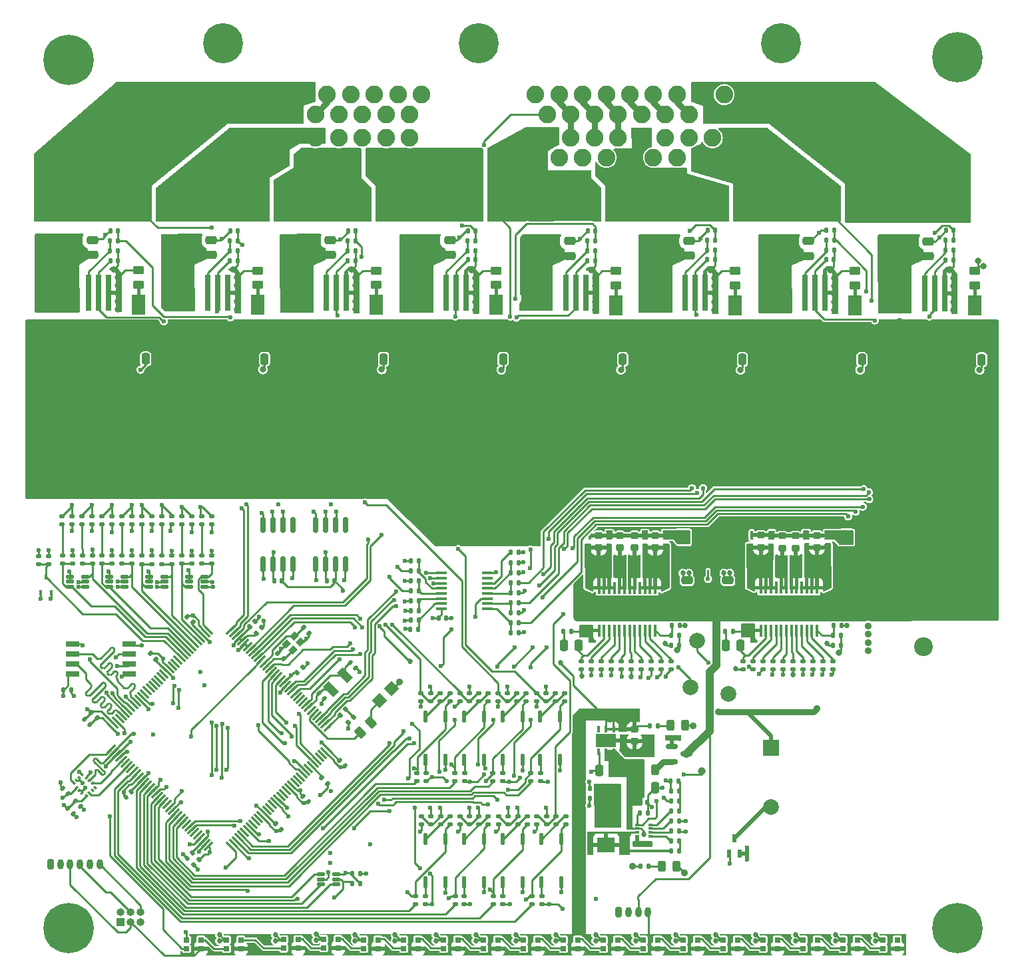
<source format=gbr>
%TF.GenerationSoftware,KiCad,Pcbnew,(6.0.8)*%
%TF.CreationDate,2023-05-29T03:20:34+02:00*%
%TF.ProjectId,pdms,70646d73-2e6b-4696-9361-645f70636258,rev?*%
%TF.SameCoordinates,Original*%
%TF.FileFunction,Copper,L1,Top*%
%TF.FilePolarity,Positive*%
%FSLAX46Y46*%
G04 Gerber Fmt 4.6, Leading zero omitted, Abs format (unit mm)*
G04 Created by KiCad (PCBNEW (6.0.8)) date 2023-05-29 03:20:34*
%MOMM*%
%LPD*%
G01*
G04 APERTURE LIST*
G04 Aperture macros list*
%AMRoundRect*
0 Rectangle with rounded corners*
0 $1 Rounding radius*
0 $2 $3 $4 $5 $6 $7 $8 $9 X,Y pos of 4 corners*
0 Add a 4 corners polygon primitive as box body*
4,1,4,$2,$3,$4,$5,$6,$7,$8,$9,$2,$3,0*
0 Add four circle primitives for the rounded corners*
1,1,$1+$1,$2,$3*
1,1,$1+$1,$4,$5*
1,1,$1+$1,$6,$7*
1,1,$1+$1,$8,$9*
0 Add four rect primitives between the rounded corners*
20,1,$1+$1,$2,$3,$4,$5,0*
20,1,$1+$1,$4,$5,$6,$7,0*
20,1,$1+$1,$6,$7,$8,$9,0*
20,1,$1+$1,$8,$9,$2,$3,0*%
%AMRotRect*
0 Rectangle, with rotation*
0 The origin of the aperture is its center*
0 $1 length*
0 $2 width*
0 $3 Rotation angle, in degrees counterclockwise*
0 Add horizontal line*
21,1,$1,$2,0,0,$3*%
G04 Aperture macros list end*
%TA.AperFunction,SMDPad,CuDef*%
%ADD10RoundRect,0.135000X-0.185000X0.135000X-0.185000X-0.135000X0.185000X-0.135000X0.185000X0.135000X0*%
%TD*%
%TA.AperFunction,SMDPad,CuDef*%
%ADD11RoundRect,0.135000X0.185000X-0.135000X0.185000X0.135000X-0.185000X0.135000X-0.185000X-0.135000X0*%
%TD*%
%TA.AperFunction,SMDPad,CuDef*%
%ADD12R,0.450000X0.700000*%
%TD*%
%TA.AperFunction,SMDPad,CuDef*%
%ADD13RoundRect,0.135000X-0.135000X-0.185000X0.135000X-0.185000X0.135000X0.185000X-0.135000X0.185000X0*%
%TD*%
%TA.AperFunction,SMDPad,CuDef*%
%ADD14RoundRect,0.250000X-0.450000X0.262500X-0.450000X-0.262500X0.450000X-0.262500X0.450000X0.262500X0*%
%TD*%
%TA.AperFunction,SMDPad,CuDef*%
%ADD15RoundRect,0.140000X-0.219203X-0.021213X-0.021213X-0.219203X0.219203X0.021213X0.021213X0.219203X0*%
%TD*%
%TA.AperFunction,SMDPad,CuDef*%
%ADD16RoundRect,0.135000X0.135000X0.185000X-0.135000X0.185000X-0.135000X-0.185000X0.135000X-0.185000X0*%
%TD*%
%TA.AperFunction,ComponentPad*%
%ADD17C,2.000000*%
%TD*%
%TA.AperFunction,SMDPad,CuDef*%
%ADD18R,0.800000X4.600000*%
%TD*%
%TA.AperFunction,SMDPad,CuDef*%
%ADD19R,10.800000X9.400000*%
%TD*%
%TA.AperFunction,SMDPad,CuDef*%
%ADD20R,0.700000X0.700000*%
%TD*%
%TA.AperFunction,SMDPad,CuDef*%
%ADD21RoundRect,0.250000X0.250000X0.475000X-0.250000X0.475000X-0.250000X-0.475000X0.250000X-0.475000X0*%
%TD*%
%TA.AperFunction,SMDPad,CuDef*%
%ADD22R,3.180000X2.000000*%
%TD*%
%TA.AperFunction,SMDPad,CuDef*%
%ADD23RoundRect,0.225000X0.250000X-0.225000X0.250000X0.225000X-0.250000X0.225000X-0.250000X-0.225000X0*%
%TD*%
%TA.AperFunction,SMDPad,CuDef*%
%ADD24RoundRect,0.250000X0.475000X-0.250000X0.475000X0.250000X-0.475000X0.250000X-0.475000X-0.250000X0*%
%TD*%
%TA.AperFunction,ComponentPad*%
%ADD25RoundRect,0.200000X-0.200000X-0.450000X0.200000X-0.450000X0.200000X0.450000X-0.200000X0.450000X0*%
%TD*%
%TA.AperFunction,ComponentPad*%
%ADD26O,0.800000X1.300000*%
%TD*%
%TA.AperFunction,SMDPad,CuDef*%
%ADD27RoundRect,0.140000X0.140000X0.170000X-0.140000X0.170000X-0.140000X-0.170000X0.140000X-0.170000X0*%
%TD*%
%TA.AperFunction,SMDPad,CuDef*%
%ADD28R,0.450000X1.525000*%
%TD*%
%TA.AperFunction,SMDPad,CuDef*%
%ADD29R,6.500000X2.870000*%
%TD*%
%TA.AperFunction,SMDPad,CuDef*%
%ADD30R,1.800000X2.500000*%
%TD*%
%TA.AperFunction,SMDPad,CuDef*%
%ADD31RoundRect,0.150000X-0.587500X-0.150000X0.587500X-0.150000X0.587500X0.150000X-0.587500X0.150000X0*%
%TD*%
%TA.AperFunction,SMDPad,CuDef*%
%ADD32RoundRect,0.135000X0.226274X0.035355X0.035355X0.226274X-0.226274X-0.035355X-0.035355X-0.226274X0*%
%TD*%
%TA.AperFunction,SMDPad,CuDef*%
%ADD33RoundRect,0.225000X-0.250000X0.225000X-0.250000X-0.225000X0.250000X-0.225000X0.250000X0.225000X0*%
%TD*%
%TA.AperFunction,SMDPad,CuDef*%
%ADD34RoundRect,0.019500X0.465500X0.175500X-0.465500X0.175500X-0.465500X-0.175500X0.465500X-0.175500X0*%
%TD*%
%TA.AperFunction,SMDPad,CuDef*%
%ADD35RoundRect,0.019500X-0.465500X-0.175500X0.465500X-0.175500X0.465500X0.175500X-0.465500X0.175500X0*%
%TD*%
%TA.AperFunction,ComponentPad*%
%ADD36R,1.000000X1.000000*%
%TD*%
%TA.AperFunction,ComponentPad*%
%ADD37O,1.000000X1.000000*%
%TD*%
%TA.AperFunction,SMDPad,CuDef*%
%ADD38R,1.750000X0.650000*%
%TD*%
%TA.AperFunction,SMDPad,CuDef*%
%ADD39C,1.000000*%
%TD*%
%TA.AperFunction,SMDPad,CuDef*%
%ADD40RoundRect,0.137500X0.137500X-0.587500X0.137500X0.587500X-0.137500X0.587500X-0.137500X-0.587500X0*%
%TD*%
%TA.AperFunction,ComponentPad*%
%ADD41C,0.800000*%
%TD*%
%TA.AperFunction,ComponentPad*%
%ADD42C,6.400000*%
%TD*%
%TA.AperFunction,SMDPad,CuDef*%
%ADD43RoundRect,0.140000X0.219203X0.021213X0.021213X0.219203X-0.219203X-0.021213X-0.021213X-0.219203X0*%
%TD*%
%TA.AperFunction,SMDPad,CuDef*%
%ADD44RoundRect,0.147500X0.017678X-0.226274X0.226274X-0.017678X-0.017678X0.226274X-0.226274X0.017678X0*%
%TD*%
%TA.AperFunction,SMDPad,CuDef*%
%ADD45RoundRect,0.135000X-0.226274X-0.035355X-0.035355X-0.226274X0.226274X0.035355X0.035355X0.226274X0*%
%TD*%
%TA.AperFunction,SMDPad,CuDef*%
%ADD46RoundRect,0.250000X-0.132583X0.503814X-0.503814X0.132583X0.132583X-0.503814X0.503814X-0.132583X0*%
%TD*%
%TA.AperFunction,SMDPad,CuDef*%
%ADD47RoundRect,0.135000X-0.035355X0.226274X-0.226274X0.035355X0.035355X-0.226274X0.226274X-0.035355X0*%
%TD*%
%TA.AperFunction,ComponentPad*%
%ADD48C,2.250000*%
%TD*%
%TA.AperFunction,ComponentPad*%
%ADD49C,5.100000*%
%TD*%
%TA.AperFunction,SMDPad,CuDef*%
%ADD50RoundRect,0.243750X0.243750X0.456250X-0.243750X0.456250X-0.243750X-0.456250X0.243750X-0.456250X0*%
%TD*%
%TA.AperFunction,SMDPad,CuDef*%
%ADD51RoundRect,0.250000X-0.250000X-0.475000X0.250000X-0.475000X0.250000X0.475000X-0.250000X0.475000X0*%
%TD*%
%TA.AperFunction,SMDPad,CuDef*%
%ADD52RotRect,0.300000X1.475000X315.000000*%
%TD*%
%TA.AperFunction,SMDPad,CuDef*%
%ADD53RotRect,0.300000X1.475000X225.000000*%
%TD*%
%TA.AperFunction,SMDPad,CuDef*%
%ADD54RoundRect,0.140000X-0.021213X0.219203X-0.219203X0.021213X0.021213X-0.219203X0.219203X-0.021213X0*%
%TD*%
%TA.AperFunction,ComponentPad*%
%ADD55R,2.000000X2.000000*%
%TD*%
%TA.AperFunction,SMDPad,CuDef*%
%ADD56R,0.475000X0.300000*%
%TD*%
%TA.AperFunction,SMDPad,CuDef*%
%ADD57RoundRect,0.140000X-0.140000X-0.170000X0.140000X-0.170000X0.140000X0.170000X-0.140000X0.170000X0*%
%TD*%
%TA.AperFunction,SMDPad,CuDef*%
%ADD58RoundRect,0.135000X0.035355X-0.226274X0.226274X-0.035355X-0.035355X0.226274X-0.226274X0.035355X0*%
%TD*%
%TA.AperFunction,SMDPad,CuDef*%
%ADD59RotRect,0.250000X0.475000X45.000000*%
%TD*%
%TA.AperFunction,SMDPad,CuDef*%
%ADD60RotRect,0.250000X0.475000X315.000000*%
%TD*%
%TA.AperFunction,SMDPad,CuDef*%
%ADD61RoundRect,0.250000X-0.475000X0.250000X-0.475000X-0.250000X0.475000X-0.250000X0.475000X0.250000X0*%
%TD*%
%TA.AperFunction,ComponentPad*%
%ADD62R,2.175000X2.175000*%
%TD*%
%TA.AperFunction,ComponentPad*%
%ADD63C,2.175000*%
%TD*%
%TA.AperFunction,SMDPad,CuDef*%
%ADD64R,0.300000X0.850000*%
%TD*%
%TA.AperFunction,SMDPad,CuDef*%
%ADD65R,2.500000X1.700000*%
%TD*%
%TA.AperFunction,SMDPad,CuDef*%
%ADD66RotRect,1.000000X1.800000X225.000000*%
%TD*%
%TA.AperFunction,SMDPad,CuDef*%
%ADD67RotRect,0.900000X0.800000X45.000000*%
%TD*%
%TA.AperFunction,SMDPad,CuDef*%
%ADD68RoundRect,0.150000X0.150000X-0.825000X0.150000X0.825000X-0.150000X0.825000X-0.150000X-0.825000X0*%
%TD*%
%TA.AperFunction,SMDPad,CuDef*%
%ADD69RotRect,1.400000X1.400000X45.000000*%
%TD*%
%TA.AperFunction,SMDPad,CuDef*%
%ADD70RoundRect,0.243750X-0.243750X-0.456250X0.243750X-0.456250X0.243750X0.456250X-0.243750X0.456250X0*%
%TD*%
%TA.AperFunction,SMDPad,CuDef*%
%ADD71R,2.286000X1.854500*%
%TD*%
%TA.AperFunction,SMDPad,CuDef*%
%ADD72R,1.475000X0.450000*%
%TD*%
%TA.AperFunction,SMDPad,CuDef*%
%ADD73R,0.550000X1.000000*%
%TD*%
%TA.AperFunction,ComponentPad*%
%ADD74R,2.400000X2.400000*%
%TD*%
%TA.AperFunction,ComponentPad*%
%ADD75C,2.400000*%
%TD*%
%TA.AperFunction,ViaPad*%
%ADD76C,0.600000*%
%TD*%
%TA.AperFunction,ViaPad*%
%ADD77C,0.685800*%
%TD*%
%TA.AperFunction,ViaPad*%
%ADD78C,0.889000*%
%TD*%
%TA.AperFunction,ViaPad*%
%ADD79C,0.800000*%
%TD*%
%TA.AperFunction,Conductor*%
%ADD80C,0.250000*%
%TD*%
%TA.AperFunction,Conductor*%
%ADD81C,0.254000*%
%TD*%
%TA.AperFunction,Conductor*%
%ADD82C,0.762000*%
%TD*%
%TA.AperFunction,Conductor*%
%ADD83C,0.508000*%
%TD*%
%TA.AperFunction,Conductor*%
%ADD84C,1.000000*%
%TD*%
%TA.AperFunction,Conductor*%
%ADD85C,0.300000*%
%TD*%
%TA.AperFunction,Conductor*%
%ADD86C,0.400000*%
%TD*%
G04 APERTURE END LIST*
D10*
%TO.P,R172,1*%
%TO.N,GND*%
X19685000Y-110107000D03*
%TO.P,R172,2*%
%TO.N,Net-(IC19-Pad47)*%
X19685000Y-111127000D03*
%TD*%
D11*
%TO.P,R171,1*%
%TO.N,Net-(IC19-Pad47)*%
X18415000Y-111127000D03*
%TO.P,R171,2*%
%TO.N,+12V*%
X18415000Y-110107000D03*
%TD*%
D12*
%TO.P,D37,1*%
%TO.N,GND*%
X18654000Y-114792000D03*
%TO.P,D37,2*%
%TO.N,+3.3V*%
X19954000Y-114792000D03*
%TO.P,D37,3*%
%TO.N,Net-(IC19-Pad47)*%
X19304000Y-112792000D03*
%TD*%
D13*
%TO.P,R8,1*%
%TO.N,/POWER_SWITCHES/BTS50010-1TAE1/IS*%
X42668000Y-69977000D03*
%TO.P,R8,2*%
%TO.N,SENS_OUT2*%
X43688000Y-69977000D03*
%TD*%
D11*
%TO.P,R68,1*%
%TO.N,ADC_PROT1*%
X21434000Y-111112000D03*
%TO.P,R68,2*%
%TO.N,ADC_IN1*%
X21434000Y-110092000D03*
%TD*%
%TO.P,R52,1*%
%TO.N,SIG_IN8*%
X84175600Y-144274000D03*
%TO.P,R52,2*%
%TO.N,/POWER_SWITCHES/BTS50010-1TAE5/IN*%
X84175600Y-143254000D03*
%TD*%
D10*
%TO.P,R88,1*%
%TO.N,CONN_AD_IN1*%
X22606000Y-105027000D03*
%TO.P,R88,2*%
%TO.N,Net-(R110-Pad2)*%
X22606000Y-106047000D03*
%TD*%
D14*
%TO.P,R150,1*%
%TO.N,GND*%
X122174000Y-73838750D03*
%TO.P,R150,2*%
%TO.N,Net-(D8-Pad2)*%
X122174000Y-75663750D03*
%TD*%
D11*
%TO.P,R34,1*%
%TO.N,GND*%
X67056000Y-144274000D03*
%TO.P,R34,2*%
%TO.N,/POWER_SWITCHES/BTS50010-1TAE4/IN*%
X67056000Y-143254000D03*
%TD*%
D15*
%TO.P,C78,1*%
%TO.N,+3.3V*%
X56673256Y-136101293D03*
%TO.P,C78,2*%
%TO.N,GND*%
X57352078Y-136780115D03*
%TD*%
D11*
%TO.P,R83,1*%
%TO.N,ADC_PROT7*%
X36586000Y-111110000D03*
%TO.P,R83,2*%
%TO.N,ADC_IN7*%
X36586000Y-110090000D03*
%TD*%
D16*
%TO.P,R137,1*%
%TO.N,GND*%
X79400200Y-119837200D03*
%TO.P,R137,2*%
%TO.N,/VOLTAGE_OUT_MUX/HP_MOS_DIV8*%
X78380200Y-119837200D03*
%TD*%
D17*
%TO.P,TP3,1,1*%
%TO.N,SPI3_MISO*%
X102108000Y-120904000D03*
%TD*%
D13*
%TO.P,R46,1*%
%TO.N,/POWER_SWITCHES/BTS50010-1TAE7/IS*%
X118514400Y-69951600D03*
%TO.P,R46,2*%
%TO.N,SENS_OUT7*%
X119534400Y-69951600D03*
%TD*%
D18*
%TO.P,IC1,1,GND*%
%TO.N,GND*%
X27279600Y-76575000D03*
%TO.P,IC1,2,IN*%
%TO.N,/POWER_SWITCHES/BTS50010-1TAE/IN*%
X26009600Y-76575000D03*
%TO.P,IC1,3,IS*%
%TO.N,/POWER_SWITCHES/BTS50010-1TAE/IS*%
X24739600Y-76575000D03*
%TO.P,IC1,5,OUT_1*%
%TO.N,/POWER_SWITCHES/BTS50010-1TAE/OUT*%
X22199600Y-76575000D03*
%TO.P,IC1,6,OUT_2*%
X20929600Y-76575000D03*
%TO.P,IC1,7,OUT_3*%
X19659600Y-76575000D03*
D19*
%TO.P,IC1,8,VS*%
%TO.N,+12V*%
X23469600Y-85725000D03*
%TD*%
D20*
%TO.P,D18,1,VDD*%
%TO.N,+5V*%
X71695000Y-160050000D03*
%TO.P,D18,2,DOUT*%
%TO.N,Net-(D18-Pad2)*%
X71695000Y-158950000D03*
%TO.P,D18,3,VSS*%
%TO.N,GND*%
X69865000Y-158950000D03*
%TO.P,D18,4,DIN*%
%TO.N,Net-(D16-Pad2)*%
X69865000Y-160050000D03*
%TD*%
D11*
%TO.P,R77,1*%
%TO.N,ADC_PROT4*%
X28979000Y-111112000D03*
%TO.P,R77,2*%
%TO.N,ADC_IN4*%
X28979000Y-110092000D03*
%TD*%
D21*
%TO.P,C34,1*%
%TO.N,GND*%
X123073200Y-85108450D03*
%TO.P,C34,2*%
%TO.N,+12V*%
X121173200Y-85108450D03*
%TD*%
D13*
%TO.P,R143,1*%
%TO.N,/VOLTAGE_OUT_MUX/HP_MOS_DIV6*%
X78380200Y-113487200D03*
%TO.P,R143,2*%
%TO.N,HP_MOS6*%
X79400200Y-113487200D03*
%TD*%
D11*
%TO.P,R25,1*%
%TO.N,LP_SIG_IN2*%
X96280000Y-124516000D03*
%TO.P,R25,2*%
%TO.N,Net-(IC7-Pad9)*%
X96280000Y-123496000D03*
%TD*%
D22*
%TO.P,F9,1*%
%TO.N,/POWER_SWITCHES/BTS50010-1TAE5/OUT*%
X127882140Y-71543000D03*
%TO.P,F9,2*%
%TO.N,HP_MOS8*%
X127882140Y-66543000D03*
%TD*%
D16*
%TO.P,R152,1*%
%TO.N,GND*%
X79400200Y-114757200D03*
%TO.P,R152,2*%
%TO.N,/VOLTAGE_OUT_MUX/HP_MOS_DIV6*%
X78380200Y-114757200D03*
%TD*%
D23*
%TO.P,C73,1*%
%TO.N,/POWER_SWITCHES/BTS722204-2/OUT3*%
X117348000Y-109029800D03*
%TO.P,C73,2*%
%TO.N,GND*%
X117348000Y-107479800D03*
%TD*%
D24*
%TO.P,C27,1*%
%TO.N,/POWER_SWITCHES/BTS50010-1TAE4/OUT*%
X85902800Y-71917600D03*
%TO.P,C27,2*%
%TO.N,GND*%
X85902800Y-70017600D03*
%TD*%
D25*
%TO.P,J5,1,Pin_1*%
%TO.N,SAFETY_IN*%
X92125000Y-155450000D03*
D26*
%TO.P,J5,2,Pin_2*%
%TO.N,GND*%
X93375000Y-155450000D03*
%TO.P,J5,3,Pin_3*%
%TO.N,+12V*%
X94625000Y-155450000D03*
%TO.P,J5,4,Pin_4*%
%TO.N,+5V*%
X95875000Y-155450000D03*
%TD*%
D11*
%TO.P,R106,1*%
%TO.N,ADC_IN4*%
X28956000Y-106047000D03*
%TO.P,R106,2*%
%TO.N,CONN_AD_IN4*%
X28956000Y-105027000D03*
%TD*%
D20*
%TO.P,D10,1,VDD*%
%TO.N,+5V*%
X51375000Y-160020000D03*
%TO.P,D10,2,DOUT*%
%TO.N,Net-(D10-Pad2)*%
X51375000Y-158920000D03*
%TO.P,D10,3,VSS*%
%TO.N,GND*%
X49545000Y-158920000D03*
%TO.P,D10,4,DIN*%
%TO.N,Net-(D10-Pad4)*%
X49545000Y-160020000D03*
%TD*%
D10*
%TO.P,R130,1*%
%TO.N,Net-(R130-Pad1)*%
X67564000Y-153388600D03*
%TO.P,R130,2*%
%TO.N,SAFETY_IN*%
X67564000Y-154408600D03*
%TD*%
D23*
%TO.P,C70,1*%
%TO.N,/POWER_SWITCHES/BTS722204-2/OUT0*%
X110223000Y-109004800D03*
%TO.P,C70,2*%
%TO.N,GND*%
X110223000Y-107454800D03*
%TD*%
D27*
%TO.P,C32,1*%
%TO.N,SENS_OUT7*%
X119532400Y-68681600D03*
%TO.P,C32,2*%
%TO.N,GND*%
X118572400Y-68681600D03*
%TD*%
D16*
%TO.P,R156,1*%
%TO.N,GND*%
X79400200Y-112217200D03*
%TO.P,R156,2*%
%TO.N,/VOLTAGE_OUT_MUX/HP_MOS_DIV5*%
X78380200Y-112217200D03*
%TD*%
D28*
%TO.P,IC7,1,GND_1*%
%TO.N,GND*%
X89638000Y-119606000D03*
%TO.P,IC7,2,VDD*%
%TO.N,/POWER_SWITCHES/BTS722204-1/VDD_IO*%
X90288000Y-119606000D03*
%TO.P,IC7,3,SO*%
%TO.N,/POWER_SWITCHES/BTS722204-1/SO*%
X90938000Y-119606000D03*
%TO.P,IC7,4,SI*%
%TO.N,/POWER_SWITCHES/BTS722204-1/SI*%
X91588000Y-119606000D03*
%TO.P,IC7,5,SCLK*%
%TO.N,Net-(IC7-Pad5)*%
X92238000Y-119606000D03*
%TO.P,IC7,6,CSN*%
%TO.N,Net-(IC7-Pad6)*%
X92888000Y-119606000D03*
%TO.P,IC7,7,LHI*%
%TO.N,/POWER_SWITCHES/BTS722204-1/LHI*%
X93538000Y-119606000D03*
%TO.P,IC7,8,IN0*%
%TO.N,Net-(IC7-Pad8)*%
X94188000Y-119606000D03*
%TO.P,IC7,9,IN1*%
%TO.N,Net-(IC7-Pad9)*%
X94838000Y-119606000D03*
%TO.P,IC7,10,IN2*%
%TO.N,Net-(IC7-Pad10)*%
X95488000Y-119606000D03*
%TO.P,IC7,11,IN3*%
%TO.N,Net-(IC7-Pad11)*%
X96138000Y-119606000D03*
%TO.P,IC7,12,IS*%
%TO.N,/POWER_SWITCHES/BTS722204-1/IS*%
X96788000Y-119606000D03*
%TO.P,IC7,13,OUT3_1*%
%TO.N,/POWER_SWITCHES/BTS722204-1/OUT3*%
X96788000Y-114182000D03*
%TO.P,IC7,14,OUT3_2*%
X96138000Y-114182000D03*
%TO.P,IC7,15,OUT3_3*%
X95488000Y-114182000D03*
%TO.P,IC7,16,OUT3_4*%
X94838000Y-114182000D03*
%TO.P,IC7,17,OUT2_1*%
%TO.N,/POWER_SWITCHES/BTS722204-1/OUT2*%
X94188000Y-114182000D03*
%TO.P,IC7,18,OUT2_2*%
X93538000Y-114182000D03*
%TO.P,IC7,19,OUT1_1*%
%TO.N,/POWER_SWITCHES/BTS722204-1/OUT1*%
X92888000Y-114182000D03*
%TO.P,IC7,20,OUT1_2*%
X92238000Y-114182000D03*
%TO.P,IC7,21,OUT0_1*%
%TO.N,/POWER_SWITCHES/BTS722204-1/OUT0*%
X91588000Y-114182000D03*
%TO.P,IC7,22,OUT0_2*%
X90938000Y-114182000D03*
%TO.P,IC7,23,OUT0_3*%
X90288000Y-114182000D03*
%TO.P,IC7,24,OUT0_4*%
X89638000Y-114182000D03*
D29*
%TO.P,IC7,25,VS*%
%TO.N,+12V*%
X93213000Y-116894000D03*
%TD*%
D20*
%TO.P,D21,1,VDD*%
%TO.N,+5V*%
X102175000Y-160050000D03*
%TO.P,D21,2,DOUT*%
%TO.N,Net-(D19-Pad4)*%
X102175000Y-158950000D03*
%TO.P,D21,3,VSS*%
%TO.N,GND*%
X100345000Y-158950000D03*
%TO.P,D21,4,DIN*%
%TO.N,Net-(D21-Pad4)*%
X100345000Y-160050000D03*
%TD*%
D24*
%TO.P,C39,1*%
%TO.N,/POWER_SWITCHES/BTS50010-1TAE5/OUT*%
X131521200Y-71968400D03*
%TO.P,C39,2*%
%TO.N,GND*%
X131521200Y-70068400D03*
%TD*%
D10*
%TO.P,R80,1*%
%TO.N,GND*%
X32766000Y-110094000D03*
%TO.P,R80,2*%
%TO.N,ADC_PROT5*%
X32766000Y-111114000D03*
%TD*%
D16*
%TO.P,R62,1*%
%TO.N,Net-(C61-Pad1)*%
X99824000Y-142544800D03*
%TO.P,R62,2*%
%TO.N,Net-(IC11-Pad8)*%
X98804000Y-142544800D03*
%TD*%
D11*
%TO.P,R9,1*%
%TO.N,SIG_IN2*%
X74345800Y-128602200D03*
%TO.P,R9,2*%
%TO.N,/POWER_SWITCHES/BTS50010-1TAE1/IN*%
X74345800Y-127582200D03*
%TD*%
D27*
%TO.P,C24,1*%
%TO.N,SENS_OUT5*%
X89152000Y-68707000D03*
%TO.P,C24,2*%
%TO.N,GND*%
X88192000Y-68707000D03*
%TD*%
D30*
%TO.P,D5,1,A1*%
%TO.N,+12V*%
X76550780Y-82168000D03*
%TO.P,D5,2,A2*%
%TO.N,Net-(D5-Pad2)*%
X76550780Y-78168000D03*
%TD*%
D11*
%TO.P,R75,1*%
%TO.N,ADC_PROT3*%
X26439000Y-111112000D03*
%TO.P,R75,2*%
%TO.N,ADC_IN3*%
X26439000Y-110092000D03*
%TD*%
D31*
%TO.P,Q1,1,G*%
%TO.N,GND*%
X98902400Y-134370800D03*
%TO.P,Q1,2,S*%
%TO.N,Net-(F1-Pad2)*%
X98902400Y-136270800D03*
%TO.P,Q1,3,D*%
%TO.N,+12V*%
X100777400Y-135320800D03*
%TD*%
D13*
%TO.P,R109,1*%
%TO.N,+5V*%
X96063100Y-131724400D03*
%TO.P,R109,2*%
%TO.N,Net-(D35-Pad2)*%
X97083100Y-131724400D03*
%TD*%
D32*
%TO.P,C42,1*%
%TO.N,OSC_IN*%
X49529108Y-123182699D03*
%TO.P,C42,2*%
%TO.N,GND*%
X48807860Y-122461451D03*
%TD*%
D10*
%TO.P,R49,1*%
%TO.N,+3.3V*%
X82956400Y-143254000D03*
%TO.P,R49,2*%
%TO.N,/POWER_SWITCHES/BTS50010-1TAE5/IN*%
X82956400Y-144274000D03*
%TD*%
%TO.P,R111,1*%
%TO.N,SIG_IN1*%
X70662800Y-127618200D03*
%TO.P,R111,2*%
%TO.N,Net-(R110-Pad2)*%
X70662800Y-128638200D03*
%TD*%
D11*
%TO.P,R41,1*%
%TO.N,SIG_IN6*%
X74371200Y-144274000D03*
%TO.P,R41,2*%
%TO.N,/POWER_SWITCHES/BTS50010-1TAE6/IN*%
X74371200Y-143254000D03*
%TD*%
D24*
%TO.P,C23,1*%
%TO.N,/POWER_SWITCHES/BTS50010-1TAE3/OUT*%
X70662800Y-71816000D03*
%TO.P,C23,2*%
%TO.N,GND*%
X70662800Y-69916000D03*
%TD*%
D11*
%TO.P,R165,1*%
%TO.N,ADC_IN8*%
X39116000Y-106047000D03*
%TO.P,R165,2*%
%TO.N,CONN_AD_IN8*%
X39116000Y-105027000D03*
%TD*%
D10*
%TO.P,R112,1*%
%TO.N,Net-(R112-Pad1)*%
X67665600Y-137767600D03*
%TO.P,R112,2*%
%TO.N,SAFETY_IN*%
X67665600Y-138787600D03*
%TD*%
D33*
%TO.P,C55,1*%
%TO.N,+5V*%
X94149900Y-132155800D03*
%TO.P,C55,2*%
%TO.N,GND*%
X94149900Y-133705800D03*
%TD*%
D21*
%TO.P,C54,1*%
%TO.N,12V_LOGIC_ONLY*%
X91549900Y-137430800D03*
%TO.P,C54,2*%
%TO.N,GND*%
X89649900Y-137430800D03*
%TD*%
D32*
%TO.P,C48,1*%
%TO.N,+3.3V*%
X33319957Y-123224560D03*
%TO.P,C48,2*%
%TO.N,GND*%
X32598709Y-122503312D03*
%TD*%
D15*
%TO.P,C81,1*%
%TO.N,+3.3V*%
X52004547Y-140724039D03*
%TO.P,C81,2*%
%TO.N,GND*%
X52683369Y-141402861D03*
%TD*%
D27*
%TO.P,C5,1*%
%TO.N,SENS_OUT2*%
X43686000Y-68707000D03*
%TO.P,C5,2*%
%TO.N,GND*%
X42726000Y-68707000D03*
%TD*%
D34*
%TO.P,D24,1*%
%TO.N,GND*%
X29324000Y-114046000D03*
%TO.P,D24,2*%
X29324000Y-113396000D03*
%TO.P,D24,3*%
%TO.N,ADC_PROT4*%
X29324000Y-112746000D03*
D35*
%TO.P,D24,4*%
%TO.N,+3.3V*%
X27364000Y-112746000D03*
%TO.P,D24,5*%
X27364000Y-113396000D03*
%TO.P,D24,6*%
%TO.N,ADC_PROT3*%
X27364000Y-114046000D03*
%TD*%
D36*
%TO.P,J1,1,Pin_1*%
%TO.N,+3.3V*%
X28830000Y-156725000D03*
D37*
%TO.P,J1,2,Pin_2*%
%TO.N,GND*%
X28830000Y-155455000D03*
%TO.P,J1,3,Pin_3*%
%TO.N,+5V*%
X30100000Y-156725000D03*
%TO.P,J1,4,Pin_4*%
%TO.N,NRST*%
X30100000Y-155455000D03*
%TO.P,J1,5,Pin_5*%
%TO.N,SWCLK*%
X31370000Y-156725000D03*
%TO.P,J1,6,Pin_6*%
%TO.N,SWDIO*%
X31370000Y-155455000D03*
%TD*%
D10*
%TO.P,R122,1*%
%TO.N,SIG_IN4*%
X85242400Y-127607600D03*
%TO.P,R122,2*%
%TO.N,Net-(R107-Pad2)*%
X85242400Y-128627600D03*
%TD*%
D38*
%TO.P,IC20,1,~{CS}*%
%TO.N,NCS*%
X29910000Y-125160000D03*
%TO.P,IC20,2,SO(I/O1)*%
%TO.N,BK1_IO1*%
X29910000Y-123890000D03*
%TO.P,IC20,3,~{WP(I}/O2)*%
%TO.N,BK1_IO2*%
X29910000Y-122620000D03*
%TO.P,IC20,4,GND*%
%TO.N,GND*%
X29910000Y-121350000D03*
%TO.P,IC20,5,SI(I/O0)*%
%TO.N,BK1_IO0*%
X22660000Y-121350000D03*
%TO.P,IC20,6,SCK*%
%TO.N,CLK*%
X22660000Y-122620000D03*
%TO.P,IC20,7,~{HOLD(I}/O3)*%
%TO.N,BK1_IO3*%
X22660000Y-123890000D03*
%TO.P,IC20,8,VCC*%
%TO.N,+3.3V*%
X22660000Y-125160000D03*
%TD*%
D22*
%TO.P,F2,1*%
%TO.N,/POWER_SWITCHES/BTS50010-1TAE/OUT*%
X21590000Y-71455000D03*
%TO.P,F2,2*%
%TO.N,HP_MOS1*%
X21590000Y-66455000D03*
%TD*%
D13*
%TO.P,R153,1*%
%TO.N,GND*%
X65682600Y-118262400D03*
%TO.P,R153,2*%
%TO.N,/VOLTAGE_OUT_MUX/HP_MOS_DIV1*%
X66702600Y-118262400D03*
%TD*%
D10*
%TO.P,R86,1*%
%TO.N,GND*%
X40396000Y-110092000D03*
%TO.P,R86,2*%
%TO.N,ADC_PROT8*%
X40396000Y-111112000D03*
%TD*%
%TO.P,R162,1*%
%TO.N,CONN_AD_IN6*%
X35306000Y-105027000D03*
%TO.P,R162,2*%
%TO.N,Net-(R117-Pad2)*%
X35306000Y-106047000D03*
%TD*%
D39*
%TO.P,TP1,1,1*%
%TO.N,/POWER1/PG3V3*%
X102666800Y-137500000D03*
%TD*%
D40*
%TO.P,U4,1*%
%TO.N,Net-(R127-Pad1)*%
X72491600Y-136049200D03*
%TO.P,U4,2*%
%TO.N,GND*%
X75031600Y-136049200D03*
%TO.P,U4,3*%
%TO.N,Net-(R113-Pad2)*%
X75031600Y-130549200D03*
%TO.P,U4,4*%
%TO.N,SIG_IN2*%
X72491600Y-130549200D03*
%TD*%
D41*
%TO.P,H2,1,1*%
%TO.N,GND*%
X136952056Y-44902944D03*
X135255000Y-44200000D03*
X133557944Y-48297056D03*
D42*
X135255000Y-46600000D03*
D41*
X132855000Y-46600000D03*
X133557944Y-44902944D03*
X135255000Y-49000000D03*
X136952056Y-48297056D03*
X137655000Y-46600000D03*
%TD*%
D11*
%TO.P,R91,1*%
%TO.N,ADC_IN3*%
X26416000Y-106047000D03*
%TO.P,R91,2*%
%TO.N,CONN_AD_IN3*%
X26416000Y-105027000D03*
%TD*%
D20*
%TO.P,D15,1,VDD*%
%TO.N,+5V*%
X117415000Y-160050000D03*
%TO.P,D15,2,DOUT*%
%TO.N,Net-(D13-Pad4)*%
X117415000Y-158950000D03*
%TO.P,D15,3,VSS*%
%TO.N,GND*%
X115585000Y-158950000D03*
%TO.P,D15,4,DIN*%
%TO.N,Net-(D15-Pad4)*%
X115585000Y-160050000D03*
%TD*%
D21*
%TO.P,C56,1*%
%TO.N,GND*%
X96809600Y-139573000D03*
%TO.P,C56,2*%
%TO.N,12V_LOGIC_ONLY*%
X94909600Y-139573000D03*
%TD*%
%TO.P,C22,1*%
%TO.N,GND*%
X77449980Y-85070200D03*
%TO.P,C22,2*%
%TO.N,+12V*%
X75549980Y-85070200D03*
%TD*%
D11*
%TO.P,R50,1*%
%TO.N,GND*%
X81737200Y-144274000D03*
%TO.P,R50,2*%
%TO.N,/POWER_SWITCHES/BTS50010-1TAE5/IN*%
X81737200Y-143254000D03*
%TD*%
D10*
%TO.P,R124,1*%
%TO.N,SIG_IN6*%
X75565000Y-143254000D03*
%TO.P,R124,2*%
%TO.N,Net-(R117-Pad2)*%
X75565000Y-144274000D03*
%TD*%
D27*
%TO.P,C65,1*%
%TO.N,+5V*%
X49305400Y-113244400D03*
%TO.P,C65,2*%
%TO.N,GND*%
X48345400Y-113244400D03*
%TD*%
D43*
%TO.P,C82,1*%
%TO.N,+3.3V*%
X24883608Y-131584542D03*
%TO.P,C82,2*%
%TO.N,GND*%
X24204786Y-130905720D03*
%TD*%
D10*
%TO.P,R43,1*%
%TO.N,+3.3V*%
X78079600Y-143254000D03*
%TO.P,R43,2*%
%TO.N,/POWER_SWITCHES/BTS50010-1TAE7/IN*%
X78079600Y-144274000D03*
%TD*%
D18*
%TO.P,IC5,1,GND*%
%TO.N,GND*%
X87948520Y-76624750D03*
%TO.P,IC5,2,IN*%
%TO.N,/POWER_SWITCHES/BTS50010-1TAE4/IN*%
X86678520Y-76624750D03*
%TO.P,IC5,3,IS*%
%TO.N,/POWER_SWITCHES/BTS50010-1TAE4/IS*%
X85408520Y-76624750D03*
%TO.P,IC5,5,OUT_1*%
%TO.N,/POWER_SWITCHES/BTS50010-1TAE4/OUT*%
X82868520Y-76624750D03*
%TO.P,IC5,6,OUT_2*%
X81598520Y-76624750D03*
%TO.P,IC5,7,OUT_3*%
X80328520Y-76624750D03*
D19*
%TO.P,IC5,8,VS*%
%TO.N,+12V*%
X84138520Y-85774750D03*
%TD*%
D10*
%TO.P,R133,1*%
%TO.N,Net-(R133-Pad1)*%
X82346800Y-153414000D03*
%TO.P,R133,2*%
%TO.N,SAFETY_IN*%
X82346800Y-154434000D03*
%TD*%
D13*
%TO.P,R28,1*%
%TO.N,Net-(C19-Pad1)*%
X85102000Y-119733000D03*
%TO.P,R28,2*%
%TO.N,GND*%
X86122000Y-119733000D03*
%TD*%
D14*
%TO.P,R151,1*%
%TO.N,GND*%
X137381740Y-73851500D03*
%TO.P,R151,2*%
%TO.N,Net-(D9-Pad2)*%
X137381740Y-75676500D03*
%TD*%
D11*
%TO.P,R87,1*%
%TO.N,ADC_IN1*%
X21336000Y-106047000D03*
%TO.P,R87,2*%
%TO.N,CONN_AD_IN1*%
X21336000Y-105027000D03*
%TD*%
D10*
%TO.P,R132,1*%
%TO.N,Net-(R132-Pad1)*%
X77419200Y-153414000D03*
%TO.P,R132,2*%
%TO.N,SAFETY_IN*%
X77419200Y-154434000D03*
%TD*%
D23*
%TO.P,C72,1*%
%TO.N,/POWER_SWITCHES/BTS722204-2/OUT2*%
X114623000Y-109097800D03*
%TO.P,C72,2*%
%TO.N,GND*%
X114623000Y-107547800D03*
%TD*%
D44*
%TO.P,D33,1,K*%
%TO.N,GND*%
X57715990Y-131337055D03*
%TO.P,D33,2,A*%
%TO.N,Net-(D33-Pad2)*%
X58401884Y-130651161D03*
%TD*%
D18*
%TO.P,IC3,1,GND*%
%TO.N,GND*%
X57533040Y-76599250D03*
%TO.P,IC3,2,IN*%
%TO.N,/POWER_SWITCHES/BTS50010-1TAE2/IN*%
X56263040Y-76599250D03*
%TO.P,IC3,3,IS*%
%TO.N,/POWER_SWITCHES/BTS50010-1TAE2/IS*%
X54993040Y-76599250D03*
%TO.P,IC3,5,OUT_1*%
%TO.N,/POWER_SWITCHES/BTS50010-1TAE2/OUT*%
X52453040Y-76599250D03*
%TO.P,IC3,6,OUT_2*%
X51183040Y-76599250D03*
%TO.P,IC3,7,OUT_3*%
X49913040Y-76599250D03*
D19*
%TO.P,IC3,8,VS*%
%TO.N,+12V*%
X53723040Y-85749250D03*
%TD*%
D45*
%TO.P,C46,1*%
%TO.N,OSC_OUT*%
X52040752Y-119228559D03*
%TO.P,C46,2*%
%TO.N,GND*%
X52762000Y-119949807D03*
%TD*%
D10*
%TO.P,R100,1*%
%TO.N,Net-(IC16-Pad6)*%
X113036889Y-123474455D03*
%TO.P,R100,2*%
%TO.N,LP_CSN2*%
X113036889Y-124494455D03*
%TD*%
%TO.P,R164,1*%
%TO.N,CONN_AD_IN7*%
X37846000Y-105027000D03*
%TO.P,R164,2*%
%TO.N,Net-(R118-Pad2)*%
X37846000Y-106047000D03*
%TD*%
%TO.P,R107,1*%
%TO.N,CONN_AD_IN4*%
X30226000Y-105027000D03*
%TO.P,R107,2*%
%TO.N,Net-(R107-Pad2)*%
X30226000Y-106047000D03*
%TD*%
D40*
%TO.P,U8,1*%
%TO.N,Net-(R131-Pad1)*%
X72517000Y-151594000D03*
%TO.P,U8,2*%
%TO.N,GND*%
X75057000Y-151594000D03*
%TO.P,U8,3*%
%TO.N,Net-(R117-Pad2)*%
X75057000Y-146094000D03*
%TO.P,U8,4*%
%TO.N,SIG_IN6*%
X72517000Y-146094000D03*
%TD*%
D11*
%TO.P,R110,1*%
%TO.N,PWM_SIG1*%
X66446400Y-138787600D03*
%TO.P,R110,2*%
%TO.N,Net-(R110-Pad2)*%
X66446400Y-137767600D03*
%TD*%
D13*
%TO.P,C63,1*%
%TO.N,GND*%
X88440800Y-140995400D03*
%TO.P,C63,2*%
%TO.N,+3.3V*%
X89460800Y-140995400D03*
%TD*%
D11*
%TO.P,R119,1*%
%TO.N,PWM_SIG8*%
X81127600Y-154434000D03*
%TO.P,R119,2*%
%TO.N,Net-(R119-Pad2)*%
X81127600Y-153414000D03*
%TD*%
D46*
%TO.P,R54,1*%
%TO.N,Net-(C40-Pad2)*%
X60589235Y-131307765D03*
%TO.P,R54,2*%
%TO.N,Net-(IC19-Pad6)*%
X59298765Y-132598235D03*
%TD*%
D18*
%TO.P,IC9,1,GND*%
%TO.N,GND*%
X133571740Y-76663000D03*
%TO.P,IC9,2,IN*%
%TO.N,/POWER_SWITCHES/BTS50010-1TAE5/IN*%
X132301740Y-76663000D03*
%TO.P,IC9,3,IS*%
%TO.N,/POWER_SWITCHES/BTS50010-1TAE5/IS*%
X131031740Y-76663000D03*
%TO.P,IC9,5,OUT_1*%
%TO.N,/POWER_SWITCHES/BTS50010-1TAE5/OUT*%
X128491740Y-76663000D03*
%TO.P,IC9,6,OUT_2*%
X127221740Y-76663000D03*
%TO.P,IC9,7,OUT_3*%
X125951740Y-76663000D03*
D19*
%TO.P,IC9,8,VS*%
%TO.N,+12V*%
X129761740Y-85813000D03*
%TD*%
D16*
%TO.P,C60,1*%
%TO.N,Net-(C60-Pad1)*%
X99824000Y-147624800D03*
%TO.P,C60,2*%
%TO.N,Net-(C60-Pad2)*%
X98804000Y-147624800D03*
%TD*%
D10*
%TO.P,R98,1*%
%TO.N,/POWER_SWITCHES/BTS722204-2/SI*%
X110496889Y-123474455D03*
%TO.P,R98,2*%
%TO.N,SPI3_MOSI*%
X110496889Y-124494455D03*
%TD*%
D21*
%TO.P,C30,1*%
%TO.N,GND*%
X107865460Y-85095700D03*
%TO.P,C30,2*%
%TO.N,+12V*%
X105965460Y-85095700D03*
%TD*%
D27*
%TO.P,C9,1*%
%TO.N,SENS_OUT3*%
X58701440Y-68707000D03*
%TO.P,C9,2*%
%TO.N,GND*%
X57741440Y-68707000D03*
%TD*%
D11*
%TO.P,R104,1*%
%TO.N,LP_SIG_IN8*%
X119386889Y-124494455D03*
%TO.P,R104,2*%
%TO.N,Net-(IC16-Pad11)*%
X119386889Y-123474455D03*
%TD*%
D47*
%TO.P,C49,1*%
%TO.N,+3.3V*%
X38799329Y-148709113D03*
%TO.P,C49,2*%
%TO.N,GND*%
X38078081Y-149430361D03*
%TD*%
D20*
%TO.P,D16,1,VDD*%
%TO.N,+5V*%
X66615000Y-160050000D03*
%TO.P,D16,2,DOUT*%
%TO.N,Net-(D16-Pad2)*%
X66615000Y-158950000D03*
%TO.P,D16,3,VSS*%
%TO.N,GND*%
X64785000Y-158950000D03*
%TO.P,D16,4,DIN*%
%TO.N,Net-(D14-Pad2)*%
X64785000Y-160050000D03*
%TD*%
D48*
%TO.P,J2,1,1*%
%TO.N,HP_MOS7*%
X105558000Y-59396000D03*
%TO.P,J2,2,2*%
%TO.N,LP_MOS7*%
X104058000Y-56896000D03*
%TO.P,J2,3,3*%
%TO.N,HP_MOS7*%
X102558000Y-59396000D03*
%TO.P,J2,4,4*%
%TO.N,unconnected-(J2-Pad4)*%
X101058000Y-56896000D03*
%TO.P,J2,5,5*%
%TO.N,LP_MOS6*%
X99558000Y-59396000D03*
%TO.P,J2,6,6*%
%TO.N,unconnected-(J2-Pad6)*%
X98058000Y-56896000D03*
%TO.P,J2,7,7*%
%TO.N,LP_MOS5*%
X96558000Y-59396000D03*
%TO.P,J2,8,8*%
%TO.N,HP_MOS6*%
X95058000Y-56896000D03*
%TO.P,J2,9,9*%
X93558000Y-59396000D03*
%TO.P,J2,10,10*%
%TO.N,GND*%
X92058000Y-56896000D03*
%TO.P,J2,11,11*%
%TO.N,LP_MOS4*%
X90558000Y-59396000D03*
%TO.P,J2,12,12*%
%TO.N,GND*%
X89058000Y-56896000D03*
%TO.P,J2,13,13*%
%TO.N,LP_MOS3*%
X87558000Y-59396000D03*
%TO.P,J2,14,14*%
%TO.N,GND*%
X86058000Y-56896000D03*
%TO.P,J2,15,15*%
%TO.N,LP_MOS2*%
X84558000Y-59396000D03*
%TO.P,J2,16,16*%
%TO.N,HP_MOS5*%
X83058000Y-56896000D03*
%TO.P,J2,17,17*%
X81558000Y-59396000D03*
%TO.P,J2,18,18*%
%TO.N,LP_MOS8*%
X105558000Y-51396000D03*
%TO.P,J2,19,19*%
%TO.N,HP_MOS8*%
X104058000Y-53896000D03*
%TO.P,J2,20,20*%
X102558000Y-51396000D03*
%TO.P,J2,21,21*%
%TO.N,+12V*%
X101058000Y-53896000D03*
%TO.P,J2,22,22*%
X99558000Y-51396000D03*
%TO.P,J2,23,23*%
%TO.N,+5V*%
X98058000Y-53896000D03*
%TO.P,J2,24,24*%
X96558000Y-51396000D03*
%TO.P,J2,25,25*%
%TO.N,+3.3V*%
X95058000Y-53896000D03*
%TO.P,J2,26,26*%
X93558000Y-51396000D03*
%TO.P,J2,27,27*%
%TO.N,GND*%
X92058000Y-53896000D03*
%TO.P,J2,28,28*%
X90558000Y-51396000D03*
%TO.P,J2,29,29*%
X89058000Y-53896000D03*
%TO.P,J2,30,30*%
X87558000Y-51396000D03*
%TO.P,J2,31,31*%
X86058000Y-53896000D03*
%TO.P,J2,32,32*%
X84558000Y-51396000D03*
%TO.P,J2,33,33*%
%TO.N,SAFETY_IN*%
X83058000Y-53896000D03*
%TO.P,J2,34,34*%
%TO.N,LP_MOS1*%
X81558000Y-51396000D03*
%TO.P,J2,35,35*%
%TO.N,HP_MOS4*%
X67058000Y-59396000D03*
%TO.P,J2,36,36*%
%TO.N,CAN1_L*%
X65558000Y-56896000D03*
%TO.P,J2,37,37*%
%TO.N,HP_MOS4*%
X64058000Y-59396000D03*
%TO.P,J2,38,38*%
%TO.N,CAN1_H*%
X62558000Y-56896000D03*
%TO.P,J2,39,39*%
%TO.N,HP_MOS4*%
X61058000Y-59396000D03*
%TO.P,J2,40,40*%
%TO.N,CAN2_L*%
X59558000Y-56896000D03*
%TO.P,J2,41,41*%
%TO.N,HP_MOS3*%
X58058000Y-59396000D03*
%TO.P,J2,42,42*%
%TO.N,CAN2_H*%
X56558000Y-56896000D03*
%TO.P,J2,43,43*%
%TO.N,HP_MOS3*%
X55058000Y-59396000D03*
%TO.P,J2,44,44*%
%TO.N,HP_MOS2*%
X53558000Y-56896000D03*
%TO.P,J2,45,45*%
%TO.N,HP_MOS3*%
X52058000Y-59396000D03*
%TO.P,J2,46,46*%
%TO.N,HP_MOS2*%
X50558000Y-56896000D03*
%TO.P,J2,47,47*%
X49058000Y-59396000D03*
%TO.P,J2,48,48*%
%TO.N,CONN_AD_IN1*%
X67058000Y-51396000D03*
%TO.P,J2,49,49*%
%TO.N,CONN_AD_IN2*%
X65558000Y-53896000D03*
%TO.P,J2,50,50*%
%TO.N,CONN_AD_IN3*%
X64058000Y-51396000D03*
%TO.P,J2,51,51*%
%TO.N,CONN_AD_IN4*%
X62558000Y-53896000D03*
%TO.P,J2,52,52*%
%TO.N,CONN_AD_IN5*%
X61058000Y-51396000D03*
%TO.P,J2,53,53*%
%TO.N,CONN_AD_IN6*%
X59558000Y-53896000D03*
%TO.P,J2,54,54*%
%TO.N,CONN_AD_IN7*%
X58058000Y-51396000D03*
%TO.P,J2,55,55*%
%TO.N,CONN_AD_IN8*%
X56558000Y-53896000D03*
%TO.P,J2,56,56*%
%TO.N,GND*%
X55058000Y-51396000D03*
%TO.P,J2,57,57*%
X53558000Y-53896000D03*
%TO.P,J2,58,58*%
%TO.N,HP_MOS1*%
X52058000Y-51396000D03*
%TO.P,J2,59,59*%
X50558000Y-53896000D03*
%TO.P,J2,60,60*%
X49058000Y-51396000D03*
D49*
%TO.P,J2,MH1,MH1*%
%TO.N,unconnected-(J2-PadMH1)*%
X112808000Y-44896000D03*
%TO.P,J2,MH2,MH2*%
%TO.N,unconnected-(J2-PadMH2)*%
X74308000Y-44896000D03*
%TO.P,J2,MH3,MH3*%
%TO.N,unconnected-(J2-PadMH3)*%
X41808000Y-44896000D03*
%TD*%
D30*
%TO.P,D1,1,A1*%
%TO.N,+12V*%
X31089600Y-82131000D03*
%TO.P,D1,2,A2*%
%TO.N,Net-(D1-Pad2)*%
X31089600Y-78131000D03*
%TD*%
D50*
%TO.P,D34,1,K*%
%TO.N,GND*%
X99517200Y-149606000D03*
%TO.P,D34,2,A*%
%TO.N,Net-(D34-Pad2)*%
X97642200Y-149606000D03*
%TD*%
D10*
%TO.P,R92,1*%
%TO.N,CONN_AD_IN3*%
X27686000Y-105027000D03*
%TO.P,R92,2*%
%TO.N,Net-(R114-Pad2)*%
X27686000Y-106047000D03*
%TD*%
D16*
%TO.P,R154,1*%
%TO.N,/VOLTAGE_OUT_MUX/HP_MOS_DIV1*%
X66677000Y-119481600D03*
%TO.P,R154,2*%
%TO.N,HP_MOS1*%
X65657000Y-119481600D03*
%TD*%
D13*
%TO.P,R141,1*%
%TO.N,GND*%
X65682600Y-115824000D03*
%TO.P,R141,2*%
%TO.N,/VOLTAGE_OUT_MUX/HP_MOS_DIV2*%
X66702600Y-115824000D03*
%TD*%
D10*
%TO.P,R71,1*%
%TO.N,GND*%
X25244000Y-110092000D03*
%TO.P,R71,2*%
%TO.N,ADC_PROT2*%
X25244000Y-111112000D03*
%TD*%
%TO.P,R97,1*%
%TO.N,/POWER_SWITCHES/BTS722204-2/SO*%
X109226889Y-123474455D03*
%TO.P,R97,2*%
%TO.N,SPI3_MISO*%
X109226889Y-124494455D03*
%TD*%
D27*
%TO.P,C28,1*%
%TO.N,SENS_OUT6*%
X104392000Y-68681600D03*
%TO.P,C28,2*%
%TO.N,GND*%
X103432000Y-68681600D03*
%TD*%
D20*
%TO.P,D36,1,VDD*%
%TO.N,+5V*%
X44095000Y-160062000D03*
%TO.P,D36,2,DOUT*%
%TO.N,Net-(D10-Pad4)*%
X44095000Y-158962000D03*
%TO.P,D36,3,VSS*%
%TO.N,GND*%
X42265000Y-158962000D03*
%TO.P,D36,4,DIN*%
%TO.N,Net-(D29-Pad2)*%
X42265000Y-160062000D03*
%TD*%
D51*
%TO.P,C19,1*%
%TO.N,Net-(C19-Pad1)*%
X85170000Y-121511000D03*
%TO.P,C19,2*%
%TO.N,/POWER_SWITCHES/BTS722204-1/VDD_IO*%
X87070000Y-121511000D03*
%TD*%
D13*
%TO.P,R60,1*%
%TO.N,Net-(IC11-Pad6)*%
X98804000Y-145084800D03*
%TO.P,R60,2*%
%TO.N,12V_LOGIC_ONLY*%
X99824000Y-145084800D03*
%TD*%
%TO.P,R96,1*%
%TO.N,/POWER_SWITCHES/BTS722204-2/IS*%
X119384889Y-120219455D03*
%TO.P,R96,2*%
%TO.N,SENS_OUT_LP2*%
X120404889Y-120219455D03*
%TD*%
D20*
%TO.P,D30,1,VDD*%
%TO.N,+5V*%
X97095000Y-160050000D03*
%TO.P,D30,2,DOUT*%
%TO.N,Net-(D21-Pad4)*%
X97095000Y-158950000D03*
%TO.P,D30,3,VSS*%
%TO.N,GND*%
X95265000Y-158950000D03*
%TO.P,D30,4,DIN*%
%TO.N,Net-(D30-Pad4)*%
X95265000Y-160050000D03*
%TD*%
D13*
%TO.P,R53,1*%
%TO.N,/POWER_SWITCHES/BTS50010-1TAE5/IS*%
X133722140Y-71221600D03*
%TO.P,R53,2*%
%TO.N,GND*%
X134742140Y-71221600D03*
%TD*%
D27*
%TO.P,C64,1*%
%TO.N,+5V*%
X56004400Y-113244400D03*
%TO.P,C64,2*%
%TO.N,GND*%
X55044400Y-113244400D03*
%TD*%
D18*
%TO.P,IC2,1,GND*%
%TO.N,GND*%
X42409600Y-76586500D03*
%TO.P,IC2,2,IN*%
%TO.N,/POWER_SWITCHES/BTS50010-1TAE1/IN*%
X41139600Y-76586500D03*
%TO.P,IC2,3,IS*%
%TO.N,/POWER_SWITCHES/BTS50010-1TAE1/IS*%
X39869600Y-76586500D03*
%TO.P,IC2,5,OUT_1*%
%TO.N,/POWER_SWITCHES/BTS50010-1TAE1/OUT*%
X37329600Y-76586500D03*
%TO.P,IC2,6,OUT_2*%
X36059600Y-76586500D03*
%TO.P,IC2,7,OUT_3*%
X34789600Y-76586500D03*
D19*
%TO.P,IC2,8,VS*%
%TO.N,+12V*%
X38599600Y-85736500D03*
%TD*%
D10*
%TO.P,R166,1*%
%TO.N,CONN_AD_IN8*%
X40386000Y-105027000D03*
%TO.P,R166,2*%
%TO.N,Net-(R119-Pad2)*%
X40386000Y-106047000D03*
%TD*%
D13*
%TO.P,R105,1*%
%TO.N,/POWER_SWITCHES/BTS722204-2/IS*%
X119427889Y-118949455D03*
%TO.P,R105,2*%
%TO.N,GND*%
X120447889Y-118949455D03*
%TD*%
D52*
%TO.P,IC19,1,PE2*%
%TO.N,LED_STATUS*%
X55174508Y-131868942D03*
%TO.P,IC19,2,PE3*%
%TO.N,/VOLTAGE_OUT_MUX/HP_MOS_SEL1*%
X54820955Y-131515388D03*
%TO.P,IC19,3,PE4*%
%TO.N,/VOLTAGE_OUT_MUX/HP_MOS_SEL2*%
X54467401Y-131161835D03*
%TO.P,IC19,4,PE5*%
%TO.N,/VOLTAGE_OUT_MUX/HP_MOS_SEL3*%
X54113848Y-130808282D03*
%TO.P,IC19,5,PE6*%
%TO.N,unconnected-(IC19-Pad5)*%
X53760294Y-130454728D03*
%TO.P,IC19,6,VBAT*%
%TO.N,Net-(IC19-Pad6)*%
X53406741Y-130101175D03*
%TO.P,IC19,7,PC13*%
%TO.N,unconnected-(IC19-Pad7)*%
X53053188Y-129747621D03*
%TO.P,IC19,8,PC14-OSC32_IN*%
%TO.N,OSC32_IN*%
X52699634Y-129394068D03*
%TO.P,IC19,9,PC15-OSC32_OUT*%
%TO.N,OSC32_OUT*%
X52346081Y-129040515D03*
%TO.P,IC19,10,PF0*%
%TO.N,unconnected-(IC19-Pad10)*%
X51992527Y-128686961D03*
%TO.P,IC19,11,PF1*%
%TO.N,unconnected-(IC19-Pad11)*%
X51638974Y-128333408D03*
%TO.P,IC19,12,PF2*%
%TO.N,unconnected-(IC19-Pad12)*%
X51285421Y-127979854D03*
%TO.P,IC19,13,PF3*%
%TO.N,SENS_OUT_LP2*%
X50931867Y-127626301D03*
%TO.P,IC19,14,PF4*%
%TO.N,SENS_OUT_LP1*%
X50578314Y-127272748D03*
%TO.P,IC19,15,PF5*%
%TO.N,SENS_OUT8*%
X50224760Y-126919194D03*
%TO.P,IC19,16,VSS_1*%
%TO.N,GND*%
X49871207Y-126565641D03*
%TO.P,IC19,17,VDD_1*%
%TO.N,+3.3V*%
X49517654Y-126212087D03*
%TO.P,IC19,18,PF6*%
%TO.N,LP_SIG_IN1*%
X49164100Y-125858534D03*
%TO.P,IC19,19,PF7*%
%TO.N,LP_SIG_IN2*%
X48810547Y-125504981D03*
%TO.P,IC19,20,PF8*%
%TO.N,LP_SIG_IN3*%
X48456994Y-125151427D03*
%TO.P,IC19,21,PF9*%
%TO.N,LP_SIG_IN4*%
X48103440Y-124797874D03*
%TO.P,IC19,22,PF10*%
%TO.N,SENS_OUT7*%
X47749887Y-124444321D03*
%TO.P,IC19,23,PH0-OSC_IN*%
%TO.N,OSC_IN*%
X47396333Y-124090767D03*
%TO.P,IC19,24,PH1-OSC_OUT*%
%TO.N,OSC_OUT*%
X47042780Y-123737214D03*
%TO.P,IC19,25,NRST*%
%TO.N,NRST*%
X46689227Y-123383660D03*
%TO.P,IC19,26,PC0*%
%TO.N,SENS_OUT6*%
X46335673Y-123030107D03*
%TO.P,IC19,27,PC1*%
%TO.N,SENS_OUT5*%
X45982120Y-122676554D03*
%TO.P,IC19,28,PC2*%
%TO.N,/VOLTAGE_OUT_MUX/HP_MOS_ADC*%
X45628566Y-122323000D03*
%TO.P,IC19,29,PC3*%
%TO.N,SENS_OUT4*%
X45275013Y-121969447D03*
%TO.P,IC19,30,VSSA*%
%TO.N,GND*%
X44921460Y-121615893D03*
%TO.P,IC19,31,VREF-*%
X44567906Y-121262340D03*
%TO.P,IC19,32,VREF+*%
%TO.N,VDDA*%
X44214353Y-120908787D03*
%TO.P,IC19,33,VDDA*%
X43860799Y-120555233D03*
%TO.P,IC19,34,PA0*%
%TO.N,SENS_OUT3*%
X43507246Y-120201680D03*
%TO.P,IC19,35,PA1*%
%TO.N,SENS_OUT2*%
X43153693Y-119848126D03*
%TO.P,IC19,36,PA2*%
%TO.N,SENS_OUT1*%
X42800139Y-119494573D03*
D53*
%TO.P,IC19,37,PA3*%
%TO.N,ADC_PROT8*%
X39988683Y-119494573D03*
%TO.P,IC19,38,VSS_2*%
%TO.N,GND*%
X39635129Y-119848126D03*
%TO.P,IC19,39,VDD_2*%
%TO.N,+3.3V*%
X39281576Y-120201680D03*
%TO.P,IC19,40,PA4*%
%TO.N,ADC_PROT7*%
X38928023Y-120555233D03*
%TO.P,IC19,41,PA5*%
%TO.N,ADC_PROT6*%
X38574469Y-120908787D03*
%TO.P,IC19,42,PA6*%
%TO.N,ADC_PROT5*%
X38220916Y-121262340D03*
%TO.P,IC19,43,PA7*%
%TO.N,ADC_PROT4*%
X37867362Y-121615893D03*
%TO.P,IC19,44,PC4*%
%TO.N,ADC_PROT3*%
X37513809Y-121969447D03*
%TO.P,IC19,45,PC5*%
%TO.N,ADC_PROT2*%
X37160256Y-122323000D03*
%TO.P,IC19,46,PB0*%
%TO.N,ADC_PROT1*%
X36806702Y-122676554D03*
%TO.P,IC19,47,PB1*%
%TO.N,Net-(IC19-Pad47)*%
X36453149Y-123030107D03*
%TO.P,IC19,48,PB2*%
%TO.N,unconnected-(IC19-Pad48)*%
X36099595Y-123383660D03*
%TO.P,IC19,49,PF11*%
%TO.N,unconnected-(IC19-Pad49)*%
X35746042Y-123737214D03*
%TO.P,IC19,50,PF12*%
%TO.N,unconnected-(IC19-Pad50)*%
X35392489Y-124090767D03*
%TO.P,IC19,51,VSS_3*%
%TO.N,GND*%
X35038935Y-124444321D03*
%TO.P,IC19,52,VDD_3*%
%TO.N,+3.3V*%
X34685382Y-124797874D03*
%TO.P,IC19,53,PF13*%
%TO.N,unconnected-(IC19-Pad53)*%
X34331828Y-125151427D03*
%TO.P,IC19,54,PF14*%
%TO.N,unconnected-(IC19-Pad54)*%
X33978275Y-125504981D03*
%TO.P,IC19,55,PF15*%
%TO.N,unconnected-(IC19-Pad55)*%
X33624722Y-125858534D03*
%TO.P,IC19,56,PG0*%
%TO.N,unconnected-(IC19-Pad56)*%
X33271168Y-126212087D03*
%TO.P,IC19,57,PG1*%
%TO.N,unconnected-(IC19-Pad57)*%
X32917615Y-126565641D03*
%TO.P,IC19,58,PE7*%
%TO.N,unconnected-(IC19-Pad58)*%
X32564062Y-126919194D03*
%TO.P,IC19,59,PE8*%
%TO.N,unconnected-(IC19-Pad59)*%
X32210508Y-127272748D03*
%TO.P,IC19,60,PE9*%
%TO.N,unconnected-(IC19-Pad60)*%
X31856955Y-127626301D03*
%TO.P,IC19,61,VSS_4*%
%TO.N,GND*%
X31503401Y-127979854D03*
%TO.P,IC19,62,VDD_4*%
%TO.N,+3.3V*%
X31149848Y-128333408D03*
%TO.P,IC19,63,PE10*%
%TO.N,CLK*%
X30796295Y-128686961D03*
%TO.P,IC19,64,PE11*%
%TO.N,NCS*%
X30442741Y-129040515D03*
%TO.P,IC19,65,PE12*%
%TO.N,BK1_IO0*%
X30089188Y-129394068D03*
%TO.P,IC19,66,PE13*%
%TO.N,BK1_IO1*%
X29735634Y-129747621D03*
%TO.P,IC19,67,PE14*%
%TO.N,BK1_IO2*%
X29382081Y-130101175D03*
%TO.P,IC19,68,PE15*%
%TO.N,BK1_IO3*%
X29028528Y-130454728D03*
%TO.P,IC19,69,PB10*%
%TO.N,unconnected-(IC19-Pad69)*%
X28674974Y-130808282D03*
%TO.P,IC19,70,PB11*%
%TO.N,/ARGB_LEDS/LED_DATA_IN*%
X28321421Y-131161835D03*
%TO.P,IC19,71,VSS_5*%
%TO.N,GND*%
X27967867Y-131515388D03*
%TO.P,IC19,72,VDD_5*%
%TO.N,+3.3V*%
X27614314Y-131868942D03*
D52*
%TO.P,IC19,73,PB12*%
%TO.N,/IMU/IMU_INT1*%
X27614314Y-134680398D03*
%TO.P,IC19,74,PB13*%
%TO.N,/IMU/IMU_I2C_SCL*%
X27967867Y-135033952D03*
%TO.P,IC19,75,PB14*%
%TO.N,/IMU/IMU_I2C_SDA*%
X28321421Y-135387505D03*
%TO.P,IC19,76,PB15*%
%TO.N,/IMU/IMU_I2C_SA0*%
X28674974Y-135741058D03*
%TO.P,IC19,77,PD8*%
%TO.N,/IMU/IMU_MODE_SEL*%
X29028528Y-136094612D03*
%TO.P,IC19,78,PD9*%
%TO.N,unconnected-(IC19-Pad78)*%
X29382081Y-136448165D03*
%TO.P,IC19,79,PD10*%
%TO.N,/IMU/IMU_INT2*%
X29735634Y-136801719D03*
%TO.P,IC19,80,PD11*%
%TO.N,unconnected-(IC19-Pad80)*%
X30089188Y-137155272D03*
%TO.P,IC19,81,PD12*%
%TO.N,PWM_SIG8*%
X30442741Y-137508825D03*
%TO.P,IC19,82,PD13*%
%TO.N,PWM_SIG7*%
X30796295Y-137862379D03*
%TO.P,IC19,83,VSS_6*%
%TO.N,GND*%
X31149848Y-138215932D03*
%TO.P,IC19,84,VDD_6*%
%TO.N,+3.3V*%
X31503401Y-138569486D03*
%TO.P,IC19,85,PD14*%
%TO.N,PWM_SIG6*%
X31856955Y-138923039D03*
%TO.P,IC19,86,PD15*%
%TO.N,PWM_SIG5*%
X32210508Y-139276592D03*
%TO.P,IC19,87,PG2*%
%TO.N,SPI1_SCK*%
X32564062Y-139630146D03*
%TO.P,IC19,88,PG3*%
%TO.N,SPI1_MISO*%
X32917615Y-139983699D03*
%TO.P,IC19,89,PG4*%
%TO.N,SPI1_MOSI*%
X33271168Y-140337253D03*
%TO.P,IC19,90,PG5*%
%TO.N,/PERIPHERAL/TEMP1_ALERT*%
X33624722Y-140690806D03*
%TO.P,IC19,91,PG6*%
%TO.N,/PERIPHERAL/TEMP1_CS*%
X33978275Y-141044359D03*
%TO.P,IC19,92,PG7*%
%TO.N,/PERIPHERAL/BUZZ_IN*%
X34331828Y-141397913D03*
%TO.P,IC19,93,PG8*%
%TO.N,unconnected-(IC19-Pad93)*%
X34685382Y-141751466D03*
%TO.P,IC19,94,VSS_7*%
%TO.N,GND*%
X35038935Y-142105019D03*
%TO.P,IC19,95,VDDIO2_1*%
%TO.N,+3.3V*%
X35392489Y-142458573D03*
%TO.P,IC19,96,PC6*%
%TO.N,PWM_SIG4*%
X35746042Y-142812126D03*
%TO.P,IC19,97,PC7*%
%TO.N,PWM_SIG3*%
X36099595Y-143165680D03*
%TO.P,IC19,98,PC8*%
%TO.N,PWM_SIG2*%
X36453149Y-143519233D03*
%TO.P,IC19,99,PC9*%
%TO.N,PWM_SIG1*%
X36806702Y-143872786D03*
%TO.P,IC19,100,PA8*%
%TO.N,unconnected-(IC19-Pad100)*%
X37160256Y-144226340D03*
%TO.P,IC19,101,PA9*%
%TO.N,LP_SIG_IN7*%
X37513809Y-144579893D03*
%TO.P,IC19,102,PA10*%
%TO.N,LP_SIG_IN8*%
X37867362Y-144933447D03*
%TO.P,IC19,103,PA11*%
%TO.N,/USB_OTG_FS_DM_OPT*%
X38220916Y-145287000D03*
%TO.P,IC19,104,PA12*%
%TO.N,/USB_OTG_FS_DP_OPT*%
X38574469Y-145640553D03*
%TO.P,IC19,105,PA13*%
%TO.N,SWDIO*%
X38928023Y-145994107D03*
%TO.P,IC19,106,VDDUSB*%
%TO.N,+3.3V*%
X39281576Y-146347660D03*
%TO.P,IC19,107,VSS_8*%
%TO.N,GND*%
X39635129Y-146701214D03*
%TO.P,IC19,108,VDD_7*%
%TO.N,+3.3V*%
X39988683Y-147054767D03*
D53*
%TO.P,IC19,109,PA14*%
%TO.N,SWCLK*%
X42800139Y-147054767D03*
%TO.P,IC19,110,PA15*%
%TO.N,Net-(D4-Pad3)*%
X43153693Y-146701214D03*
%TO.P,IC19,111,PC10*%
%TO.N,SPI3_SCK*%
X43507246Y-146347660D03*
%TO.P,IC19,112,PC11*%
%TO.N,SPI3_MISO*%
X43860799Y-145994107D03*
%TO.P,IC19,113,PC12*%
%TO.N,SPI3_MOSI*%
X44214353Y-145640553D03*
%TO.P,IC19,114,PD0*%
%TO.N,unconnected-(IC19-Pad114)*%
X44567906Y-145287000D03*
%TO.P,IC19,115,PD1*%
%TO.N,LP_CSN2*%
X44921460Y-144933447D03*
%TO.P,IC19,116,PD2*%
%TO.N,LP_CSN1*%
X45275013Y-144579893D03*
%TO.P,IC19,117,PD3*%
%TO.N,unconnected-(IC19-Pad117)*%
X45628566Y-144226340D03*
%TO.P,IC19,118,PD4*%
%TO.N,unconnected-(IC19-Pad118)*%
X45982120Y-143872786D03*
%TO.P,IC19,119,PD5*%
%TO.N,unconnected-(IC19-Pad119)*%
X46335673Y-143519233D03*
%TO.P,IC19,120,VSS_9*%
%TO.N,GND*%
X46689227Y-143165680D03*
%TO.P,IC19,121,VDD_8*%
%TO.N,+3.3V*%
X47042780Y-142812126D03*
%TO.P,IC19,122,PD6*%
%TO.N,unconnected-(IC19-Pad122)*%
X47396333Y-142458573D03*
%TO.P,IC19,123,PD7*%
%TO.N,unconnected-(IC19-Pad123)*%
X47749887Y-142105019D03*
%TO.P,IC19,124,PG9*%
%TO.N,unconnected-(IC19-Pad124)*%
X48103440Y-141751466D03*
%TO.P,IC19,125,PG10*%
%TO.N,LP_SIG_IN6*%
X48456994Y-141397913D03*
%TO.P,IC19,126,PG11*%
%TO.N,LP_SIG_IN5*%
X48810547Y-141044359D03*
%TO.P,IC19,127,PG12*%
%TO.N,unconnected-(IC19-Pad127)*%
X49164100Y-140690806D03*
%TO.P,IC19,128,PG13*%
%TO.N,unconnected-(IC19-Pad128)*%
X49517654Y-140337253D03*
%TO.P,IC19,129,PG14*%
%TO.N,unconnected-(IC19-Pad129)*%
X49871207Y-139983699D03*
%TO.P,IC19,130,VSS_10*%
%TO.N,GND*%
X50224760Y-139630146D03*
%TO.P,IC19,131,VDDIO2_2*%
%TO.N,+3.3V*%
X50578314Y-139276592D03*
%TO.P,IC19,132,PG15*%
%TO.N,unconnected-(IC19-Pad132)*%
X50931867Y-138923039D03*
%TO.P,IC19,133,PB3*%
%TO.N,unconnected-(IC19-Pad133)*%
X51285421Y-138569486D03*
%TO.P,IC19,134,PB4*%
%TO.N,unconnected-(IC19-Pad134)*%
X51638974Y-138215932D03*
%TO.P,IC19,135,PB5*%
%TO.N,/CAN_BUS/CAN2_RX*%
X51992527Y-137862379D03*
%TO.P,IC19,136,PB6*%
%TO.N,/CAN_BUS/CAN2_TX*%
X52346081Y-137508825D03*
%TO.P,IC19,137,PB7*%
%TO.N,unconnected-(IC19-Pad137)*%
X52699634Y-137155272D03*
%TO.P,IC19,138,PH3-BOOT0*%
%TO.N,BOOT0*%
X53053188Y-136801719D03*
%TO.P,IC19,139,PB8*%
%TO.N,/CAN_BUS/CAN1_RX*%
X53406741Y-136448165D03*
%TO.P,IC19,140,PB9*%
%TO.N,/CAN_BUS/CAN1_TX*%
X53760294Y-136094612D03*
%TO.P,IC19,141,PE0*%
%TO.N,unconnected-(IC19-Pad141)*%
X54113848Y-135741058D03*
%TO.P,IC19,142,PE1*%
%TO.N,unconnected-(IC19-Pad142)*%
X54467401Y-135387505D03*
%TO.P,IC19,143,VSS_11*%
%TO.N,GND*%
X54820955Y-135033952D03*
%TO.P,IC19,144,VDD_9*%
%TO.N,+3.3V*%
X55174508Y-134680398D03*
%TD*%
D11*
%TO.P,R161,1*%
%TO.N,ADC_IN6*%
X34036000Y-106047000D03*
%TO.P,R161,2*%
%TO.N,CONN_AD_IN6*%
X34036000Y-105027000D03*
%TD*%
D54*
%TO.P,C77,1*%
%TO.N,+3.3V*%
X30139411Y-140110589D03*
%TO.P,C77,2*%
%TO.N,GND*%
X29460589Y-140789411D03*
%TD*%
D23*
%TO.P,C16,1*%
%TO.N,/POWER_SWITCHES/BTS722204-1/OUT2*%
X94150000Y-109075000D03*
%TO.P,C16,2*%
%TO.N,GND*%
X94150000Y-107525000D03*
%TD*%
D13*
%TO.P,R3,1*%
%TO.N,/POWER_SWITCHES/BTS50010-1TAE/IS*%
X27430000Y-69977000D03*
%TO.P,R3,2*%
%TO.N,SENS_OUT1*%
X28450000Y-69977000D03*
%TD*%
D34*
%TO.P,D26,1*%
%TO.N,GND*%
X39471000Y-114046000D03*
%TO.P,D26,2*%
X39471000Y-113396000D03*
%TO.P,D26,3*%
%TO.N,ADC_PROT8*%
X39471000Y-112746000D03*
D35*
%TO.P,D26,4*%
%TO.N,+3.3V*%
X37511000Y-112746000D03*
%TO.P,D26,5*%
X37511000Y-113396000D03*
%TO.P,D26,6*%
%TO.N,ADC_PROT7*%
X37511000Y-114046000D03*
%TD*%
D55*
%TO.P,BZ1,1,-*%
%TO.N,+5V*%
X111500000Y-134500000D03*
D17*
%TO.P,BZ1,2,+*%
%TO.N,Net-(BZ1-Pad2)*%
X111500000Y-142100000D03*
%TD*%
D20*
%TO.P,D29,1,VDD*%
%TO.N,+5V*%
X39015000Y-160062000D03*
%TO.P,D29,2,DOUT*%
%TO.N,Net-(D29-Pad2)*%
X39015000Y-158962000D03*
%TO.P,D29,3,VSS*%
%TO.N,GND*%
X37185000Y-158962000D03*
%TO.P,D29,4,DIN*%
%TO.N,/ARGB_LEDS/LED_DATA_IN*%
X37185000Y-160062000D03*
%TD*%
D15*
%TO.P,C75,1*%
%TO.N,+3.3V*%
X22090589Y-142227589D03*
%TO.P,C75,2*%
%TO.N,GND*%
X22769411Y-142906411D03*
%TD*%
D25*
%TO.P,J4,1,Pin_1*%
%TO.N,+3.3V*%
X19892000Y-149352000D03*
D26*
%TO.P,J4,2,Pin_2*%
%TO.N,GND*%
X21142000Y-149352000D03*
%TO.P,J4,3,Pin_3*%
%TO.N,+5V*%
X22392000Y-149352000D03*
%TO.P,J4,4,Pin_4*%
%TO.N,NRST*%
X23642000Y-149352000D03*
%TO.P,J4,5,Pin_5*%
%TO.N,SWCLK*%
X24892000Y-149352000D03*
%TO.P,J4,6,Pin_6*%
%TO.N,SWDIO*%
X26142000Y-149352000D03*
%TD*%
D56*
%TO.P,IC11,1,PG*%
%TO.N,/POWER1/PG3V3*%
X94471500Y-144304800D03*
%TO.P,IC11,2,IN*%
%TO.N,12V_LOGIC_ONLY*%
X94471500Y-144804800D03*
%TO.P,IC11,3,SW*%
%TO.N,Net-(C60-Pad2)*%
X94471500Y-145304800D03*
%TO.P,IC11,4,GND*%
%TO.N,GND*%
X94471500Y-145804800D03*
%TO.P,IC11,5,BST*%
%TO.N,Net-(IC11-Pad5)*%
X96147500Y-145804800D03*
%TO.P,IC11,6,EN*%
%TO.N,Net-(IC11-Pad6)*%
X96147500Y-145304800D03*
%TO.P,IC11,7,SS*%
%TO.N,Net-(C59-Pad2)*%
X96147500Y-144804800D03*
%TO.P,IC11,8,FB*%
%TO.N,Net-(IC11-Pad8)*%
X96147500Y-144304800D03*
%TD*%
D11*
%TO.P,R4,1*%
%TO.N,SIG_IN1*%
X69456800Y-128602200D03*
%TO.P,R4,2*%
%TO.N,/POWER_SWITCHES/BTS50010-1TAE/IN*%
X69456800Y-127582200D03*
%TD*%
D57*
%TO.P,C37,1*%
%TO.N,/POWER_SWITCHES/BTS50010-1TAE5/IN*%
X133733600Y-72491600D03*
%TO.P,C37,2*%
%TO.N,GND*%
X134693600Y-72491600D03*
%TD*%
D10*
%TO.P,R131,1*%
%TO.N,Net-(R131-Pad1)*%
X72517000Y-153414000D03*
%TO.P,R131,2*%
%TO.N,SAFETY_IN*%
X72517000Y-154434000D03*
%TD*%
D13*
%TO.P,R35,1*%
%TO.N,/POWER_SWITCHES/BTS50010-1TAE4/IS*%
X88134000Y-69977000D03*
%TO.P,R35,2*%
%TO.N,SENS_OUT5*%
X89154000Y-69977000D03*
%TD*%
D11*
%TO.P,R19,1*%
%TO.N,SIG_IN4*%
X84074000Y-128627600D03*
%TO.P,R19,2*%
%TO.N,/POWER_SWITCHES/BTS50010-1TAE3/IN*%
X84074000Y-127607600D03*
%TD*%
D10*
%TO.P,R69,1*%
%TO.N,GND*%
X22704000Y-110092000D03*
%TO.P,R69,2*%
%TO.N,ADC_PROT1*%
X22704000Y-111112000D03*
%TD*%
D24*
%TO.P,C4,1*%
%TO.N,/POWER_SWITCHES/BTS50010-1TAE/OUT*%
X25196800Y-71816000D03*
%TO.P,C4,2*%
%TO.N,GND*%
X25196800Y-69916000D03*
%TD*%
D30*
%TO.P,D3,1,A1*%
%TO.N,+12V*%
X61343040Y-82155250D03*
%TO.P,D3,2,A2*%
%TO.N,Net-(D3-Pad2)*%
X61343040Y-78155250D03*
%TD*%
D58*
%TO.P,R66,1*%
%TO.N,LED_STATUS*%
X56710485Y-130366904D03*
%TO.P,R66,2*%
%TO.N,Net-(D33-Pad2)*%
X57431733Y-129645656D03*
%TD*%
D10*
%TO.P,R29,1*%
%TO.N,/POWER_SWITCHES/BTS722204-1/VDD_IO*%
X87390000Y-123496000D03*
%TO.P,R29,2*%
%TO.N,+3.3V*%
X87390000Y-124516000D03*
%TD*%
D20*
%TO.P,D19,1,VDD*%
%TO.N,+5V*%
X107255000Y-160050000D03*
%TO.P,D19,2,DOUT*%
%TO.N,Net-(D17-Pad4)*%
X107255000Y-158950000D03*
%TO.P,D19,3,VSS*%
%TO.N,GND*%
X105425000Y-158950000D03*
%TO.P,D19,4,DIN*%
%TO.N,Net-(D19-Pad4)*%
X105425000Y-160050000D03*
%TD*%
D59*
%TO.P,IC15,1,SDO/SA0*%
%TO.N,/IMU/IMU_I2C_SA0*%
X23908318Y-137947658D03*
%TO.P,IC15,2,RES_1*%
%TO.N,GND*%
X23554765Y-138301212D03*
%TO.P,IC15,3,RES_2*%
X23201212Y-138654765D03*
%TO.P,IC15,4,INT1*%
%TO.N,/IMU/IMU_INT1*%
X22847658Y-139008318D03*
D60*
%TO.P,IC15,5,VDDIO*%
%TO.N,+3.3V*%
X23201212Y-139591682D03*
%TO.P,IC15,6,GND_1*%
%TO.N,GND*%
X23554765Y-139945235D03*
%TO.P,IC15,7,GND_2*%
X23908318Y-140298788D03*
D59*
%TO.P,IC15,8,VDD*%
%TO.N,+3.3V*%
X24491682Y-140652342D03*
%TO.P,IC15,9,INT2*%
%TO.N,/IMU/IMU_INT2*%
X24845235Y-140298788D03*
%TO.P,IC15,10,NC_1*%
%TO.N,unconnected-(IC15-Pad10)*%
X25198788Y-139945235D03*
%TO.P,IC15,11,NC_2*%
%TO.N,unconnected-(IC15-Pad11)*%
X25552342Y-139591682D03*
D60*
%TO.P,IC15,12,CS*%
%TO.N,/IMU/IMU_MODE_SEL*%
X25198788Y-139008318D03*
%TO.P,IC15,13,SCL*%
%TO.N,/IMU/IMU_I2C_SCL*%
X24845235Y-138654765D03*
%TO.P,IC15,14,SDA*%
%TO.N,/IMU/IMU_I2C_SDA*%
X24491682Y-138301212D03*
%TD*%
D14*
%TO.P,R144,1*%
%TO.N,GND*%
X31089600Y-73763500D03*
%TO.P,R144,2*%
%TO.N,Net-(D1-Pad2)*%
X31089600Y-75588500D03*
%TD*%
D30*
%TO.P,D2,1,A1*%
%TO.N,+12V*%
X46219600Y-82142500D03*
%TO.P,D2,2,A2*%
%TO.N,Net-(D2-Pad2)*%
X46219600Y-78142500D03*
%TD*%
D10*
%TO.P,R126,1*%
%TO.N,SIG_IN8*%
X85394800Y-143254000D03*
%TO.P,R126,2*%
%TO.N,Net-(R119-Pad2)*%
X85394800Y-144274000D03*
%TD*%
D57*
%TO.P,C6,1*%
%TO.N,/POWER_SWITCHES/BTS50010-1TAE1/IN*%
X42700000Y-72517000D03*
%TO.P,C6,2*%
%TO.N,GND*%
X43660000Y-72517000D03*
%TD*%
D13*
%TO.P,R51,1*%
%TO.N,/POWER_SWITCHES/BTS50010-1TAE5/IS*%
X133722140Y-69951600D03*
%TO.P,R51,2*%
%TO.N,SENS_OUT8*%
X134742140Y-69951600D03*
%TD*%
D23*
%TO.P,C17,1*%
%TO.N,/POWER_SWITCHES/BTS722204-1/OUT3*%
X96800000Y-109075000D03*
%TO.P,C17,2*%
%TO.N,GND*%
X96800000Y-107525000D03*
%TD*%
D61*
%TO.P,C69,1*%
%TO.N,GND*%
X106045000Y-113223000D03*
%TO.P,C69,2*%
%TO.N,+12V*%
X106045000Y-115123000D03*
%TD*%
D11*
%TO.P,R79,1*%
%TO.N,ADC_PROT5*%
X31496000Y-111114000D03*
%TO.P,R79,2*%
%TO.N,ADC_IN5*%
X31496000Y-110094000D03*
%TD*%
D10*
%TO.P,R76,1*%
%TO.N,GND*%
X27709000Y-110092000D03*
%TO.P,R76,2*%
%TO.N,ADC_PROT3*%
X27709000Y-111112000D03*
%TD*%
D58*
%TO.P,C43,1*%
%TO.N,VDDA*%
X46039376Y-119960624D03*
%TO.P,C43,2*%
%TO.N,GND*%
X46760624Y-119239376D03*
%TD*%
D62*
%TO.P,J3,1,1*%
%TO.N,+12V*%
X73405500Y-101853500D03*
D63*
%TO.P,J3,2,2*%
X75945500Y-101853500D03*
%TO.P,J3,3,3*%
X78485500Y-101853500D03*
%TO.P,J3,4,4*%
X81025500Y-101853500D03*
%TO.P,J3,5,5*%
X73405500Y-99313500D03*
%TO.P,J3,6,6*%
X75945500Y-99313500D03*
%TO.P,J3,7,7*%
X78485500Y-99313500D03*
%TO.P,J3,8,8*%
X81025500Y-99313500D03*
%TO.P,J3,9,9*%
X73405500Y-96773500D03*
%TO.P,J3,10,10*%
X75945500Y-96773500D03*
%TO.P,J3,11,11*%
X78485500Y-96773500D03*
%TO.P,J3,12,12*%
X81025500Y-96773500D03*
%TO.P,J3,13,13*%
X73405500Y-94233500D03*
%TO.P,J3,14,14*%
X75945500Y-94233500D03*
%TO.P,J3,15,15*%
X78485500Y-94233500D03*
%TO.P,J3,16,16*%
X81025500Y-94233500D03*
%TD*%
D11*
%TO.P,R113,1*%
%TO.N,PWM_SIG2*%
X71272400Y-138787600D03*
%TO.P,R113,2*%
%TO.N,Net-(R113-Pad2)*%
X71272400Y-137767600D03*
%TD*%
D14*
%TO.P,R149,1*%
%TO.N,GND*%
X106966260Y-73826000D03*
%TO.P,R149,2*%
%TO.N,Net-(D7-Pad2)*%
X106966260Y-75651000D03*
%TD*%
D41*
%TO.P,H1,1,1*%
%TO.N,GND*%
X20527944Y-48687056D03*
D42*
X22225000Y-46990000D03*
D41*
X20527944Y-45292944D03*
X23922056Y-48687056D03*
X22225000Y-49390000D03*
X23922056Y-45292944D03*
X22225000Y-44590000D03*
X24625000Y-46990000D03*
X19825000Y-46990000D03*
%TD*%
D11*
%TO.P,R14,1*%
%TO.N,SIG_IN3*%
X79146400Y-128627600D03*
%TO.P,R14,2*%
%TO.N,/POWER_SWITCHES/BTS50010-1TAE2/IN*%
X79146400Y-127607600D03*
%TD*%
%TO.P,R2,1*%
%TO.N,GND*%
X66979800Y-128604199D03*
%TO.P,R2,2*%
%TO.N,/POWER_SWITCHES/BTS50010-1TAE/IN*%
X66979800Y-127584199D03*
%TD*%
D10*
%TO.P,R44,1*%
%TO.N,/POWER_SWITCHES/BTS722204-1/LHI*%
X93740000Y-123496000D03*
%TO.P,R44,2*%
%TO.N,GND*%
X93740000Y-124516000D03*
%TD*%
D16*
%TO.P,C61,1*%
%TO.N,Net-(C61-Pad1)*%
X99764500Y-138760200D03*
%TO.P,C61,2*%
%TO.N,+3.3V*%
X98744500Y-138760200D03*
%TD*%
D10*
%TO.P,R21,1*%
%TO.N,/POWER_SWITCHES/BTS722204-1/SI*%
X89930000Y-123496000D03*
%TO.P,R21,2*%
%TO.N,SPI3_MOSI*%
X89930000Y-124516000D03*
%TD*%
D13*
%TO.P,R61,1*%
%TO.N,Net-(IC11-Pad5)*%
X98804000Y-146354800D03*
%TO.P,R61,2*%
%TO.N,Net-(C60-Pad1)*%
X99824000Y-146354800D03*
%TD*%
D20*
%TO.P,D17,1,VDD*%
%TO.N,+5V*%
X112335000Y-160050000D03*
%TO.P,D17,2,DOUT*%
%TO.N,Net-(D15-Pad4)*%
X112335000Y-158950000D03*
%TO.P,D17,3,VSS*%
%TO.N,GND*%
X110505000Y-158950000D03*
%TO.P,D17,4,DIN*%
%TO.N,Net-(D17-Pad4)*%
X110505000Y-160050000D03*
%TD*%
D11*
%TO.P,R17,1*%
%TO.N,GND*%
X81737200Y-128627600D03*
%TO.P,R17,2*%
%TO.N,/POWER_SWITCHES/BTS50010-1TAE3/IN*%
X81737200Y-127607600D03*
%TD*%
D10*
%TO.P,R123,1*%
%TO.N,SIG_IN5*%
X70688200Y-143254000D03*
%TO.P,R123,2*%
%TO.N,Net-(R116-Pad2)*%
X70688200Y-144274000D03*
%TD*%
D17*
%TO.P,TP4,1,1*%
%TO.N,SPI3_SCK*%
X106095800Y-127685800D03*
%TD*%
D64*
%TO.P,IC10,1,GND_1*%
%TO.N,GND*%
X89603500Y-135045400D03*
%TO.P,IC10,2,EN*%
%TO.N,12V_LOGIC_ONLY*%
X90553500Y-135045400D03*
%TO.P,IC10,3,VIN*%
X91503500Y-135045400D03*
%TO.P,IC10,4,VOUT*%
%TO.N,+5V*%
X91503500Y-132145400D03*
%TO.P,IC10,5,VSENSE*%
X90553500Y-132145400D03*
%TO.P,IC10,6,ADJ*%
%TO.N,unconnected-(IC10-Pad6)*%
X89603500Y-132145400D03*
D65*
%TO.P,IC10,7,GND_2*%
%TO.N,GND*%
X90553500Y-133595400D03*
%TD*%
D57*
%TO.P,C10,1*%
%TO.N,/POWER_SWITCHES/BTS50010-1TAE2/IN*%
X57686000Y-72517000D03*
%TO.P,C10,2*%
%TO.N,GND*%
X58646000Y-72517000D03*
%TD*%
D21*
%TO.P,C3,1*%
%TO.N,GND*%
X31988800Y-85033200D03*
%TO.P,C3,2*%
%TO.N,+12V*%
X30088800Y-85033200D03*
%TD*%
D32*
%TO.P,C41,1*%
%TO.N,+3.3V*%
X25826183Y-130721165D03*
%TO.P,C41,2*%
%TO.N,GND*%
X25104935Y-129999917D03*
%TD*%
D11*
%TO.P,R103,1*%
%TO.N,LP_SIG_IN7*%
X118116889Y-124494455D03*
%TO.P,R103,2*%
%TO.N,Net-(IC16-Pad10)*%
X118116889Y-123474455D03*
%TD*%
D13*
%TO.P,R139,1*%
%TO.N,/VOLTAGE_OUT_MUX/HP_MOS_DIV7*%
X78380200Y-116027200D03*
%TO.P,R139,2*%
%TO.N,HP_MOS7*%
X79400200Y-116027200D03*
%TD*%
D57*
%TO.P,C86,1*%
%TO.N,+3.3V*%
X58270000Y-150550000D03*
%TO.P,C86,2*%
%TO.N,GND*%
X59230000Y-150550000D03*
%TD*%
D10*
%TO.P,R23,1*%
%TO.N,Net-(IC7-Pad6)*%
X92470000Y-123496000D03*
%TO.P,R23,2*%
%TO.N,LP_CSN1*%
X92470000Y-124516000D03*
%TD*%
D13*
%TO.P,R64,1*%
%TO.N,+3.3V*%
X98787300Y-140019800D03*
%TO.P,R64,2*%
%TO.N,Net-(C61-Pad1)*%
X99807300Y-140019800D03*
%TD*%
D11*
%TO.P,R36,1*%
%TO.N,SIG_IN5*%
X69477466Y-144274000D03*
%TO.P,R36,2*%
%TO.N,/POWER_SWITCHES/BTS50010-1TAE4/IN*%
X69477466Y-143254000D03*
%TD*%
D13*
%TO.P,R37,1*%
%TO.N,/POWER_SWITCHES/BTS50010-1TAE4/IS*%
X88134000Y-71247000D03*
%TO.P,R37,2*%
%TO.N,GND*%
X89154000Y-71247000D03*
%TD*%
D20*
%TO.P,D20,1,VDD*%
%TO.N,+5V*%
X76775000Y-160050000D03*
%TO.P,D20,2,DOUT*%
%TO.N,Net-(D20-Pad2)*%
X76775000Y-158950000D03*
%TO.P,D20,3,VSS*%
%TO.N,GND*%
X74945000Y-158950000D03*
%TO.P,D20,4,DIN*%
%TO.N,Net-(D18-Pad2)*%
X74945000Y-160050000D03*
%TD*%
D10*
%TO.P,R22,1*%
%TO.N,Net-(IC7-Pad5)*%
X91200000Y-123496000D03*
%TO.P,R22,2*%
%TO.N,SPI3_SCK*%
X91200000Y-124516000D03*
%TD*%
D41*
%TO.P,H3,1,1*%
%TO.N,GND*%
X23922056Y-159177056D03*
X20527944Y-155782944D03*
X23922056Y-155782944D03*
X24625000Y-157480000D03*
X20527944Y-159177056D03*
D42*
X22225000Y-157480000D03*
D41*
X19825000Y-157480000D03*
X22225000Y-159880000D03*
X22225000Y-155080000D03*
%TD*%
D10*
%TO.P,R20,1*%
%TO.N,/POWER_SWITCHES/BTS722204-1/SO*%
X88660000Y-123496000D03*
%TO.P,R20,2*%
%TO.N,SPI3_MISO*%
X88660000Y-124516000D03*
%TD*%
D11*
%TO.P,R114,1*%
%TO.N,PWM_SIG3*%
X76149200Y-138787600D03*
%TO.P,R114,2*%
%TO.N,Net-(R114-Pad2)*%
X76149200Y-137767600D03*
%TD*%
D20*
%TO.P,D32,1,VDD*%
%TO.N,+5V*%
X92015000Y-160050000D03*
%TO.P,D32,2,DOUT*%
%TO.N,Net-(D30-Pad4)*%
X92015000Y-158950000D03*
%TO.P,D32,3,VSS*%
%TO.N,GND*%
X90185000Y-158950000D03*
%TO.P,D32,4,DIN*%
%TO.N,Net-(D31-Pad2)*%
X90185000Y-160050000D03*
%TD*%
D18*
%TO.P,IC8,1,GND*%
%TO.N,GND*%
X118364000Y-76650250D03*
%TO.P,IC8,2,IN*%
%TO.N,/POWER_SWITCHES/BTS50010-1TAE7/IN*%
X117094000Y-76650250D03*
%TO.P,IC8,3,IS*%
%TO.N,/POWER_SWITCHES/BTS50010-1TAE7/IS*%
X115824000Y-76650250D03*
%TO.P,IC8,5,OUT_1*%
%TO.N,/POWER_SWITCHES/BTS50010-1TAE7/OUT*%
X113284000Y-76650250D03*
%TO.P,IC8,6,OUT_2*%
X112014000Y-76650250D03*
%TO.P,IC8,7,OUT_3*%
X110744000Y-76650250D03*
D19*
%TO.P,IC8,8,VS*%
%TO.N,+12V*%
X114554000Y-85800250D03*
%TD*%
D66*
%TO.P,Y2,1,1*%
%TO.N,OSC32_IN*%
X55540647Y-127082534D03*
%TO.P,Y2,2,2*%
%TO.N,OSC32_OUT*%
X57308413Y-125314768D03*
%TD*%
D10*
%TO.P,R125,1*%
%TO.N,SIG_IN7*%
X80518000Y-143254000D03*
%TO.P,R125,2*%
%TO.N,Net-(R118-Pad2)*%
X80518000Y-144274000D03*
%TD*%
D13*
%TO.P,R18,1*%
%TO.N,/POWER_SWITCHES/BTS50010-1TAE3/IS*%
X72891180Y-69977000D03*
%TO.P,R18,2*%
%TO.N,SENS_OUT4*%
X73911180Y-69977000D03*
%TD*%
D30*
%TO.P,D9,1,A1*%
%TO.N,+12V*%
X137381740Y-82219000D03*
%TO.P,D9,2,A2*%
%TO.N,Net-(D9-Pad2)*%
X137381740Y-78219000D03*
%TD*%
D15*
%TO.P,C76,1*%
%TO.N,+3.3V*%
X23045166Y-141321503D03*
%TO.P,C76,2*%
%TO.N,GND*%
X23723988Y-142000325D03*
%TD*%
D57*
%TO.P,C2,1*%
%TO.N,/POWER_SWITCHES/BTS50010-1TAE/IN*%
X27488000Y-72517000D03*
%TO.P,C2,2*%
%TO.N,GND*%
X28448000Y-72517000D03*
%TD*%
D10*
%TO.P,R6,1*%
%TO.N,+3.3V*%
X73152000Y-127582200D03*
%TO.P,R6,2*%
%TO.N,/POWER_SWITCHES/BTS50010-1TAE1/IN*%
X73152000Y-128602200D03*
%TD*%
D22*
%TO.P,F3,1*%
%TO.N,/POWER_SWITCHES/BTS50010-1TAE1/OUT*%
X36720000Y-71466500D03*
%TO.P,F3,2*%
%TO.N,HP_MOS2*%
X36720000Y-66466500D03*
%TD*%
D27*
%TO.P,C36,1*%
%TO.N,SENS_OUT8*%
X134740140Y-68681600D03*
%TO.P,C36,2*%
%TO.N,GND*%
X133780140Y-68681600D03*
%TD*%
D21*
%TO.P,C38,1*%
%TO.N,GND*%
X138280940Y-85121200D03*
%TO.P,C38,2*%
%TO.N,+12V*%
X136380940Y-85121200D03*
%TD*%
D16*
%TO.P,C58,1*%
%TO.N,GND*%
X95760000Y-141452600D03*
%TO.P,C58,2*%
%TO.N,12V_LOGIC_ONLY*%
X94740000Y-141452600D03*
%TD*%
D10*
%TO.P,R129,1*%
%TO.N,Net-(R129-Pad1)*%
X82245200Y-137767600D03*
%TO.P,R129,2*%
%TO.N,SAFETY_IN*%
X82245200Y-138787600D03*
%TD*%
D22*
%TO.P,F4,1*%
%TO.N,/POWER_SWITCHES/BTS50010-1TAE2/OUT*%
X51843440Y-71479250D03*
%TO.P,F4,2*%
%TO.N,HP_MOS3*%
X51843440Y-66479250D03*
%TD*%
D13*
%TO.P,C62,1*%
%TO.N,GND*%
X88440800Y-139725400D03*
%TO.P,C62,2*%
%TO.N,+3.3V*%
X89460800Y-139725400D03*
%TD*%
D10*
%TO.P,R38,1*%
%TO.N,+3.3V*%
X73152000Y-143254000D03*
%TO.P,R38,2*%
%TO.N,/POWER_SWITCHES/BTS50010-1TAE6/IN*%
X73152000Y-144274000D03*
%TD*%
D13*
%TO.P,R42,1*%
%TO.N,/POWER_SWITCHES/BTS50010-1TAE6/IS*%
X103374000Y-71221600D03*
%TO.P,R42,2*%
%TO.N,GND*%
X104394000Y-71221600D03*
%TD*%
D10*
%TO.P,R95,1*%
%TO.N,/POWER_SWITCHES/BTS722204-2/VDD_IO*%
X107956889Y-123474455D03*
%TO.P,R95,2*%
%TO.N,+3.3V*%
X107956889Y-124494455D03*
%TD*%
D14*
%TO.P,R147,1*%
%TO.N,GND*%
X76550780Y-73800500D03*
%TO.P,R147,2*%
%TO.N,Net-(D5-Pad2)*%
X76550780Y-75625500D03*
%TD*%
D11*
%TO.P,R24,1*%
%TO.N,LP_SIG_IN1*%
X95010000Y-124516000D03*
%TO.P,R24,2*%
%TO.N,Net-(IC7-Pad8)*%
X95010000Y-123496000D03*
%TD*%
D10*
%TO.P,R128,1*%
%TO.N,Net-(R128-Pad1)*%
X77419200Y-137767600D03*
%TO.P,R128,2*%
%TO.N,SAFETY_IN*%
X77419200Y-138787600D03*
%TD*%
D11*
%TO.P,R118,1*%
%TO.N,PWM_SIG7*%
X76200000Y-154434000D03*
%TO.P,R118,2*%
%TO.N,Net-(R118-Pad2)*%
X76200000Y-153414000D03*
%TD*%
D24*
%TO.P,C12,1*%
%TO.N,/POWER_SWITCHES/BTS50010-1TAE2/OUT*%
X55473600Y-71816000D03*
%TO.P,C12,2*%
%TO.N,GND*%
X55473600Y-69916000D03*
%TD*%
D15*
%TO.P,C85,1*%
%TO.N,OSC32_OUT*%
X58031362Y-123720667D03*
%TO.P,C85,2*%
%TO.N,GND*%
X58710184Y-124399489D03*
%TD*%
D22*
%TO.P,F5,1*%
%TO.N,/POWER_SWITCHES/BTS50010-1TAE3/OUT*%
X67051180Y-71492000D03*
%TO.P,F5,2*%
%TO.N,HP_MOS4*%
X67051180Y-66492000D03*
%TD*%
D20*
%TO.P,D13,1,VDD*%
%TO.N,+5V*%
X122495000Y-160050000D03*
%TO.P,D13,2,DOUT*%
%TO.N,Net-(D11-Pad4)*%
X122495000Y-158950000D03*
%TO.P,D13,3,VSS*%
%TO.N,GND*%
X120665000Y-158950000D03*
%TO.P,D13,4,DIN*%
%TO.N,Net-(D13-Pad4)*%
X120665000Y-160050000D03*
%TD*%
D11*
%TO.P,R159,1*%
%TO.N,ADC_IN5*%
X31496000Y-106047000D03*
%TO.P,R159,2*%
%TO.N,CONN_AD_IN5*%
X31496000Y-105027000D03*
%TD*%
D13*
%TO.P,R10,1*%
%TO.N,/POWER_SWITCHES/BTS50010-1TAE1/IS*%
X42668000Y-71247000D03*
%TO.P,R10,2*%
%TO.N,GND*%
X43688000Y-71247000D03*
%TD*%
D57*
%TO.P,C25,1*%
%TO.N,/POWER_SWITCHES/BTS50010-1TAE4/IN*%
X88166000Y-72517000D03*
%TO.P,C25,2*%
%TO.N,GND*%
X89126000Y-72517000D03*
%TD*%
D13*
%TO.P,R30,1*%
%TO.N,/POWER_SWITCHES/BTS722204-1/IS*%
X98818000Y-120241000D03*
%TO.P,R30,2*%
%TO.N,SENS_OUT_LP1*%
X99838000Y-120241000D03*
%TD*%
D30*
%TO.P,D7,1,A1*%
%TO.N,+12V*%
X106966260Y-82193500D03*
%TO.P,D7,2,A2*%
%TO.N,Net-(D7-Pad2)*%
X106966260Y-78193500D03*
%TD*%
D21*
%TO.P,C11,1*%
%TO.N,GND*%
X62242240Y-85057450D03*
%TO.P,C11,2*%
%TO.N,+12V*%
X60342240Y-85057450D03*
%TD*%
D24*
%TO.P,C35,1*%
%TO.N,/POWER_SWITCHES/BTS50010-1TAE7/OUT*%
X116281200Y-71943000D03*
%TO.P,C35,2*%
%TO.N,GND*%
X116281200Y-70043000D03*
%TD*%
D16*
%TO.P,C59,1*%
%TO.N,GND*%
X99837300Y-143814800D03*
%TO.P,C59,2*%
%TO.N,Net-(C59-Pad2)*%
X98817300Y-143814800D03*
%TD*%
D22*
%TO.P,F7,1*%
%TO.N,/POWER_SWITCHES/BTS50010-1TAE6/OUT*%
X97466660Y-71517500D03*
%TO.P,F7,2*%
%TO.N,HP_MOS6*%
X97466660Y-66517500D03*
%TD*%
D15*
%TO.P,C74,1*%
%TO.N,GND*%
X21385589Y-139660589D03*
%TO.P,C74,2*%
%TO.N,+3.3V*%
X22064411Y-140339411D03*
%TD*%
D20*
%TO.P,D14,1,VDD*%
%TO.N,+5V*%
X61535000Y-160050000D03*
%TO.P,D14,2,DOUT*%
%TO.N,Net-(D14-Pad2)*%
X61535000Y-158950000D03*
%TO.P,D14,3,VSS*%
%TO.N,GND*%
X59705000Y-158950000D03*
%TO.P,D14,4,DIN*%
%TO.N,Net-(D12-Pad2)*%
X59705000Y-160050000D03*
%TD*%
D17*
%TO.P,TP2,1,1*%
%TO.N,SPI3_MOSI*%
X101250000Y-126796800D03*
%TD*%
D27*
%TO.P,C67,1*%
%TO.N,SENS_OUT_LP2*%
X120374889Y-121489455D03*
%TO.P,C67,2*%
%TO.N,GND*%
X119414889Y-121489455D03*
%TD*%
D11*
%TO.P,R26,1*%
%TO.N,LP_SIG_IN3*%
X97550000Y-124516000D03*
%TO.P,R26,2*%
%TO.N,Net-(IC7-Pad10)*%
X97550000Y-123496000D03*
%TD*%
D13*
%TO.P,R94,1*%
%TO.N,Net-(C68-Pad1)*%
X105668889Y-119711455D03*
%TO.P,R94,2*%
%TO.N,GND*%
X106688889Y-119711455D03*
%TD*%
%TO.P,R13,1*%
%TO.N,/POWER_SWITCHES/BTS50010-1TAE2/IS*%
X57683440Y-69977000D03*
%TO.P,R13,2*%
%TO.N,SENS_OUT3*%
X58703440Y-69977000D03*
%TD*%
D67*
%TO.P,Y1,1,1*%
%TO.N,OSC_IN*%
X50678864Y-122089512D03*
%TO.P,Y1,2,2*%
%TO.N,GND*%
X51668813Y-121099563D03*
%TO.P,Y1,3,3*%
%TO.N,OSC_OUT*%
X50890996Y-120321746D03*
%TO.P,Y1,4,4*%
%TO.N,GND*%
X49901047Y-121311695D03*
%TD*%
D11*
%TO.P,R81,1*%
%TO.N,ADC_PROT6*%
X34036000Y-111114000D03*
%TO.P,R81,2*%
%TO.N,ADC_IN6*%
X34036000Y-110094000D03*
%TD*%
D13*
%TO.P,R155,1*%
%TO.N,/VOLTAGE_OUT_MUX/HP_MOS_DIV5*%
X78380200Y-110947200D03*
%TO.P,R155,2*%
%TO.N,HP_MOS5*%
X79400200Y-110947200D03*
%TD*%
D11*
%TO.P,R117,1*%
%TO.N,PWM_SIG6*%
X71374000Y-154434000D03*
%TO.P,R117,2*%
%TO.N,Net-(R117-Pad2)*%
X71374000Y-153414000D03*
%TD*%
D14*
%TO.P,R148,1*%
%TO.N,GND*%
X91758520Y-73813250D03*
%TO.P,R148,2*%
%TO.N,Net-(D6-Pad2)*%
X91758520Y-75638250D03*
%TD*%
D11*
%TO.P,R47,1*%
%TO.N,SIG_IN7*%
X79298800Y-144274000D03*
%TO.P,R47,2*%
%TO.N,/POWER_SWITCHES/BTS50010-1TAE7/IN*%
X79298800Y-143254000D03*
%TD*%
D68*
%TO.P,U2,1,TXD*%
%TO.N,/CAN_BUS/CAN1_TX*%
X53619400Y-111147400D03*
%TO.P,U2,2,VSS*%
%TO.N,GND*%
X54889400Y-111147400D03*
%TO.P,U2,3,VDD*%
%TO.N,+5V*%
X56159400Y-111147400D03*
%TO.P,U2,4,RXD*%
%TO.N,/CAN_BUS/CAN1_RX*%
X57429400Y-111147400D03*
%TO.P,U2,5,SPLIT*%
%TO.N,unconnected-(U2-Pad5)*%
X57429400Y-106197400D03*
%TO.P,U2,6,CANL*%
%TO.N,CAN1_L*%
X56159400Y-106197400D03*
%TO.P,U2,7,CANH*%
%TO.N,CAN1_H*%
X54889400Y-106197400D03*
%TO.P,U2,8,STBY*%
%TO.N,GND*%
X53619400Y-106197400D03*
%TD*%
D14*
%TO.P,R145,1*%
%TO.N,GND*%
X46219600Y-73775000D03*
%TO.P,R145,2*%
%TO.N,Net-(D2-Pad2)*%
X46219600Y-75600000D03*
%TD*%
D40*
%TO.P,U9,1*%
%TO.N,Net-(R132-Pad1)*%
X77419200Y-151594000D03*
%TO.P,U9,2*%
%TO.N,GND*%
X79959200Y-151594000D03*
%TO.P,U9,3*%
%TO.N,Net-(R118-Pad2)*%
X79959200Y-146094000D03*
%TO.P,U9,4*%
%TO.N,SIG_IN7*%
X77419200Y-146094000D03*
%TD*%
D10*
%TO.P,R82,1*%
%TO.N,GND*%
X35306000Y-110096000D03*
%TO.P,R82,2*%
%TO.N,ADC_PROT6*%
X35306000Y-111116000D03*
%TD*%
D13*
%TO.P,R157,1*%
%TO.N,GND*%
X65682600Y-110744000D03*
%TO.P,R157,2*%
%TO.N,/VOLTAGE_OUT_MUX/HP_MOS_DIV4*%
X66702600Y-110744000D03*
%TD*%
D40*
%TO.P,U7,1*%
%TO.N,Net-(R130-Pad1)*%
X67589400Y-151619400D03*
%TO.P,U7,2*%
%TO.N,GND*%
X70129400Y-151619400D03*
%TO.P,U7,3*%
%TO.N,Net-(R116-Pad2)*%
X70129400Y-146119400D03*
%TO.P,U7,4*%
%TO.N,SIG_IN5*%
X67589400Y-146119400D03*
%TD*%
D11*
%TO.P,R163,1*%
%TO.N,ADC_IN7*%
X36576000Y-106047000D03*
%TO.P,R163,2*%
%TO.N,CONN_AD_IN7*%
X36576000Y-105027000D03*
%TD*%
D69*
%TO.P,C40,1*%
%TO.N,GND*%
X63261817Y-126984183D03*
%TO.P,C40,2*%
%TO.N,Net-(C40-Pad2)*%
X61706183Y-128539817D03*
%TD*%
D11*
%TO.P,R115,1*%
%TO.N,PWM_SIG4*%
X80975200Y-138787600D03*
%TO.P,R115,2*%
%TO.N,Net-(R107-Pad2)*%
X80975200Y-137767600D03*
%TD*%
D10*
%TO.P,R16,1*%
%TO.N,+3.3V*%
X82905600Y-127607600D03*
%TO.P,R16,2*%
%TO.N,/POWER_SWITCHES/BTS50010-1TAE3/IN*%
X82905600Y-128627600D03*
%TD*%
D11*
%TO.P,R102,1*%
%TO.N,LP_SIG_IN6*%
X116846889Y-124494455D03*
%TO.P,R102,2*%
%TO.N,Net-(IC16-Pad9)*%
X116846889Y-123474455D03*
%TD*%
D34*
%TO.P,D25,1*%
%TO.N,GND*%
X34381000Y-114046000D03*
%TO.P,D25,2*%
X34381000Y-113396000D03*
%TO.P,D25,3*%
%TO.N,ADC_PROT6*%
X34381000Y-112746000D03*
D35*
%TO.P,D25,4*%
%TO.N,+3.3V*%
X32421000Y-112746000D03*
%TO.P,D25,5*%
X32421000Y-113396000D03*
%TO.P,D25,6*%
%TO.N,ADC_PROT5*%
X32421000Y-114046000D03*
%TD*%
D57*
%TO.P,C21,1*%
%TO.N,/POWER_SWITCHES/BTS50010-1TAE3/IN*%
X72954000Y-72390000D03*
%TO.P,C21,2*%
%TO.N,GND*%
X73914000Y-72390000D03*
%TD*%
D70*
%TO.P,F1,1*%
%TO.N,12V_LOGIC_ONLY*%
X94922100Y-137287000D03*
%TO.P,F1,2*%
%TO.N,Net-(F1-Pad2)*%
X96797100Y-137287000D03*
%TD*%
D27*
%TO.P,C13,1*%
%TO.N,SENS_OUT4*%
X73909180Y-68707000D03*
%TO.P,C13,2*%
%TO.N,GND*%
X72949180Y-68707000D03*
%TD*%
D11*
%TO.P,R116,1*%
%TO.N,PWM_SIG5*%
X66294000Y-154434000D03*
%TO.P,R116,2*%
%TO.N,Net-(R116-Pad2)*%
X66294000Y-153414000D03*
%TD*%
D20*
%TO.P,D12,1,VDD*%
%TO.N,+5V*%
X56455000Y-159999200D03*
%TO.P,D12,2,DOUT*%
%TO.N,Net-(D12-Pad2)*%
X56455000Y-158899200D03*
%TO.P,D12,3,VSS*%
%TO.N,GND*%
X54625000Y-158899200D03*
%TO.P,D12,4,DIN*%
%TO.N,Net-(D10-Pad2)*%
X54625000Y-159999200D03*
%TD*%
D10*
%TO.P,R99,1*%
%TO.N,Net-(IC16-Pad5)*%
X111766889Y-123474455D03*
%TO.P,R99,2*%
%TO.N,SPI3_SCK*%
X111766889Y-124494455D03*
%TD*%
D16*
%TO.P,R158,1*%
%TO.N,/VOLTAGE_OUT_MUX/HP_MOS_DIV4*%
X66702600Y-112014000D03*
%TO.P,R158,2*%
%TO.N,HP_MOS4*%
X65682600Y-112014000D03*
%TD*%
D22*
%TO.P,F6,1*%
%TO.N,/POWER_SWITCHES/BTS50010-1TAE4/OUT*%
X82258920Y-71504750D03*
%TO.P,F6,2*%
%TO.N,HP_MOS5*%
X82258920Y-66504750D03*
%TD*%
D10*
%TO.P,R127,1*%
%TO.N,Net-(R127-Pad1)*%
X72593200Y-137767600D03*
%TO.P,R127,2*%
%TO.N,SAFETY_IN*%
X72593200Y-138787600D03*
%TD*%
D71*
%TO.P,L2,1*%
%TO.N,Net-(C60-Pad2)*%
X90551000Y-146862800D03*
%TO.P,L2,2*%
%TO.N,+3.3V*%
X90551000Y-143078300D03*
%TD*%
D11*
%TO.P,R7,1*%
%TO.N,GND*%
X71932800Y-128602200D03*
%TO.P,R7,2*%
%TO.N,/POWER_SWITCHES/BTS50010-1TAE1/IN*%
X71932800Y-127582200D03*
%TD*%
D23*
%TO.P,C14,1*%
%TO.N,/POWER_SWITCHES/BTS722204-1/OUT0*%
X89600000Y-109075000D03*
%TO.P,C14,2*%
%TO.N,GND*%
X89600000Y-107525000D03*
%TD*%
D24*
%TO.P,C8,1*%
%TO.N,/POWER_SWITCHES/BTS50010-1TAE1/OUT*%
X40335200Y-71816000D03*
%TO.P,C8,2*%
%TO.N,GND*%
X40335200Y-69916000D03*
%TD*%
D13*
%TO.P,R138,1*%
%TO.N,GND*%
X65680400Y-113233200D03*
%TO.P,R138,2*%
%TO.N,/VOLTAGE_OUT_MUX/HP_MOS_DIV3*%
X66700400Y-113233200D03*
%TD*%
D40*
%TO.P,U6,1*%
%TO.N,Net-(R129-Pad1)*%
X82143600Y-136049200D03*
%TO.P,U6,2*%
%TO.N,GND*%
X84683600Y-136049200D03*
%TO.P,U6,3*%
%TO.N,Net-(R107-Pad2)*%
X84683600Y-130549200D03*
%TO.P,U6,4*%
%TO.N,SIG_IN4*%
X82143600Y-130549200D03*
%TD*%
D51*
%TO.P,C68,1*%
%TO.N,Net-(C68-Pad1)*%
X105736889Y-121489455D03*
%TO.P,C68,2*%
%TO.N,/POWER_SWITCHES/BTS722204-2/VDD_IO*%
X107636889Y-121489455D03*
%TD*%
D14*
%TO.P,R146,1*%
%TO.N,GND*%
X61343040Y-73787750D03*
%TO.P,R146,2*%
%TO.N,Net-(D3-Pad2)*%
X61343040Y-75612750D03*
%TD*%
D13*
%TO.P,R5,1*%
%TO.N,/POWER_SWITCHES/BTS50010-1TAE/IS*%
X27430000Y-71247000D03*
%TO.P,R5,2*%
%TO.N,GND*%
X28450000Y-71247000D03*
%TD*%
D35*
%TO.P,IC12,1,~{CS}*%
%TO.N,/PERIPHERAL/TEMP1_CS*%
X54270000Y-150600000D03*
%TO.P,IC12,2,GND*%
%TO.N,GND*%
X54270000Y-151250000D03*
%TO.P,IC12,3,SIO*%
%TO.N,SPI1_MISO*%
X54270000Y-151900000D03*
D34*
%TO.P,IC12,4,SCLK*%
%TO.N,SPI1_SCK*%
X56230000Y-151900000D03*
%TO.P,IC12,5,~{ALERT}*%
%TO.N,/PERIPHERAL/TEMP1_ALERT*%
X56230000Y-151250000D03*
%TO.P,IC12,6,VDD*%
%TO.N,+3.3V*%
X56230000Y-150600000D03*
%TD*%
D21*
%TO.P,C26,1*%
%TO.N,GND*%
X92657720Y-85082950D03*
%TO.P,C26,2*%
%TO.N,+12V*%
X90757720Y-85082950D03*
%TD*%
D13*
%TO.P,R31,1*%
%TO.N,/POWER_SWITCHES/BTS722204-1/IS*%
X98861000Y-118971000D03*
%TO.P,R31,2*%
%TO.N,GND*%
X99881000Y-118971000D03*
%TD*%
D16*
%TO.P,C57,1*%
%TO.N,GND*%
X95819500Y-142798800D03*
%TO.P,C57,2*%
%TO.N,/POWER1/PG3V3*%
X94799500Y-142798800D03*
%TD*%
D72*
%TO.P,IC13,1,Y4*%
%TO.N,/VOLTAGE_OUT_MUX/HP_MOS_DIV8*%
X75482600Y-116829000D03*
%TO.P,IC13,2,Y6*%
%TO.N,/VOLTAGE_OUT_MUX/HP_MOS_DIV7*%
X75482600Y-116179000D03*
%TO.P,IC13,3,Z*%
%TO.N,/VOLTAGE_OUT_MUX/HP_MOS_ADC*%
X75482600Y-115529000D03*
%TO.P,IC13,4,Y7*%
%TO.N,/VOLTAGE_OUT_MUX/HP_MOS_DIV6*%
X75482600Y-114879000D03*
%TO.P,IC13,5,Y5*%
%TO.N,/VOLTAGE_OUT_MUX/HP_MOS_DIV5*%
X75482600Y-114229000D03*
%TO.P,IC13,6,~{E}*%
%TO.N,Net-(IC13-Pad6)*%
X75482600Y-113579000D03*
%TO.P,IC13,7,N.C.*%
%TO.N,unconnected-(IC13-Pad7)*%
X75482600Y-112929000D03*
%TO.P,IC13,8,GND*%
%TO.N,GND*%
X75482600Y-112279000D03*
%TO.P,IC13,9,S3*%
%TO.N,/VOLTAGE_OUT_MUX/HP_MOS_SEL3*%
X69606600Y-112279000D03*
%TO.P,IC13,10,S2*%
%TO.N,/VOLTAGE_OUT_MUX/HP_MOS_SEL2*%
X69606600Y-112929000D03*
%TO.P,IC13,11,S1*%
%TO.N,/VOLTAGE_OUT_MUX/HP_MOS_SEL1*%
X69606600Y-113579000D03*
%TO.P,IC13,12,Y3*%
%TO.N,/VOLTAGE_OUT_MUX/HP_MOS_DIV4*%
X69606600Y-114229000D03*
%TO.P,IC13,13,Y0*%
%TO.N,/VOLTAGE_OUT_MUX/HP_MOS_DIV3*%
X69606600Y-114879000D03*
%TO.P,IC13,14,Y1*%
%TO.N,/VOLTAGE_OUT_MUX/HP_MOS_DIV2*%
X69606600Y-115529000D03*
%TO.P,IC13,15,Y2*%
%TO.N,/VOLTAGE_OUT_MUX/HP_MOS_DIV1*%
X69606600Y-116179000D03*
%TO.P,IC13,16,VCC*%
%TO.N,+3.3V*%
X69606600Y-116829000D03*
%TD*%
D57*
%TO.P,C29,1*%
%TO.N,/POWER_SWITCHES/BTS50010-1TAE6/IN*%
X103406000Y-72390000D03*
%TO.P,C29,2*%
%TO.N,GND*%
X104366000Y-72390000D03*
%TD*%
D58*
%TO.P,C53,1*%
%TO.N,+3.3V*%
X51239376Y-124960624D03*
%TO.P,C53,2*%
%TO.N,GND*%
X51960624Y-124239376D03*
%TD*%
D23*
%TO.P,C71,1*%
%TO.N,/POWER_SWITCHES/BTS722204-2/OUT1*%
X112933400Y-109097800D03*
%TO.P,C71,2*%
%TO.N,GND*%
X112933400Y-107547800D03*
%TD*%
D40*
%TO.P,U1,1*%
%TO.N,Net-(R112-Pad1)*%
X67532600Y-136078200D03*
%TO.P,U1,2*%
%TO.N,GND*%
X70072600Y-136078200D03*
%TO.P,U1,3*%
%TO.N,Net-(R110-Pad2)*%
X70072600Y-130578200D03*
%TO.P,U1,4*%
%TO.N,SIG_IN1*%
X67532600Y-130578200D03*
%TD*%
D23*
%TO.P,C15,1*%
%TO.N,/POWER_SWITCHES/BTS722204-1/OUT1*%
X92300000Y-109075000D03*
%TO.P,C15,2*%
%TO.N,GND*%
X92300000Y-107525000D03*
%TD*%
D16*
%TO.P,R63,1*%
%TO.N,Net-(C61-Pad1)*%
X99807300Y-141289800D03*
%TO.P,R63,2*%
%TO.N,GND*%
X98787300Y-141289800D03*
%TD*%
D13*
%TO.P,R134,1*%
%TO.N,/VOLTAGE_OUT_MUX/HP_MOS_DIV8*%
X78380200Y-118567200D03*
%TO.P,R134,2*%
%TO.N,HP_MOS8*%
X79400200Y-118567200D03*
%TD*%
%TO.P,R108,1*%
%TO.N,+3.3V*%
X94943200Y-149606000D03*
%TO.P,R108,2*%
%TO.N,Net-(D34-Pad2)*%
X95963200Y-149606000D03*
%TD*%
D68*
%TO.P,U3,1,TXD*%
%TO.N,/CAN_BUS/CAN2_TX*%
X46888400Y-111147400D03*
%TO.P,U3,2,VSS*%
%TO.N,GND*%
X48158400Y-111147400D03*
%TO.P,U3,3,VDD*%
%TO.N,+5V*%
X49428400Y-111147400D03*
%TO.P,U3,4,RXD*%
%TO.N,/CAN_BUS/CAN2_RX*%
X50698400Y-111147400D03*
%TO.P,U3,5,SPLIT*%
%TO.N,unconnected-(U3-Pad5)*%
X50698400Y-106197400D03*
%TO.P,U3,6,CANL*%
%TO.N,CAN2_L*%
X49428400Y-106197400D03*
%TO.P,U3,7,CANH*%
%TO.N,CAN2_H*%
X48158400Y-106197400D03*
%TO.P,U3,8,STBY*%
%TO.N,GND*%
X46888400Y-106197400D03*
%TD*%
D20*
%TO.P,D31,1,VDD*%
%TO.N,+5V*%
X86935000Y-160050000D03*
%TO.P,D31,2,DOUT*%
%TO.N,Net-(D31-Pad2)*%
X86935000Y-158950000D03*
%TO.P,D31,3,VSS*%
%TO.N,GND*%
X85105000Y-158950000D03*
%TO.P,D31,4,DIN*%
%TO.N,Net-(D22-Pad2)*%
X85105000Y-160050000D03*
%TD*%
D35*
%TO.P,D23,6*%
%TO.N,ADC_PROT1*%
X22359000Y-114046000D03*
%TO.P,D23,5*%
%TO.N,+3.3V*%
X22359000Y-113396000D03*
%TO.P,D23,4*%
X22359000Y-112746000D03*
D34*
%TO.P,D23,3*%
%TO.N,ADC_PROT2*%
X24319000Y-112746000D03*
%TO.P,D23,2*%
%TO.N,GND*%
X24319000Y-113396000D03*
%TO.P,D23,1*%
X24319000Y-114046000D03*
%TD*%
D50*
%TO.P,D35,1,K*%
%TO.N,GND*%
X100581700Y-131673600D03*
%TO.P,D35,2,A*%
%TO.N,Net-(D35-Pad2)*%
X98706700Y-131673600D03*
%TD*%
D10*
%TO.P,R11,1*%
%TO.N,+3.3V*%
X77978000Y-127607600D03*
%TO.P,R11,2*%
%TO.N,/POWER_SWITCHES/BTS50010-1TAE2/IN*%
X77978000Y-128627600D03*
%TD*%
D18*
%TO.P,IC4,1,GND*%
%TO.N,GND*%
X72740780Y-76612000D03*
%TO.P,IC4,2,IN*%
%TO.N,/POWER_SWITCHES/BTS50010-1TAE3/IN*%
X71470780Y-76612000D03*
%TO.P,IC4,3,IS*%
%TO.N,/POWER_SWITCHES/BTS50010-1TAE3/IS*%
X70200780Y-76612000D03*
%TO.P,IC4,5,OUT_1*%
%TO.N,/POWER_SWITCHES/BTS50010-1TAE3/OUT*%
X67660780Y-76612000D03*
%TO.P,IC4,6,OUT_2*%
X66390780Y-76612000D03*
%TO.P,IC4,7,OUT_3*%
X65120780Y-76612000D03*
D19*
%TO.P,IC4,8,VS*%
%TO.N,+12V*%
X68930780Y-85762000D03*
%TD*%
D40*
%TO.P,U5,1*%
%TO.N,Net-(R128-Pad1)*%
X77368400Y-136049200D03*
%TO.P,U5,2*%
%TO.N,GND*%
X79908400Y-136049200D03*
%TO.P,U5,3*%
%TO.N,Net-(R114-Pad2)*%
X79908400Y-130549200D03*
%TO.P,U5,4*%
%TO.N,SIG_IN3*%
X77368400Y-130549200D03*
%TD*%
D16*
%TO.P,R142,1*%
%TO.N,/VOLTAGE_OUT_MUX/HP_MOS_DIV2*%
X66702600Y-117094000D03*
%TO.P,R142,2*%
%TO.N,HP_MOS2*%
X65682600Y-117094000D03*
%TD*%
D13*
%TO.P,R32,1*%
%TO.N,/POWER_SWITCHES/BTS50010-1TAE3/IS*%
X72891180Y-71247000D03*
%TO.P,R32,2*%
%TO.N,GND*%
X73911180Y-71247000D03*
%TD*%
D32*
%TO.P,C50,1*%
%TO.N,+3.3V*%
X38007290Y-118540056D03*
%TO.P,C50,2*%
%TO.N,GND*%
X37286042Y-117818808D03*
%TD*%
D10*
%TO.P,R90,1*%
%TO.N,CONN_AD_IN2*%
X25146000Y-105027000D03*
%TO.P,R90,2*%
%TO.N,Net-(R113-Pad2)*%
X25146000Y-106047000D03*
%TD*%
D11*
%TO.P,R85,1*%
%TO.N,ADC_PROT8*%
X39126000Y-111110000D03*
%TO.P,R85,2*%
%TO.N,ADC_IN8*%
X39126000Y-110090000D03*
%TD*%
D13*
%TO.P,R15,1*%
%TO.N,/POWER_SWITCHES/BTS50010-1TAE2/IS*%
X57683440Y-71247000D03*
%TO.P,R15,2*%
%TO.N,GND*%
X58703440Y-71247000D03*
%TD*%
D11*
%TO.P,R39,1*%
%TO.N,GND*%
X71983600Y-144274000D03*
%TO.P,R39,2*%
%TO.N,/POWER_SWITCHES/BTS50010-1TAE6/IN*%
X71983600Y-143254000D03*
%TD*%
D73*
%TO.P,Q2,1*%
%TO.N,Net-(Q2-Pad1)*%
X106200000Y-147950000D03*
%TO.P,Q2,2*%
%TO.N,GND*%
X107500000Y-147950000D03*
%TO.P,Q2,3*%
%TO.N,Net-(BZ1-Pad2)*%
X106850000Y-146050000D03*
%TD*%
D11*
%TO.P,R101,1*%
%TO.N,LP_SIG_IN5*%
X115576889Y-124494455D03*
%TO.P,R101,2*%
%TO.N,Net-(IC16-Pad8)*%
X115576889Y-123474455D03*
%TD*%
D41*
%TO.P,H4,1,1*%
%TO.N,GND*%
X133557944Y-159177056D03*
X136952056Y-155782944D03*
X135255000Y-159880000D03*
X132855000Y-157480000D03*
D42*
X135255000Y-157480000D03*
D41*
X137655000Y-157480000D03*
X136952056Y-159177056D03*
X133557944Y-155782944D03*
X135255000Y-155080000D03*
%TD*%
D13*
%TO.P,R40,1*%
%TO.N,/POWER_SWITCHES/BTS50010-1TAE6/IS*%
X103374000Y-69951600D03*
%TO.P,R40,2*%
%TO.N,SENS_OUT6*%
X104394000Y-69951600D03*
%TD*%
D10*
%TO.P,R160,1*%
%TO.N,CONN_AD_IN5*%
X32766000Y-105027000D03*
%TO.P,R160,2*%
%TO.N,Net-(R116-Pad2)*%
X32766000Y-106047000D03*
%TD*%
D61*
%TO.P,C20,1*%
%TO.N,GND*%
X100838000Y-113223000D03*
%TO.P,C20,2*%
%TO.N,+12V*%
X100838000Y-115123000D03*
%TD*%
D16*
%TO.P,R140,1*%
%TO.N,GND*%
X79400200Y-117297200D03*
%TO.P,R140,2*%
%TO.N,/VOLTAGE_OUT_MUX/HP_MOS_DIV7*%
X78380200Y-117297200D03*
%TD*%
D10*
%TO.P,R121,1*%
%TO.N,SIG_IN3*%
X80365600Y-127605600D03*
%TO.P,R121,2*%
%TO.N,Net-(R114-Pad2)*%
X80365600Y-128625600D03*
%TD*%
D13*
%TO.P,R48,1*%
%TO.N,/POWER_SWITCHES/BTS50010-1TAE7/IS*%
X118514400Y-71221600D03*
%TO.P,R48,2*%
%TO.N,GND*%
X119534400Y-71221600D03*
%TD*%
D10*
%TO.P,R120,1*%
%TO.N,SIG_IN2*%
X75488800Y-127582200D03*
%TO.P,R120,2*%
%TO.N,Net-(R113-Pad2)*%
X75488800Y-128602200D03*
%TD*%
D28*
%TO.P,IC16,1,GND_1*%
%TO.N,GND*%
X110204889Y-119584455D03*
%TO.P,IC16,2,VDD*%
%TO.N,/POWER_SWITCHES/BTS722204-2/VDD_IO*%
X110854889Y-119584455D03*
%TO.P,IC16,3,SO*%
%TO.N,/POWER_SWITCHES/BTS722204-2/SO*%
X111504889Y-119584455D03*
%TO.P,IC16,4,SI*%
%TO.N,/POWER_SWITCHES/BTS722204-2/SI*%
X112154889Y-119584455D03*
%TO.P,IC16,5,SCLK*%
%TO.N,Net-(IC16-Pad5)*%
X112804889Y-119584455D03*
%TO.P,IC16,6,CSN*%
%TO.N,Net-(IC16-Pad6)*%
X113454889Y-119584455D03*
%TO.P,IC16,7,LHI*%
%TO.N,/POWER_SWITCHES/BTS722204-2/LHI*%
X114104889Y-119584455D03*
%TO.P,IC16,8,IN0*%
%TO.N,Net-(IC16-Pad8)*%
X114754889Y-119584455D03*
%TO.P,IC16,9,IN1*%
%TO.N,Net-(IC16-Pad9)*%
X115404889Y-119584455D03*
%TO.P,IC16,10,IN2*%
%TO.N,Net-(IC16-Pad10)*%
X116054889Y-119584455D03*
%TO.P,IC16,11,IN3*%
%TO.N,Net-(IC16-Pad11)*%
X116704889Y-119584455D03*
%TO.P,IC16,12,IS*%
%TO.N,/POWER_SWITCHES/BTS722204-2/IS*%
X117354889Y-119584455D03*
%TO.P,IC16,13,OUT3_1*%
%TO.N,/POWER_SWITCHES/BTS722204-2/OUT3*%
X117354889Y-114160455D03*
%TO.P,IC16,14,OUT3_2*%
X116704889Y-114160455D03*
%TO.P,IC16,15,OUT3_3*%
X116054889Y-114160455D03*
%TO.P,IC16,16,OUT3_4*%
X115404889Y-114160455D03*
%TO.P,IC16,17,OUT2_1*%
%TO.N,/POWER_SWITCHES/BTS722204-2/OUT2*%
X114754889Y-114160455D03*
%TO.P,IC16,18,OUT2_2*%
X114104889Y-114160455D03*
%TO.P,IC16,19,OUT1_1*%
%TO.N,/POWER_SWITCHES/BTS722204-2/OUT1*%
X113454889Y-114160455D03*
%TO.P,IC16,20,OUT1_2*%
X112804889Y-114160455D03*
%TO.P,IC16,21,OUT0_1*%
%TO.N,/POWER_SWITCHES/BTS722204-2/OUT0*%
X112154889Y-114160455D03*
%TO.P,IC16,22,OUT0_2*%
X111504889Y-114160455D03*
%TO.P,IC16,23,OUT0_3*%
X110854889Y-114160455D03*
%TO.P,IC16,24,OUT0_4*%
X110204889Y-114160455D03*
D29*
%TO.P,IC16,25,VS*%
%TO.N,+12V*%
X113779889Y-116872455D03*
%TD*%
D21*
%TO.P,C7,1*%
%TO.N,GND*%
X47118800Y-85044700D03*
%TO.P,C7,2*%
%TO.N,+12V*%
X45218800Y-85044700D03*
%TD*%
D27*
%TO.P,C1,1*%
%TO.N,SENS_OUT1*%
X28448000Y-68707000D03*
%TO.P,C1,2*%
%TO.N,GND*%
X27488000Y-68707000D03*
%TD*%
D74*
%TO.P,C88,1*%
%TO.N,+12V*%
X130937000Y-116666000D03*
D75*
%TO.P,C88,2*%
%TO.N,GND*%
X130937000Y-121666000D03*
%TD*%
D40*
%TO.P,U10,1*%
%TO.N,Net-(R133-Pad1)*%
X82296000Y-151594000D03*
%TO.P,U10,2*%
%TO.N,GND*%
X84836000Y-151594000D03*
%TO.P,U10,3*%
%TO.N,Net-(R119-Pad2)*%
X84836000Y-146094000D03*
%TO.P,U10,4*%
%TO.N,SIG_IN8*%
X82296000Y-146094000D03*
%TD*%
D15*
%TO.P,C84,1*%
%TO.N,OSC32_IN*%
X54021498Y-127603249D03*
%TO.P,C84,2*%
%TO.N,GND*%
X54700320Y-128282071D03*
%TD*%
D11*
%TO.P,R70,1*%
%TO.N,ADC_PROT2*%
X23974000Y-111112000D03*
%TO.P,R70,2*%
%TO.N,ADC_IN2*%
X23974000Y-110092000D03*
%TD*%
D57*
%TO.P,C33,1*%
%TO.N,/POWER_SWITCHES/BTS50010-1TAE7/IN*%
X118519000Y-72390000D03*
%TO.P,C33,2*%
%TO.N,GND*%
X119479000Y-72390000D03*
%TD*%
D11*
%TO.P,R45,1*%
%TO.N,GND*%
X76860400Y-144274000D03*
%TO.P,R45,2*%
%TO.N,/POWER_SWITCHES/BTS50010-1TAE7/IN*%
X76860400Y-143254000D03*
%TD*%
D24*
%TO.P,C31,1*%
%TO.N,/POWER_SWITCHES/BTS50010-1TAE6/OUT*%
X101092000Y-71877000D03*
%TO.P,C31,2*%
%TO.N,GND*%
X101092000Y-69977000D03*
%TD*%
D20*
%TO.P,D22,1,VDD*%
%TO.N,+5V*%
X81855000Y-160050000D03*
%TO.P,D22,2,DOUT*%
%TO.N,Net-(D22-Pad2)*%
X81855000Y-158950000D03*
%TO.P,D22,3,VSS*%
%TO.N,GND*%
X80025000Y-158950000D03*
%TO.P,D22,4,DIN*%
%TO.N,Net-(D20-Pad2)*%
X80025000Y-160050000D03*
%TD*%
%TO.P,D11,1,VDD*%
%TO.N,+5V*%
X127575000Y-160050000D03*
%TO.P,D11,2,DOUT*%
%TO.N,unconnected-(D11-Pad2)*%
X127575000Y-158950000D03*
%TO.P,D11,3,VSS*%
%TO.N,GND*%
X125745000Y-158950000D03*
%TO.P,D11,4,DIN*%
%TO.N,Net-(D11-Pad4)*%
X125745000Y-160050000D03*
%TD*%
D57*
%TO.P,C89,1*%
%TO.N,+3.3V*%
X69243000Y-117983000D03*
%TO.P,C89,2*%
%TO.N,GND*%
X70203000Y-117983000D03*
%TD*%
D10*
%TO.P,R33,1*%
%TO.N,+3.3V*%
X68266733Y-143254000D03*
%TO.P,R33,2*%
%TO.N,/POWER_SWITCHES/BTS50010-1TAE4/IN*%
X68266733Y-144274000D03*
%TD*%
D16*
%TO.P,R57,1*%
%TO.N,+3.3V*%
X59270000Y-151800000D03*
%TO.P,R57,2*%
%TO.N,/PERIPHERAL/TEMP1_ALERT*%
X58250000Y-151800000D03*
%TD*%
%TO.P,R135,1*%
%TO.N,GND*%
X79402400Y-109601000D03*
%TO.P,R135,2*%
%TO.N,Net-(IC13-Pad6)*%
X78382400Y-109601000D03*
%TD*%
D10*
%TO.P,R84,1*%
%TO.N,GND*%
X37856000Y-110092000D03*
%TO.P,R84,2*%
%TO.N,ADC_PROT7*%
X37856000Y-111112000D03*
%TD*%
D27*
%TO.P,C18,1*%
%TO.N,SENS_OUT_LP1*%
X99808000Y-121511000D03*
%TO.P,C18,2*%
%TO.N,GND*%
X98848000Y-121511000D03*
%TD*%
D54*
%TO.P,C79,1*%
%TO.N,+3.3V*%
X37919264Y-147864968D03*
%TO.P,C79,2*%
%TO.N,GND*%
X37240442Y-148543790D03*
%TD*%
D10*
%TO.P,R78,1*%
%TO.N,GND*%
X30249000Y-110092000D03*
%TO.P,R78,2*%
%TO.N,ADC_PROT4*%
X30249000Y-111112000D03*
%TD*%
D58*
%TO.P,C47,1*%
%TO.N,VDDA*%
X45211778Y-119125197D03*
%TO.P,C47,2*%
%TO.N,GND*%
X45933026Y-118403949D03*
%TD*%
D11*
%TO.P,R27,1*%
%TO.N,LP_SIG_IN4*%
X98820000Y-124516000D03*
%TO.P,R27,2*%
%TO.N,Net-(IC7-Pad11)*%
X98820000Y-123496000D03*
%TD*%
D45*
%TO.P,R55,1*%
%TO.N,BOOT0*%
X54375618Y-138338544D03*
%TO.P,R55,2*%
%TO.N,Net-(JP1-Pad2)*%
X55096866Y-139059792D03*
%TD*%
D10*
%TO.P,R93,1*%
%TO.N,/POWER_SWITCHES/BTS722204-2/LHI*%
X114306889Y-123474455D03*
%TO.P,R93,2*%
%TO.N,GND*%
X114306889Y-124494455D03*
%TD*%
D30*
%TO.P,D6,1,A1*%
%TO.N,+12V*%
X91758520Y-82180750D03*
%TO.P,D6,2,A2*%
%TO.N,Net-(D6-Pad2)*%
X91758520Y-78180750D03*
%TD*%
D13*
%TO.P,C66,1*%
%TO.N,+3.3V*%
X21508400Y-127193001D03*
%TO.P,C66,2*%
%TO.N,GND*%
X22528400Y-127193001D03*
%TD*%
D22*
%TO.P,F8,1*%
%TO.N,/POWER_SWITCHES/BTS50010-1TAE7/OUT*%
X112674400Y-71530250D03*
%TO.P,F8,2*%
%TO.N,HP_MOS7*%
X112674400Y-66530250D03*
%TD*%
D18*
%TO.P,IC6,1,GND*%
%TO.N,GND*%
X103156260Y-76637500D03*
%TO.P,IC6,2,IN*%
%TO.N,/POWER_SWITCHES/BTS50010-1TAE6/IN*%
X101886260Y-76637500D03*
%TO.P,IC6,3,IS*%
%TO.N,/POWER_SWITCHES/BTS50010-1TAE6/IS*%
X100616260Y-76637500D03*
%TO.P,IC6,5,OUT_1*%
%TO.N,/POWER_SWITCHES/BTS50010-1TAE6/OUT*%
X98076260Y-76637500D03*
%TO.P,IC6,6,OUT_2*%
X96806260Y-76637500D03*
%TO.P,IC6,7,OUT_3*%
X95536260Y-76637500D03*
D19*
%TO.P,IC6,8,VS*%
%TO.N,+12V*%
X99346260Y-85787500D03*
%TD*%
D30*
%TO.P,D8,1,A1*%
%TO.N,+12V*%
X122174000Y-82206250D03*
%TO.P,D8,2,A2*%
%TO.N,Net-(D8-Pad2)*%
X122174000Y-78206250D03*
%TD*%
D45*
%TO.P,C45,1*%
%TO.N,+3.3V*%
X48477217Y-144201025D03*
%TO.P,C45,2*%
%TO.N,GND*%
X49198465Y-144922273D03*
%TD*%
D16*
%TO.P,R136,1*%
%TO.N,/VOLTAGE_OUT_MUX/HP_MOS_DIV3*%
X66700400Y-114503200D03*
%TO.P,R136,2*%
%TO.N,HP_MOS3*%
X65680400Y-114503200D03*
%TD*%
D10*
%TO.P,R1,1*%
%TO.N,+3.3V*%
X68249800Y-127582200D03*
%TO.P,R1,2*%
%TO.N,/POWER_SWITCHES/BTS50010-1TAE/IN*%
X68249800Y-128602200D03*
%TD*%
D11*
%TO.P,R12,1*%
%TO.N,GND*%
X76809600Y-128625600D03*
%TO.P,R12,2*%
%TO.N,/POWER_SWITCHES/BTS50010-1TAE2/IN*%
X76809600Y-127605600D03*
%TD*%
%TO.P,R89,1*%
%TO.N,ADC_IN2*%
X23876000Y-106047000D03*
%TO.P,R89,2*%
%TO.N,CONN_AD_IN2*%
X23876000Y-105027000D03*
%TD*%
D76*
%TO.N,+3.3V*%
X19939000Y-115570000D03*
%TO.N,GND*%
X18669000Y-115570000D03*
X19685000Y-109347000D03*
%TO.N,+12V*%
X18415000Y-109347000D03*
D77*
%TO.N,/POWER_SWITCHES/BTS722204-1/OUT0*%
X89080000Y-110607000D03*
X89980000Y-110607000D03*
X88230000Y-110597000D03*
X89980000Y-111507000D03*
X88230000Y-111497000D03*
X89080000Y-112407000D03*
X88230000Y-112397000D03*
X90880000Y-110607000D03*
X89980000Y-112407000D03*
X90880000Y-112407000D03*
X89080000Y-111507000D03*
X90880000Y-111507000D03*
D78*
%TO.N,GND*%
X64262000Y-126111000D03*
D76*
X21150000Y-138950000D03*
X92760800Y-135128000D03*
D77*
X119701000Y-159084800D03*
X73981000Y-159084800D03*
D76*
X22856600Y-127929600D03*
X64973200Y-118313200D03*
X88392000Y-141859000D03*
X132892800Y-69545200D03*
X79908400Y-137414000D03*
X56769000Y-69850000D03*
X34180679Y-123180931D03*
D79*
X28448000Y-74676000D03*
D77*
X119701000Y-158322800D03*
D76*
X96316800Y-142036800D03*
X92760800Y-134213600D03*
D77*
X53649400Y-158992000D03*
D76*
X55525400Y-103544400D03*
X70127600Y-137328200D03*
X94589600Y-135128000D03*
X79984071Y-112208659D03*
X25225000Y-109300000D03*
D77*
X124781000Y-158322800D03*
D76*
X36611209Y-140048147D03*
X64922400Y-113233200D03*
D79*
X28448000Y-76708000D03*
D76*
X87249000Y-69723000D03*
X96316800Y-134228000D03*
D79*
X28448000Y-78740000D03*
D76*
X46725400Y-104644400D03*
D77*
X41380200Y-158334300D03*
X118624889Y-121235455D03*
X58614000Y-158322800D03*
D76*
X24300000Y-139600000D03*
X99738300Y-133238000D03*
X24598504Y-129575227D03*
D79*
X27940000Y-73660000D03*
D76*
X71323200Y-129235200D03*
X88392000Y-138811000D03*
D77*
X99381000Y-158322800D03*
X109541000Y-159084800D03*
D79*
X28448000Y-77724000D03*
D76*
X24130000Y-142367000D03*
X29200000Y-140228163D03*
X41656000Y-69723000D03*
X40525000Y-114058000D03*
D77*
X68901000Y-159084800D03*
D76*
X70900000Y-118000000D03*
X64922400Y-110744000D03*
X96316800Y-133328000D03*
X80000000Y-109601000D03*
D77*
X109226889Y-120727455D03*
D76*
X95416800Y-135128000D03*
X100685600Y-143840200D03*
X52610000Y-123750000D03*
X30249000Y-109380000D03*
D77*
X99381000Y-159084800D03*
X124781000Y-159084800D03*
D79*
X99870200Y-107261000D03*
D76*
X48250000Y-109600000D03*
X84683600Y-137414000D03*
X108500000Y-148750000D03*
D79*
X103816660Y-73722500D03*
D76*
X49112159Y-127453924D03*
D78*
X101600000Y-131724400D03*
D77*
X94301000Y-158322800D03*
D76*
X54341112Y-128928649D03*
X53365400Y-104481400D03*
D77*
X106272000Y-112279000D03*
D79*
X100787200Y-108150000D03*
D76*
X60500000Y-146831600D03*
D77*
X98058000Y-121257000D03*
D76*
X76581000Y-112141000D03*
X94801500Y-146735800D03*
X43800000Y-122100000D03*
D77*
X79061000Y-159084800D03*
D76*
X23495000Y-113411000D03*
X108500000Y-147250000D03*
X70129400Y-152984200D03*
X37084000Y-157988000D03*
X84836000Y-152908000D03*
X32766000Y-109411000D03*
D77*
X104461000Y-159084800D03*
D76*
X117602000Y-68961000D03*
X33405500Y-114046000D03*
X94166500Y-146735800D03*
D77*
X48492200Y-158334300D03*
X108210889Y-119203455D03*
D76*
X27709000Y-109371000D03*
X28448000Y-114046000D03*
D77*
X108972889Y-119203455D03*
D79*
X104324660Y-77786500D03*
D77*
X84141000Y-158322800D03*
D76*
X76809600Y-129286000D03*
X75184000Y-137160000D03*
D77*
X68901000Y-158322800D03*
D76*
X95416800Y-133328000D03*
X37846000Y-109474000D03*
D77*
X121164889Y-118949455D03*
D76*
X35306000Y-109421000D03*
X71729600Y-145150500D03*
X75057000Y-152908000D03*
D77*
X89221000Y-159084800D03*
D76*
X102555741Y-69772609D03*
D79*
X119532400Y-75767250D03*
D77*
X100303000Y-112279000D03*
D76*
X40475000Y-113408000D03*
D79*
X134740140Y-78828000D03*
X107626660Y-86422500D03*
D76*
X22733000Y-109347000D03*
D79*
X121495800Y-107261000D03*
D76*
X99077900Y-133238000D03*
X40386000Y-109474000D03*
D79*
X43578000Y-75703500D03*
D77*
X89221000Y-158322800D03*
D76*
X46417960Y-117883094D03*
X56816374Y-136991682D03*
D78*
X100482400Y-150418800D03*
D76*
X108500000Y-148000000D03*
D77*
X58614000Y-159084800D03*
D76*
X32820000Y-128970000D03*
X28448000Y-113358000D03*
X80162400Y-114554000D03*
X79959200Y-152908000D03*
D79*
X104324660Y-75754500D03*
X120462800Y-108150000D03*
X120462800Y-107261000D03*
D77*
X114621000Y-159084800D03*
X104461000Y-158322800D03*
D79*
X121462800Y-108150000D03*
D76*
X81432400Y-145150500D03*
X23950000Y-139000000D03*
X38989000Y-124841000D03*
X49168485Y-121924050D03*
D77*
X114621000Y-158322800D03*
D76*
X36768377Y-148082000D03*
X31521400Y-121513600D03*
D77*
X87644000Y-119225000D03*
D79*
X134740140Y-77812000D03*
X104324660Y-78802500D03*
D76*
X23180000Y-143342000D03*
D77*
X63694000Y-159084800D03*
X108972889Y-119965455D03*
D76*
X26860500Y-69278500D03*
D79*
X89116920Y-76757750D03*
X134740140Y-76796000D03*
D76*
X98417500Y-133238000D03*
X64984385Y-115936785D03*
D77*
X100598000Y-118971000D03*
X79061000Y-158322800D03*
X73981000Y-158322800D03*
X84141000Y-159084800D03*
D76*
X80111600Y-119786400D03*
X55430000Y-149199600D03*
X96316800Y-135128000D03*
X57785000Y-132080000D03*
X52401377Y-120666813D03*
D79*
X137871200Y-72542400D03*
D76*
X95436500Y-146735800D03*
X54864000Y-109601000D03*
D77*
X63694000Y-158322800D03*
D76*
X66852800Y-145150500D03*
D79*
X88608920Y-73709750D03*
X134740140Y-75780000D03*
X43070000Y-73671500D03*
X119532400Y-74751250D03*
D76*
X76555600Y-145150500D03*
D79*
X28448000Y-75692000D03*
X43578000Y-77735500D03*
X100820200Y-107261000D03*
D77*
X88406000Y-119987000D03*
D76*
X38051093Y-117679338D03*
X66954400Y-129286000D03*
X48825400Y-103544400D03*
X23495000Y-114046000D03*
D79*
X89116920Y-75741750D03*
X119024400Y-73735250D03*
D76*
X97739200Y-139598400D03*
X88646000Y-137541000D03*
D79*
X119532400Y-78815250D03*
X73909180Y-78777000D03*
D76*
X60000000Y-150550000D03*
D77*
X109541000Y-158322800D03*
D76*
X33405500Y-113411000D03*
D79*
X62003440Y-86384250D03*
X58701440Y-78764250D03*
X73909180Y-75729000D03*
D77*
X88660000Y-120749000D03*
D79*
X58701440Y-74700250D03*
X46880000Y-86371500D03*
D77*
X114306889Y-125172455D03*
D76*
X96071500Y-146735800D03*
D77*
X101065000Y-112279000D03*
D76*
X92760800Y-133299200D03*
X38802031Y-147714218D03*
D79*
X119532400Y-77799250D03*
D77*
X93726000Y-125499500D03*
X48480600Y-159096800D03*
D76*
X55248592Y-150346409D03*
D77*
X105510000Y-112279000D03*
D79*
X122834400Y-86435250D03*
D77*
X53661000Y-158229500D03*
D79*
X58701440Y-75716250D03*
D77*
X94301000Y-159084800D03*
D79*
X134740140Y-74764000D03*
D76*
X81737200Y-129235200D03*
D79*
X104324660Y-76770500D03*
D76*
X97920011Y-140896811D03*
D79*
X43578000Y-78751500D03*
D76*
X80074897Y-117006497D03*
D79*
X92418920Y-86409750D03*
D77*
X88406000Y-119225000D03*
D79*
X77211180Y-86397000D03*
D76*
X47000000Y-118375000D03*
X31350000Y-86400000D03*
D79*
X89116920Y-78789750D03*
X73909180Y-76745000D03*
D76*
X95416800Y-134228000D03*
D79*
X99870200Y-108150000D03*
X43578000Y-76719500D03*
X73909180Y-77761000D03*
X89116920Y-77773750D03*
X89116920Y-74725750D03*
D76*
X59182000Y-124841000D03*
D79*
X43578000Y-74687500D03*
D76*
X52193402Y-141547256D03*
X71882000Y-69596000D03*
D77*
X41368600Y-159096800D03*
D76*
X93689600Y-135128000D03*
D77*
X108210889Y-119965455D03*
D76*
X89250000Y-153750000D03*
D79*
X58701440Y-77748250D03*
X73401180Y-73697000D03*
D76*
X38608000Y-149987000D03*
D79*
X138042140Y-86448000D03*
X58701440Y-76732250D03*
D77*
X87644000Y-119987000D03*
D79*
X134232140Y-73748000D03*
X58193440Y-73684250D03*
X138480800Y-73202800D03*
D76*
X103505000Y-113030000D03*
D79*
X119532400Y-76783250D03*
X104324660Y-74738500D03*
X73909180Y-74713000D03*
D76*
X48597085Y-145145210D03*
%TO.N,/POWER_SWITCHES/BTS722204-1/OUT1*%
X92652400Y-112374600D03*
X91852400Y-111507000D03*
X92652400Y-110574600D03*
X91852400Y-110607000D03*
X91852400Y-112407000D03*
X92652400Y-111474600D03*
%TO.N,/POWER_SWITCHES/BTS722204-1/OUT2*%
X94481200Y-111507400D03*
X94481200Y-112407400D03*
X93681200Y-111500000D03*
X93681200Y-112400000D03*
X93681200Y-110600000D03*
X94481200Y-110607400D03*
D77*
%TO.N,/POWER_SWITCHES/BTS722204-1/OUT3*%
X95540000Y-110587000D03*
X98190000Y-111497000D03*
X98190000Y-110597000D03*
X95540000Y-112387000D03*
X96390000Y-112397000D03*
X96390000Y-110597000D03*
X97290000Y-112397000D03*
X96390000Y-111497000D03*
X97290000Y-110597000D03*
X98190000Y-112397000D03*
X97290000Y-111497000D03*
X95540000Y-111487000D03*
D76*
%TO.N,SENS_OUT_LP1*%
X59232800Y-122574500D03*
D79*
X99584395Y-122118235D03*
D76*
%TO.N,SENS_OUT_LP2*%
X56645345Y-123276500D03*
D79*
X120140000Y-122430000D03*
D76*
%TO.N,/POWER_SWITCHES/BTS50010-1TAE/IN*%
X34290000Y-80253500D03*
X62498519Y-118864875D03*
D79*
%TO.N,+12V*%
X103327200Y-99440000D03*
X34322000Y-97504000D03*
X137344400Y-113455200D03*
X125526800Y-101440000D03*
X92963000Y-91440000D03*
D78*
X127114300Y-80911700D03*
D79*
X67850000Y-105238800D03*
X63912000Y-91440000D03*
X65912000Y-95440000D03*
X139344400Y-103455200D03*
X38100000Y-101440000D03*
X38100000Y-93440000D03*
X69850000Y-105238800D03*
X38100000Y-99440000D03*
X88963000Y-95440000D03*
X135344400Y-107455200D03*
X88963000Y-93440000D03*
X92963000Y-93440000D03*
X34322000Y-91504000D03*
X49974000Y-95440000D03*
X18322000Y-101504000D03*
X20322000Y-101504000D03*
X67912000Y-97440000D03*
X132168400Y-93396800D03*
X137344400Y-115455200D03*
X139344400Y-113455200D03*
X125526800Y-97440000D03*
X135344400Y-105455200D03*
X113899200Y-91440000D03*
X55974000Y-91440000D03*
X135344400Y-111455200D03*
X96963000Y-97440000D03*
X96963000Y-93440000D03*
X135344400Y-109455200D03*
X122580400Y-91440000D03*
X20322000Y-95504000D03*
X67850000Y-103238800D03*
X125526800Y-115440000D03*
X127526800Y-113440000D03*
X57912000Y-93396800D03*
X139344400Y-101396800D03*
X65912000Y-101440000D03*
X125526800Y-91440000D03*
X22322000Y-93504000D03*
X122580400Y-95440000D03*
X73850000Y-107238800D03*
X24322000Y-95504000D03*
X57912000Y-97396800D03*
X65912000Y-97440000D03*
X36322000Y-97504000D03*
X129526800Y-103440000D03*
X53974000Y-99440000D03*
X125526800Y-99440000D03*
X105000000Y-95500000D03*
X24322000Y-93504000D03*
X34322000Y-95504000D03*
X26322000Y-93504000D03*
X125526800Y-107440000D03*
X134168400Y-91396800D03*
X139344400Y-93466400D03*
X128168400Y-101396800D03*
X130168400Y-97396800D03*
X59912000Y-99440000D03*
X117899200Y-93440000D03*
X117899200Y-91440000D03*
X18322000Y-91504000D03*
X63912000Y-99440000D03*
X128168400Y-99396800D03*
X88963000Y-91440000D03*
X67912000Y-95440000D03*
X92963000Y-95440000D03*
X49974000Y-91440000D03*
X24322000Y-91504000D03*
X135344400Y-113455200D03*
X69912000Y-99440000D03*
X107899200Y-91440000D03*
X137344400Y-101396800D03*
X113899200Y-95440000D03*
X36322000Y-91504000D03*
X92963000Y-97440000D03*
X113899200Y-97440000D03*
X137344400Y-103455200D03*
X47974000Y-95440000D03*
X41974000Y-97440000D03*
X20322000Y-93504000D03*
X63912000Y-101440000D03*
X109899200Y-93440000D03*
X67912000Y-101440000D03*
X63912000Y-97440000D03*
D78*
X127812800Y-80213200D03*
D79*
X128168400Y-91396800D03*
X18322000Y-95504000D03*
X129526800Y-109440000D03*
X127526800Y-111440000D03*
X139344400Y-99466400D03*
X53974000Y-97440000D03*
X125526800Y-113440000D03*
X103327200Y-97440000D03*
X79850000Y-107238800D03*
X135344400Y-115455200D03*
X36322000Y-95504000D03*
X55974000Y-93440000D03*
X139344400Y-109455200D03*
X130168400Y-91396800D03*
X75850000Y-105238800D03*
X69912000Y-101440000D03*
X117899200Y-97440000D03*
X22322000Y-95504000D03*
X18322000Y-97504000D03*
X109899200Y-97440000D03*
X79850000Y-105238800D03*
X59912000Y-97440000D03*
X88963000Y-97440000D03*
X24322000Y-99504000D03*
X132168400Y-97396800D03*
X67912000Y-91440000D03*
X131526800Y-111440000D03*
X41974000Y-93440000D03*
X109899200Y-95440000D03*
X125526800Y-95440000D03*
X38100000Y-95440000D03*
X139344400Y-105455200D03*
X137344400Y-109455200D03*
X69850000Y-103238800D03*
X127526800Y-105440000D03*
X134168400Y-93396800D03*
X133344400Y-113455200D03*
X40100000Y-97440000D03*
X128168400Y-95396800D03*
X65912000Y-99440000D03*
X40100000Y-99440000D03*
X20322000Y-99504000D03*
X125526800Y-93440000D03*
X127526800Y-115440000D03*
X139344400Y-91466400D03*
X137344400Y-105455200D03*
X26322000Y-95504000D03*
X128168400Y-97396800D03*
X20322000Y-97504000D03*
X133344400Y-107455200D03*
X133344400Y-115455200D03*
X26322000Y-91504000D03*
X96963000Y-91440000D03*
X129526800Y-113440000D03*
X130168400Y-95396800D03*
X130168400Y-99396800D03*
X67912000Y-93440000D03*
X113899200Y-93440000D03*
X41974000Y-101440000D03*
X38100000Y-91440000D03*
X63912000Y-93440000D03*
X134168400Y-97396800D03*
X134168400Y-95396800D03*
X77850000Y-107238800D03*
X69912000Y-95440000D03*
X137344400Y-111455200D03*
X47974000Y-97440000D03*
X57912000Y-101396800D03*
X73850000Y-105238800D03*
X127526800Y-103440000D03*
X132168400Y-95396800D03*
X103327200Y-93440000D03*
X69912000Y-93440000D03*
X69912000Y-91440000D03*
X24322000Y-97504000D03*
X22322000Y-101504000D03*
X103327200Y-95440000D03*
X67912000Y-99440000D03*
X103327200Y-91440000D03*
X41974000Y-99440000D03*
X18322000Y-93504000D03*
X65850000Y-103238800D03*
X40100000Y-91440000D03*
X40100000Y-95440000D03*
X36322000Y-93504000D03*
X22322000Y-91504000D03*
X139344400Y-95466400D03*
X139344400Y-107455200D03*
X57912000Y-91396800D03*
X139344400Y-97466400D03*
X69850000Y-107238800D03*
X51974000Y-101440000D03*
X65912000Y-91440000D03*
X40100000Y-93440000D03*
X77850000Y-105238800D03*
X59912000Y-93440000D03*
X69912000Y-97440000D03*
X137344400Y-107455200D03*
X57912000Y-95396800D03*
X131526800Y-109440000D03*
X65912000Y-93440000D03*
X129526800Y-111440000D03*
D78*
X126339600Y-81686400D03*
D79*
X130168400Y-93396800D03*
X36322000Y-99504000D03*
X20322000Y-91504000D03*
X47974000Y-93440000D03*
X122580400Y-93440000D03*
X26322000Y-97504000D03*
X63912000Y-95440000D03*
X51974000Y-97440000D03*
X18322000Y-99504000D03*
X49974000Y-93440000D03*
X59912000Y-101440000D03*
X133344400Y-105455200D03*
X122580400Y-97440000D03*
X47974000Y-91440000D03*
X131526800Y-107440000D03*
X132168400Y-99396800D03*
X41974000Y-95440000D03*
X41974000Y-91440000D03*
X38100000Y-97440000D03*
X109899200Y-91440000D03*
X135344400Y-103455200D03*
X128168400Y-93396800D03*
X131526800Y-113440000D03*
X130168400Y-101396800D03*
X125526800Y-105440000D03*
X34322000Y-93504000D03*
X59912000Y-95440000D03*
X51974000Y-99440000D03*
X132168400Y-91396800D03*
X139344400Y-115455200D03*
X22322000Y-97504000D03*
X57912000Y-99396800D03*
X40100000Y-101440000D03*
X117899200Y-95440000D03*
X22322000Y-99504000D03*
X53974000Y-101440000D03*
X96963000Y-95440000D03*
X75850000Y-107238800D03*
X59912000Y-91440000D03*
X133344400Y-109455200D03*
X139344400Y-111455200D03*
X133344400Y-111455200D03*
D76*
%TO.N,/POWER_SWITCHES/BTS50010-1TAE1/IN*%
X41097200Y-79004500D03*
X63358411Y-118841589D03*
%TO.N,/POWER_SWITCHES/BTS50010-1TAE2/IN*%
X59866559Y-103303041D03*
X56388000Y-79502000D03*
D77*
%TO.N,/POWER_SWITCHES/BTS722204-2/OUT0*%
X109646889Y-111485455D03*
X110546889Y-110585455D03*
X108796889Y-111475455D03*
X111446889Y-110585455D03*
X110546889Y-111485455D03*
X109646889Y-110585455D03*
X110546889Y-112385455D03*
X108796889Y-112375455D03*
X111446889Y-112385455D03*
X111446889Y-111485455D03*
X109646889Y-112385455D03*
X108796889Y-110575455D03*
D76*
%TO.N,/POWER_SWITCHES/BTS50010-1TAE3/IN*%
X71755000Y-109220000D03*
X71374000Y-79629000D03*
%TO.N,/POWER_SWITCHES/BTS722204-2/OUT1*%
X113219289Y-112353055D03*
X112419289Y-111485455D03*
X112419289Y-112385455D03*
X113219289Y-111453055D03*
X112419289Y-110585455D03*
X113219289Y-110553055D03*
%TO.N,/POWER_SWITCHES/BTS50010-1TAE4/IN*%
X76708000Y-124155200D03*
X71297800Y-130962400D03*
X69373021Y-137592419D03*
X78892400Y-121775500D03*
X79142977Y-79785795D03*
X69469000Y-142101500D03*
%TO.N,/POWER_SWITCHES/BTS50010-1TAE6/IN*%
X102108000Y-102108000D03*
X74295000Y-142101500D03*
X76200000Y-130962400D03*
X81178400Y-121775500D03*
X83258361Y-107968801D03*
X78790800Y-124155200D03*
X102044278Y-79439816D03*
X74257307Y-136652963D03*
%TO.N,/POWER_SWITCHES/BTS722204-2/OUT2*%
X114248089Y-111478455D03*
X115048089Y-111485855D03*
X114248089Y-110578455D03*
X115048089Y-112385855D03*
X115048089Y-110585855D03*
X114248089Y-112378455D03*
D77*
%TO.N,/POWER_SWITCHES/BTS722204-2/OUT3*%
X117856889Y-110575455D03*
X116956889Y-112375455D03*
X118756889Y-111475455D03*
X117856889Y-112375455D03*
X116106889Y-112365455D03*
X117856889Y-111475455D03*
X116956889Y-110575455D03*
X116956889Y-111475455D03*
X116106889Y-111465455D03*
X116106889Y-110565455D03*
X118756889Y-112375455D03*
X118756889Y-110575455D03*
D76*
%TO.N,/POWER_SWITCHES/BTS50010-1TAE7/IN*%
X85213003Y-109233003D03*
X78846575Y-138094824D03*
X124725700Y-80137000D03*
X80975200Y-124307600D03*
X124000101Y-102872642D03*
X80975200Y-130962400D03*
X79248000Y-142101500D03*
X83007200Y-121767600D03*
%TO.N,/POWER_SWITCHES/BTS50010-1TAE5/IN*%
X85090000Y-117475000D03*
X86280000Y-109110000D03*
X131643300Y-79629000D03*
X123190000Y-103840555D03*
%TO.N,LP_SIG_IN1*%
X49866589Y-131333411D03*
X94900000Y-125550000D03*
D78*
%TO.N,+5V*%
X117348000Y-129540000D03*
D77*
X84732066Y-123649534D03*
D78*
X94234000Y-130175000D03*
D77*
X65633600Y-123521400D03*
D78*
X104852200Y-129921000D03*
D76*
X87750000Y-154000000D03*
X61724413Y-119064783D03*
X57048400Y-114503200D03*
%TO.N,Net-(JP1-Pad2)*%
X54198761Y-140492239D03*
%TO.N,/ARGB_LEDS/LED_DATA_IN*%
X27400500Y-143256000D03*
X29319411Y-132697411D03*
%TO.N,/POWER1/PG3V3*%
X100431600Y-137871200D03*
X96977200Y-141325600D03*
%TO.N,/PERIPHERAL/BUZZ_IN*%
X45000000Y-152724500D03*
D77*
%TO.N,12V_LOGIC_ONLY*%
X95372324Y-145526242D03*
D76*
X100711000Y-145186400D03*
%TO.N,Net-(Q2-Pad1)*%
X106250000Y-149250000D03*
%TO.N,LP_SIG_IN2*%
X50554469Y-133045531D03*
X95927493Y-125593998D03*
%TO.N,LP_SIG_IN3*%
X49250000Y-132650000D03*
X97000000Y-125550000D03*
%TO.N,LP_SIG_IN4*%
X49670938Y-133929062D03*
X98100000Y-125500000D03*
%TO.N,LP_SIG_IN5*%
X115600000Y-125250000D03*
X49950000Y-142150000D03*
%TO.N,LP_SIG_IN6*%
X116750000Y-125250000D03*
X50120911Y-143204089D03*
%TO.N,LP_SIG_IN7*%
X118000000Y-125250000D03*
X44000000Y-143829089D03*
%TO.N,LP_SIG_IN8*%
X43250000Y-144453589D03*
X119250000Y-125250000D03*
%TO.N,VDDA*%
X43200000Y-121500000D03*
%TO.N,/VOLTAGE_OUT_MUX/HP_MOS_ADC*%
X73900000Y-117850000D03*
X59309300Y-118084300D03*
%TO.N,NCS*%
X28956000Y-125476000D03*
X29464000Y-128016000D03*
%TO.N,SENS_OUT1*%
X42750000Y-79750000D03*
X44173308Y-104025897D03*
%TO.N,SENS_OUT2*%
X44250000Y-70500000D03*
X44775500Y-103500000D03*
%TO.N,SENS_OUT3*%
X60276500Y-108000000D03*
X59472940Y-72009000D03*
%TO.N,SENS_OUT4*%
X61976000Y-107391200D03*
X72200000Y-68100000D03*
%TO.N,SENS_OUT5*%
X78985500Y-77343000D03*
X80850000Y-111650000D03*
X80907500Y-109256997D03*
X59502711Y-119160889D03*
%TO.N,SENS_OUT6*%
X82579808Y-112450208D03*
X58629322Y-119170678D03*
X102870000Y-101473000D03*
X101193600Y-68732400D03*
%TO.N,SENS_OUT7*%
X123647200Y-76479400D03*
X82051597Y-113861597D03*
X123291600Y-101600000D03*
X57962800Y-121259600D03*
%TO.N,SENS_OUT8*%
X132350000Y-68950000D03*
X122250000Y-104465055D03*
X58320349Y-121974697D03*
X82500000Y-115420000D03*
%TO.N,BK1_IO0*%
X23950000Y-121525000D03*
X24875000Y-123244500D03*
%TO.N,BK1_IO1*%
X27778945Y-127567306D03*
X28375000Y-124100000D03*
%TO.N,BK1_IO2*%
X26972094Y-127469171D03*
X28175000Y-122975000D03*
%TO.N,LP_CSN1*%
X66142100Y-133950000D03*
X46415534Y-145544343D03*
X54568385Y-144752622D03*
X92506800Y-125456600D03*
%TO.N,LP_CSN2*%
X113000000Y-125250000D03*
X58533483Y-144752622D03*
X63000000Y-142551500D03*
X47650000Y-146394710D03*
%TO.N,NRST*%
X37800000Y-133125000D03*
%TO.N,/PERIPHERAL/TEMP1_ALERT*%
X55950000Y-153575000D03*
X51325000Y-153733900D03*
D79*
%TO.N,HP_MOS3*%
X55000000Y-62500000D03*
X59000000Y-62500000D03*
X49000000Y-62500000D03*
X51000000Y-64500000D03*
X49000000Y-66500000D03*
X59000000Y-64500000D03*
D76*
X59944000Y-66802000D03*
X62998749Y-112751308D03*
D79*
X51000000Y-62500000D03*
X49000000Y-64500000D03*
X53000000Y-62500000D03*
X55000000Y-66500000D03*
X57000000Y-66500000D03*
X53000000Y-64500000D03*
X57000000Y-64500000D03*
D76*
%TO.N,/IMU/IMU_I2C_SA0*%
X29625675Y-135001783D03*
X23525212Y-137547894D03*
%TO.N,/IMU/IMU_I2C_SDA*%
X30099000Y-133731000D03*
X26968324Y-136915549D03*
X24983411Y-137633411D03*
%TO.N,/IMU/IMU_I2C_SCL*%
X30446512Y-132742851D03*
%TO.N,/CAN_BUS/CAN2_RX*%
X50673000Y-112903000D03*
X46303744Y-131620566D03*
%TO.N,/CAN_BUS/CAN2_TX*%
X50850000Y-136200000D03*
X46990000Y-113030000D03*
%TO.N,/CAN_BUS/CAN1_RX*%
X51004969Y-131700000D03*
X57250000Y-113150000D03*
%TO.N,/CAN_BUS/CAN1_TX*%
X53650000Y-113200000D03*
X51476609Y-130176609D03*
%TO.N,CAN1_H*%
X54825400Y-104444400D03*
%TO.N,CAN1_L*%
X56225400Y-104444400D03*
%TO.N,CAN2_L*%
X49425400Y-104444400D03*
%TO.N,CAN2_H*%
X48125400Y-104444400D03*
%TO.N,Net-(R107-Pad2)*%
X30226000Y-106934000D03*
X62357000Y-141137300D03*
X78105000Y-139888300D03*
X76708000Y-141137300D03*
X36132997Y-129475003D03*
X36254362Y-127182305D03*
%TO.N,SWDIO*%
X37592000Y-146812000D03*
%TO.N,SWCLK*%
X42164000Y-149733000D03*
%TO.N,CONN_AD_IN1*%
X22606000Y-103632000D03*
%TO.N,CONN_AD_IN2*%
X25146000Y-103632000D03*
%TO.N,CONN_AD_IN3*%
X27686000Y-103632000D03*
%TO.N,CONN_AD_IN4*%
X30226000Y-103632000D03*
%TO.N,CONN_AD_IN5*%
X31496000Y-103632000D03*
%TO.N,CONN_AD_IN6*%
X34036000Y-103632000D03*
%TO.N,CONN_AD_IN7*%
X36576000Y-103886000D03*
%TO.N,CONN_AD_IN8*%
X38989000Y-103886000D03*
%TO.N,Net-(R110-Pad2)*%
X66167000Y-137160000D03*
X22606000Y-106934000D03*
D79*
%TO.N,HP_MOS1*%
X48000000Y-54500000D03*
X28500000Y-62500000D03*
D76*
X40410000Y-68350000D03*
X65000000Y-119400000D03*
D79*
X46000000Y-52500000D03*
X24500000Y-56500000D03*
X26500000Y-58500000D03*
X26500000Y-56500000D03*
X24500000Y-64500000D03*
X34500000Y-54500000D03*
X32500000Y-52500000D03*
X28500000Y-58500000D03*
X18500000Y-62500000D03*
X38500000Y-50500000D03*
X36500000Y-50500000D03*
X28500000Y-56500000D03*
X36500000Y-52500000D03*
X26500000Y-60500000D03*
X28500000Y-52500000D03*
X30500000Y-58500000D03*
X24500000Y-58500000D03*
X28500000Y-64500000D03*
X26500000Y-52500000D03*
X20500000Y-60500000D03*
X28500000Y-50500000D03*
X20500000Y-64500000D03*
X20500000Y-62500000D03*
X18500000Y-60500000D03*
X32500000Y-54500000D03*
X30500000Y-52500000D03*
X30500000Y-50500000D03*
X24500000Y-54500000D03*
X26500000Y-54500000D03*
X24500000Y-66500000D03*
X26500000Y-64500000D03*
X22500000Y-60500000D03*
X30500000Y-56500000D03*
X30500000Y-54500000D03*
X22500000Y-62500000D03*
X24500000Y-60500000D03*
X26500000Y-66500000D03*
X34500000Y-50500000D03*
X22500000Y-58500000D03*
X32500000Y-56500000D03*
X18500000Y-64500000D03*
X44000000Y-54500000D03*
X22500000Y-64500000D03*
X46000000Y-54500000D03*
X26500000Y-62500000D03*
X28500000Y-66500000D03*
X34500000Y-52500000D03*
X20500000Y-58500000D03*
X28500000Y-54500000D03*
X24500000Y-62500000D03*
X28500000Y-60500000D03*
X32500000Y-50500000D03*
X22500000Y-56500000D03*
X18500000Y-66500000D03*
%TO.N,HP_MOS2*%
X44000000Y-66500000D03*
X40000000Y-64500000D03*
X46000000Y-62500000D03*
X44000000Y-58500000D03*
X42000000Y-62500000D03*
X46000000Y-64500000D03*
X34000000Y-66500000D03*
X40000000Y-66500000D03*
X42000000Y-58500000D03*
X38000000Y-60500000D03*
X46000000Y-58500000D03*
X42000000Y-64500000D03*
X44000000Y-62500000D03*
X36000000Y-62500000D03*
D76*
X65000000Y-117100000D03*
D79*
X40000000Y-60500000D03*
X40000000Y-62500000D03*
X40000000Y-58500000D03*
X34000000Y-64500000D03*
X48000000Y-56500000D03*
X42000000Y-66500000D03*
X46000000Y-56500000D03*
X38000000Y-62500000D03*
X36000000Y-64500000D03*
X44000000Y-60500000D03*
X44000000Y-64500000D03*
X42000000Y-60500000D03*
X46000000Y-66500000D03*
X38000000Y-64500000D03*
X44000000Y-56500000D03*
X46000000Y-60500000D03*
D76*
%TO.N,HP_MOS4*%
X64000000Y-111500000D03*
D79*
X74000000Y-64500000D03*
X70000000Y-66500000D03*
X66000000Y-62500000D03*
X62000000Y-66500000D03*
X72000000Y-66500000D03*
X70000000Y-62500000D03*
X70000000Y-60500000D03*
X74000000Y-66500000D03*
X74000000Y-60500000D03*
X72000000Y-64500000D03*
X66000000Y-64500000D03*
X72000000Y-62500000D03*
X68000000Y-62500000D03*
X64000000Y-64500000D03*
X74000000Y-62500000D03*
X68000000Y-64500000D03*
X70000000Y-64500000D03*
X64000000Y-66500000D03*
X72000000Y-60500000D03*
D76*
%TO.N,HP_MOS5*%
X78359000Y-79629000D03*
D79*
X76500000Y-64500000D03*
X81000000Y-57000000D03*
X82500000Y-62500000D03*
X76500000Y-58500000D03*
X76500000Y-62500000D03*
X89000000Y-66500000D03*
X89000000Y-64500000D03*
X81000000Y-64500000D03*
X76500000Y-66500000D03*
D76*
X80000000Y-110871000D03*
D79*
X76500000Y-60500000D03*
X81000000Y-62500000D03*
X82500000Y-64500000D03*
D76*
%TO.N,HP_MOS6*%
X101473000Y-101473000D03*
D79*
X105000000Y-65000000D03*
X103500000Y-63500000D03*
X95500000Y-64500000D03*
X94000000Y-62500000D03*
D76*
X99275000Y-67250000D03*
D79*
X91000000Y-66500000D03*
%TO.N,HP_MOS7*%
X119000000Y-64500000D03*
D76*
X123981492Y-102006400D03*
D79*
X117500000Y-64500000D03*
X108000000Y-62500000D03*
X117500000Y-66500000D03*
X111500000Y-57500000D03*
X110000000Y-62500000D03*
X119000000Y-66500000D03*
X108000000Y-60500000D03*
X115500000Y-61500000D03*
X112500000Y-64500000D03*
X110500000Y-64500000D03*
D76*
X124333000Y-77597000D03*
D79*
X113500000Y-59500000D03*
D76*
%TO.N,/VOLTAGE_OUT_MUX/HP_MOS_SEL3*%
X67645493Y-112268787D03*
X63802911Y-114597089D03*
%TO.N,/VOLTAGE_OUT_MUX/HP_MOS_SEL2*%
X68176935Y-112904803D03*
X63591589Y-115691589D03*
%TO.N,/VOLTAGE_OUT_MUX/HP_MOS_SEL1*%
X68606657Y-113579001D03*
X63844499Y-116450035D03*
D79*
%TO.N,HP_MOS8*%
X124000000Y-60500000D03*
X122000000Y-60500000D03*
X132500000Y-60500000D03*
X128500000Y-54500000D03*
X124000000Y-62500000D03*
X124000000Y-64500000D03*
X118000000Y-56500000D03*
D76*
X121309289Y-105092055D03*
D79*
X130000000Y-58500000D03*
X120000000Y-58500000D03*
X132000000Y-56500000D03*
X126500000Y-54500000D03*
X134500000Y-60500000D03*
X124000000Y-52500000D03*
X130000000Y-64500000D03*
X118000000Y-54500000D03*
X116500000Y-52500000D03*
X134000000Y-58500000D03*
D76*
X134000000Y-67000000D03*
D79*
X132000000Y-66500000D03*
X122000000Y-58500000D03*
X114500000Y-52500000D03*
X130000000Y-56500000D03*
X132000000Y-58500000D03*
X126000000Y-64500000D03*
X120000000Y-56500000D03*
X124000000Y-66500000D03*
X128000000Y-56500000D03*
X134500000Y-62500000D03*
X116000000Y-54500000D03*
X126000000Y-52500000D03*
X126000000Y-62500000D03*
D76*
%TO.N,+3.3V*%
X78105000Y-142101500D03*
D78*
X123850400Y-120040400D03*
X93878400Y-149606000D03*
D76*
X55563724Y-140011921D03*
X91171600Y-141347600D03*
X39840855Y-145157557D03*
X40132000Y-147828000D03*
X98106003Y-138644403D03*
X36500000Y-141500000D03*
D77*
X87426800Y-125374400D03*
D76*
X68500000Y-118000000D03*
X32319000Y-112058000D03*
X32333554Y-129604488D03*
X37450000Y-111958000D03*
X51622007Y-139967768D03*
X90271600Y-139547600D03*
X90271600Y-141347600D03*
X91171600Y-140447600D03*
X35493179Y-125649230D03*
D78*
X123850400Y-118999000D03*
D76*
X82931000Y-142101500D03*
X21450000Y-140900000D03*
X57375000Y-150475000D03*
X46103741Y-141858945D03*
X32900000Y-132850000D03*
X73152000Y-142101500D03*
X68199000Y-142101500D03*
X28488581Y-132725671D03*
D77*
X107035600Y-124482600D03*
D76*
X77978000Y-126746000D03*
X32386011Y-137700733D03*
X92071600Y-139547600D03*
D78*
X123850400Y-121107200D03*
D76*
X21573988Y-141800325D03*
X92071600Y-140447600D03*
X90271600Y-140447600D03*
X68199000Y-126746000D03*
X22275000Y-112108000D03*
X40162914Y-121051338D03*
X55480800Y-147878800D03*
X39450000Y-126550000D03*
X27271000Y-112108000D03*
X54351718Y-133803302D03*
X73152000Y-126746000D03*
X91171600Y-139547600D03*
X92071600Y-141347600D03*
X21485000Y-127955000D03*
X82931000Y-126746000D03*
D78*
X123834000Y-122199400D03*
D76*
X50450000Y-125300000D03*
%TO.N,SAFETY_IN*%
X75057000Y-57785000D03*
X78359000Y-154432000D03*
X65405000Y-138430000D03*
X83159600Y-138811000D03*
X83312000Y-154432000D03*
X75046500Y-137947590D03*
X66929000Y-149860000D03*
X66243200Y-142101500D03*
X70256400Y-138734800D03*
X69549847Y-124150553D03*
X85000000Y-155000000D03*
X73279000Y-154432000D03*
X79618500Y-138303000D03*
X73253600Y-138811000D03*
X68453000Y-154432000D03*
X65913000Y-131445000D03*
X70866000Y-119475500D03*
X68400630Y-138218919D03*
X78232000Y-138811000D03*
X68153794Y-150559109D03*
%TO.N,SPI3_MISO*%
X108751978Y-124185150D03*
X64798369Y-132387654D03*
X103531814Y-123645786D03*
X88650000Y-125323600D03*
%TO.N,SPI3_MOSI*%
X63000000Y-133900000D03*
X99745800Y-124282200D03*
X89916000Y-125323600D03*
X110000000Y-125150000D03*
%TO.N,SPI3_SCK*%
X65576542Y-133376542D03*
X91186000Y-125323600D03*
X111650000Y-125200000D03*
%TO.N,Net-(R113-Pad2)*%
X25146000Y-106934000D03*
X70866000Y-136624500D03*
%TO.N,Net-(R114-Pad2)*%
X35472245Y-128814252D03*
X75565000Y-141703122D03*
X35689029Y-126616971D03*
X61595000Y-141605000D03*
X27686000Y-107061000D03*
X75310561Y-138791861D03*
%TO.N,Net-(R116-Pad2)*%
X40358854Y-131286796D03*
X65278000Y-152908000D03*
X40394500Y-138034341D03*
X32766000Y-106934000D03*
%TO.N,Net-(R117-Pad2)*%
X41010500Y-131750000D03*
X70497425Y-153693962D03*
X41021000Y-137287000D03*
X35179000Y-106934000D03*
%TO.N,Net-(R118-Pad2)*%
X41767892Y-131493951D03*
X75776628Y-152559661D03*
X37846000Y-107061000D03*
X41666500Y-138303000D03*
%TO.N,Net-(R119-Pad2)*%
X42291000Y-137287000D03*
X80391000Y-153797000D03*
X40386000Y-107061000D03*
X42420029Y-132000000D03*
%TO.N,Net-(D4-Pad3)*%
X45125827Y-148544210D03*
%TO.N,SPI1_MISO*%
X33850000Y-138600000D03*
%TO.N,SPI1_MOSI*%
X34650000Y-139500000D03*
%TD*%
D80*
%TO.N,GND*%
X31521400Y-121513600D02*
X30073600Y-121513600D01*
X30073600Y-121513600D02*
X29910000Y-121350000D01*
%TO.N,Net-(IC19-Pad47)*%
X23987000Y-117475000D02*
X19304000Y-112792000D01*
X28194000Y-117475000D02*
X23987000Y-117475000D01*
X36453149Y-123030107D02*
X34277952Y-120854910D01*
X34277952Y-120854910D02*
X31573910Y-120854910D01*
X31573910Y-120854910D02*
X28194000Y-117475000D01*
%TO.N,+3.3V*%
X19954000Y-115555000D02*
X19939000Y-115570000D01*
X19954000Y-114792000D02*
X19954000Y-115555000D01*
%TO.N,GND*%
X18654000Y-115555000D02*
X18669000Y-115570000D01*
X18654000Y-114792000D02*
X18654000Y-115555000D01*
%TO.N,Net-(IC19-Pad47)*%
X19304000Y-111508000D02*
X19304000Y-112792000D01*
X19685000Y-111127000D02*
X19304000Y-111508000D01*
X18415000Y-111127000D02*
X19685000Y-111127000D01*
%TO.N,GND*%
X19685000Y-110107000D02*
X19685000Y-109347000D01*
%TO.N,+12V*%
X18415000Y-110107000D02*
X18415000Y-109347000D01*
%TO.N,ADC_PROT1*%
X22611116Y-114046000D02*
X22359000Y-114046000D01*
X25049516Y-116484400D02*
X22611116Y-114046000D01*
X27990800Y-116484400D02*
X25049516Y-116484400D01*
X31911310Y-120404910D02*
X27990800Y-116484400D01*
X34535058Y-120404910D02*
X31911310Y-120404910D01*
X36806702Y-122676554D02*
X34535058Y-120404910D01*
%TO.N,ADC_PROT2*%
X26783600Y-114566000D02*
X32172510Y-119954910D01*
X26755803Y-114566000D02*
X26783600Y-114566000D01*
X25244000Y-113054197D02*
X26755803Y-114566000D01*
X32172510Y-119954910D02*
X34792166Y-119954910D01*
X25244000Y-112339000D02*
X25244000Y-113054197D01*
X34792166Y-119954910D02*
X37160256Y-122323000D01*
%TO.N,ADC_PROT3*%
X34797362Y-119253000D02*
X37513809Y-121969447D01*
X27364000Y-114046000D02*
X32571000Y-119253000D01*
X32571000Y-119253000D02*
X34797362Y-119253000D01*
D81*
%TO.N,GND*%
X37185000Y-158089000D02*
X37084000Y-157988000D01*
D80*
X28448000Y-72517000D02*
X28448000Y-73152000D01*
X46888400Y-104807400D02*
X46725400Y-104644400D01*
D81*
X59283200Y-158992000D02*
X58614000Y-158322800D01*
D80*
X89154000Y-72489000D02*
X89126000Y-72517000D01*
X75482600Y-112279000D02*
X76443000Y-112279000D01*
X95877000Y-141597000D02*
X95877000Y-141512100D01*
X75184000Y-137160000D02*
X75031600Y-137007600D01*
X119024400Y-73735250D02*
X119479000Y-73280650D01*
D81*
X120691000Y-158992000D02*
X120370200Y-158992000D01*
D80*
X57264257Y-136991683D02*
X57413949Y-136841987D01*
X89126000Y-72517000D02*
X89126000Y-73192670D01*
X104394000Y-72362000D02*
X104366000Y-72390000D01*
D81*
X88646000Y-137541000D02*
X88756200Y-137430800D01*
D80*
X70072600Y-137273200D02*
X70127600Y-137328200D01*
X22704000Y-110092000D02*
X22704000Y-109376000D01*
X95817500Y-140565100D02*
X96809600Y-139573000D01*
X49198466Y-144922273D02*
X48975529Y-145145211D01*
X118572400Y-68681600D02*
X117881400Y-68681600D01*
X33510876Y-122503311D02*
X32598710Y-122503311D01*
X22528400Y-127601400D02*
X22856600Y-127929600D01*
X88383300Y-138819700D02*
X88392000Y-138811000D01*
D81*
X98312000Y-121511000D02*
X98058000Y-121257000D01*
D80*
X41463000Y-69916000D02*
X41656000Y-69723000D01*
X24204786Y-130905720D02*
X25104933Y-130005573D01*
X79400200Y-119837200D02*
X80060800Y-119837200D01*
D81*
X59230000Y-150550000D02*
X60000000Y-150550000D01*
X64684000Y-158992000D02*
X63786800Y-158992000D01*
D80*
X48158400Y-111147400D02*
X48158400Y-113144900D01*
X79959200Y-151594000D02*
X79959200Y-152908000D01*
X40513000Y-114046000D02*
X40525000Y-114058000D01*
X100581700Y-131673600D02*
X101549200Y-131673600D01*
X25244000Y-110092000D02*
X25244000Y-109439000D01*
D82*
X53558000Y-53896000D02*
X55058000Y-52396000D01*
D81*
X100371000Y-158992000D02*
X99473800Y-158992000D01*
X105451000Y-158992000D02*
X105130200Y-158992000D01*
D80*
X44567906Y-121332094D02*
X43800000Y-122100000D01*
X100660200Y-143814800D02*
X100685600Y-143840200D01*
D81*
X115611000Y-158992000D02*
X115290200Y-158992000D01*
D80*
X43660000Y-72517000D02*
X43660000Y-71275000D01*
X33405500Y-113411000D02*
X34366000Y-113411000D01*
D81*
X119793800Y-158992000D02*
X119701000Y-159084800D01*
D80*
X38693566Y-118314163D02*
X38693564Y-118871205D01*
D81*
X37185000Y-158962000D02*
X37185000Y-158089000D01*
X102555741Y-69557859D02*
X103432000Y-68681600D01*
D80*
X65024000Y-118262400D02*
X64973200Y-118313200D01*
X47000000Y-118375000D02*
X47000000Y-119000000D01*
D81*
X59613940Y-73787750D02*
X61343040Y-73787750D01*
D80*
X52337796Y-141402862D02*
X52683369Y-141402862D01*
X23554765Y-138301212D02*
X23554765Y-138604765D01*
X38051095Y-117853782D02*
X38233185Y-117853782D01*
D81*
X101092000Y-69977000D02*
X102362000Y-69977000D01*
D80*
X71323200Y-129235200D02*
X71932800Y-128625600D01*
D81*
X110531000Y-158992000D02*
X110210200Y-158992000D01*
D82*
X92058000Y-53896000D02*
X92058000Y-56896000D01*
D80*
X37856000Y-109484000D02*
X37846000Y-109474000D01*
D81*
X110531000Y-158992000D02*
X109633800Y-158992000D01*
D80*
X44567906Y-121262340D02*
X44921460Y-121615893D01*
X23554765Y-138604765D02*
X23950000Y-139000000D01*
X40396000Y-110092000D02*
X40396000Y-109484000D01*
X48158400Y-109691600D02*
X48158400Y-111147400D01*
D81*
X89313800Y-158992000D02*
X89221000Y-159084800D01*
D80*
X49112159Y-127324689D02*
X49871207Y-126565641D01*
D81*
X105130200Y-158992000D02*
X104461000Y-158322800D01*
D80*
X76443000Y-112279000D02*
X76581000Y-112141000D01*
X46417960Y-117919015D02*
X46417960Y-117883094D01*
X117881400Y-68681600D02*
X117602000Y-68961000D01*
X25104933Y-130005573D02*
X25104933Y-129999916D01*
D81*
X49470600Y-159004000D02*
X48573400Y-159004000D01*
D80*
X38802032Y-147534310D02*
X38802031Y-147714218D01*
D81*
X132916540Y-69545200D02*
X133780140Y-68681600D01*
X79730200Y-158992000D02*
X79061000Y-158322800D01*
X55248592Y-150951408D02*
X55248592Y-150346409D01*
X104553800Y-158992000D02*
X104461000Y-159084800D01*
X101065000Y-113046000D02*
X100811000Y-113300000D01*
X114713800Y-158992000D02*
X114621000Y-159084800D01*
D80*
X31350000Y-86400000D02*
X31988800Y-85761200D01*
X58646000Y-73231690D02*
X58193440Y-73684250D01*
X81432400Y-145150500D02*
X81737200Y-144845700D01*
X79959200Y-114757200D02*
X80162400Y-114554000D01*
D81*
X100371000Y-158992000D02*
X100050200Y-158992000D01*
X106272000Y-112279000D02*
X106272000Y-113046000D01*
D80*
X25104933Y-129999916D02*
X25241853Y-129862996D01*
X56816374Y-136991682D02*
X56665621Y-136991683D01*
D81*
X69891000Y-158992000D02*
X69570200Y-158992000D01*
D80*
X71932800Y-128625600D02*
X71932800Y-128602200D01*
X99669600Y-149606000D02*
X100482400Y-150418800D01*
X24598504Y-129575227D02*
X24680244Y-129575227D01*
X76809600Y-128625600D02*
X76809600Y-129286000D01*
X28450000Y-72515000D02*
X28448000Y-72517000D01*
D81*
X59604000Y-158992000D02*
X58706800Y-158992000D01*
X72771000Y-68707000D02*
X72949180Y-68707000D01*
D80*
X49168484Y-122100826D02*
X49168485Y-121924050D01*
X73911180Y-71247000D02*
X73911180Y-72387180D01*
D81*
X71882000Y-69596000D02*
X71562000Y-69916000D01*
D80*
X52401377Y-120666813D02*
X52762000Y-120306189D01*
X47790943Y-144433989D02*
X48502163Y-145145210D01*
D81*
X64684000Y-158992000D02*
X64363200Y-158992000D01*
D80*
X23495000Y-114046000D02*
X24319000Y-114046000D01*
X99894800Y-143814800D02*
X100660200Y-143814800D01*
X79400200Y-114757200D02*
X79959200Y-114757200D01*
X75057000Y-151594000D02*
X75057000Y-152908000D01*
X70129400Y-151619400D02*
X70129400Y-152984200D01*
X24680244Y-129575227D02*
X25104933Y-129999916D01*
X87249000Y-69650000D02*
X88192000Y-68707000D01*
X58646000Y-72517000D02*
X58646000Y-71304440D01*
D81*
X105510000Y-112279000D02*
X105510000Y-112792000D01*
D82*
X87558000Y-51396000D02*
X87558000Y-52396000D01*
X87558000Y-52396000D02*
X89058000Y-53896000D01*
D80*
X54889400Y-111147400D02*
X54889400Y-109626400D01*
X34166549Y-123322613D02*
X34180679Y-123308484D01*
X29286000Y-113358000D02*
X29324000Y-113396000D01*
X51968627Y-121099563D02*
X51668813Y-121099563D01*
X41656000Y-69723000D02*
X41710000Y-69723000D01*
X29900000Y-139200000D02*
X30165778Y-139200000D01*
D81*
X64363200Y-158992000D02*
X63694000Y-158322800D01*
D82*
X84558000Y-51396000D02*
X84558000Y-52396000D01*
D81*
X99473800Y-158992000D02*
X99381000Y-159084800D01*
D80*
X52193402Y-141547256D02*
X51929739Y-141547256D01*
D81*
X74821680Y-73800500D02*
X76550780Y-73800500D01*
D80*
X81737200Y-144845700D02*
X81737200Y-144274000D01*
X95819500Y-142798800D02*
X95819500Y-141512100D01*
X21385589Y-139660589D02*
X21150000Y-139425000D01*
X49288693Y-121924049D02*
X49168485Y-121924050D01*
D81*
X132892800Y-69545200D02*
X132916540Y-69545200D01*
X100303000Y-112792000D02*
X100811000Y-113300000D01*
X98848000Y-121511000D02*
X98312000Y-121511000D01*
D80*
X49901046Y-121311695D02*
X49288693Y-121924049D01*
D81*
X132892800Y-69545200D02*
X132369600Y-70068400D01*
D80*
X66954400Y-128629599D02*
X66979800Y-128604199D01*
X76555600Y-145150500D02*
X76860400Y-144845700D01*
X65682600Y-118262400D02*
X65024000Y-118262400D01*
X40463000Y-113396000D02*
X40475000Y-113408000D01*
D81*
X89649900Y-137430800D02*
X89649900Y-135091800D01*
D80*
X79984071Y-112208659D02*
X79975530Y-112217200D01*
D81*
X42037800Y-159004000D02*
X41368600Y-158334800D01*
X90029420Y-73813250D02*
X91758520Y-73813250D01*
X88756200Y-137430800D02*
X89649900Y-137430800D01*
D80*
X23495000Y-113411000D02*
X24304000Y-113411000D01*
X97739200Y-139598400D02*
X97713800Y-139573000D01*
X97713800Y-139573000D02*
X96809600Y-139573000D01*
X28448000Y-114046000D02*
X29324000Y-114046000D01*
X76860400Y-144845700D02*
X76860400Y-144274000D01*
X73914000Y-72390000D02*
X73914000Y-73184180D01*
D83*
X108500000Y-148000000D02*
X108500000Y-148750000D01*
D81*
X120370200Y-158992000D02*
X119701000Y-158322800D01*
D80*
X104366000Y-72390000D02*
X104366000Y-73173160D01*
X79908400Y-136049200D02*
X79908400Y-137414000D01*
D81*
X105510000Y-112792000D02*
X106018000Y-113300000D01*
X48573400Y-159004000D02*
X48480600Y-159096800D01*
D80*
X47000000Y-119000000D02*
X46760624Y-119239376D01*
X134693600Y-73286540D02*
X134232140Y-73748000D01*
D81*
X125771000Y-158992000D02*
X125450200Y-158992000D01*
X49149800Y-159004000D02*
X48480600Y-158334800D01*
D80*
X57741440Y-68707000D02*
X57741440Y-68877560D01*
D81*
X85131000Y-158992000D02*
X84233800Y-158992000D01*
D80*
X94471500Y-145804800D02*
X94471500Y-146430800D01*
X84683600Y-136049200D02*
X84683600Y-137414000D01*
D81*
X102555741Y-69783259D02*
X102555741Y-69772609D01*
D80*
X38693564Y-118871205D02*
X39126597Y-119304238D01*
X28448000Y-113358000D02*
X29286000Y-113358000D01*
D81*
X26797000Y-69342000D02*
X26797000Y-69469000D01*
D80*
X23954765Y-139945235D02*
X24300000Y-139600000D01*
D82*
X86058000Y-53896000D02*
X86058000Y-56896000D01*
D80*
X94801500Y-146735800D02*
X96071500Y-146735800D01*
X79784194Y-117297200D02*
X80074897Y-117006497D01*
X23723988Y-142000325D02*
X23763325Y-142000325D01*
D81*
X68993800Y-158992000D02*
X68901000Y-159084800D01*
D80*
X23908318Y-140298788D02*
X23908318Y-139991682D01*
X32820000Y-128970000D02*
X32493547Y-128970000D01*
D82*
X89058000Y-53896000D02*
X89058000Y-56896000D01*
D80*
X65097170Y-115824000D02*
X64984385Y-115936785D01*
X22704000Y-109376000D02*
X22733000Y-109347000D01*
D81*
X132369600Y-70068400D02*
X131521200Y-70068400D01*
D80*
X44567906Y-121262340D02*
X44567906Y-121332094D01*
D81*
X95291000Y-158992000D02*
X94393800Y-158992000D01*
D80*
X75031600Y-137007600D02*
X75031600Y-136049200D01*
X93740000Y-125485500D02*
X93726000Y-125499500D01*
X134693600Y-72491600D02*
X134693600Y-73286540D01*
D81*
X42358600Y-159004000D02*
X42037800Y-159004000D01*
D80*
X52120624Y-124239376D02*
X52610000Y-123750000D01*
X22723987Y-142875326D02*
X22723987Y-142885987D01*
X80060800Y-119837200D02*
X80111600Y-119786400D01*
X38608000Y-149960283D02*
X38608000Y-149987000D01*
D81*
X74971000Y-158992000D02*
X74073800Y-158992000D01*
X26797000Y-69342000D02*
X26860500Y-69278500D01*
X89890200Y-158992000D02*
X89221000Y-158322800D01*
X84810200Y-158992000D02*
X84141000Y-158322800D01*
X119532400Y-74751250D02*
X120444900Y-73838750D01*
X119414889Y-121489455D02*
X118878889Y-121489455D01*
D80*
X119534400Y-72334600D02*
X119479000Y-72390000D01*
X26315476Y-129862996D02*
X27967866Y-131515387D01*
D81*
X120691000Y-158992000D02*
X119793800Y-158992000D01*
X79153800Y-158992000D02*
X79061000Y-159084800D01*
X55418000Y-149211600D02*
X55430000Y-149199600D01*
D80*
X94471500Y-146405800D02*
X94801500Y-146735800D01*
X56665621Y-136991683D02*
X55871521Y-136197584D01*
X104366000Y-73173160D02*
X103816660Y-73722500D01*
X22723987Y-142885987D02*
X23155000Y-143317000D01*
X45933027Y-118403949D02*
X46417960Y-117919015D01*
X34166548Y-123571933D02*
X35038935Y-124444320D01*
X23763325Y-142000325D02*
X24130000Y-142367000D01*
X65682600Y-110744000D02*
X64922400Y-110744000D01*
X66852800Y-145150500D02*
X67056000Y-144947300D01*
X119479000Y-73280650D02*
X119479000Y-72390000D01*
X41710000Y-69723000D02*
X42726000Y-68707000D01*
D81*
X71882000Y-69596000D02*
X72771000Y-68707000D01*
X54639400Y-158899200D02*
X53742200Y-158899200D01*
X44490500Y-73775000D02*
X46219600Y-73775000D01*
D80*
X51929739Y-141547256D02*
X51202813Y-140820330D01*
D81*
X74650200Y-158992000D02*
X73981000Y-158322800D01*
D80*
X95877000Y-141512100D02*
X95817500Y-141452600D01*
X48502163Y-145145210D02*
X48597085Y-145145210D01*
D81*
X105451000Y-158992000D02*
X104553800Y-158992000D01*
X35639939Y-141019417D02*
X36611209Y-140048147D01*
X106272000Y-113046000D02*
X106018000Y-113300000D01*
D80*
X88383300Y-139725400D02*
X88383300Y-138819700D01*
X94471500Y-146430800D02*
X94166500Y-146735800D01*
X79975530Y-112217200D02*
X79400200Y-112217200D01*
X71729600Y-145150500D02*
X71983600Y-144896500D01*
D81*
X94393800Y-158992000D02*
X94301000Y-159084800D01*
D80*
X22528400Y-127193001D02*
X22528400Y-127601400D01*
X32493547Y-128970000D02*
X31503401Y-127979854D01*
D81*
X107956889Y-119711455D02*
X108210889Y-119965455D01*
D80*
X43660000Y-72517000D02*
X43660000Y-73081500D01*
X81737200Y-128627600D02*
X81737200Y-129235200D01*
D81*
X100050200Y-158992000D02*
X99381000Y-158322800D01*
D80*
X34180678Y-123173113D02*
X34180679Y-123180931D01*
D81*
X80051000Y-158992000D02*
X79153800Y-158992000D01*
D80*
X94471500Y-145804800D02*
X94471500Y-146405800D01*
X62242240Y-85057450D02*
X62242240Y-86145450D01*
X23201212Y-138654765D02*
X23604765Y-138654765D01*
X34180679Y-123308484D02*
X34180679Y-123180931D01*
X39635128Y-146701212D02*
X38802032Y-147534310D01*
X65680400Y-113233200D02*
X64922400Y-113233200D01*
X49112159Y-127453924D02*
X49112159Y-127324689D01*
D81*
X63388817Y-126984183D02*
X64262000Y-126111000D01*
D80*
X89126000Y-73192670D02*
X88608920Y-73709750D01*
X123073200Y-86196450D02*
X122834400Y-86435250D01*
D81*
X125771000Y-158992000D02*
X124873800Y-158992000D01*
D80*
X29200000Y-140545776D02*
X29370484Y-140716260D01*
X48250000Y-109600000D02*
X48158400Y-109691600D01*
X29200000Y-139900000D02*
X29900000Y-139200000D01*
D81*
X89649900Y-135091800D02*
X89603500Y-135045400D01*
D80*
X39471000Y-114046000D02*
X40513000Y-114046000D01*
D82*
X90558000Y-52396000D02*
X92058000Y-53896000D01*
D80*
X38078079Y-149430362D02*
X38608000Y-149960283D01*
X93740000Y-124516000D02*
X93740000Y-125485500D01*
X95817500Y-141452600D02*
X95817500Y-140565100D01*
X34166549Y-123322613D02*
X34166548Y-123571933D01*
X57715990Y-132010990D02*
X57715990Y-131337055D01*
X38051093Y-117679338D02*
X37425510Y-117679338D01*
D81*
X87390000Y-119733000D02*
X87644000Y-119987000D01*
X104324660Y-74738500D02*
X105237160Y-73826000D01*
X28448000Y-74676000D02*
X29360500Y-73763500D01*
D80*
X30249000Y-110092000D02*
X30249000Y-109380000D01*
X25241853Y-129862996D02*
X26315476Y-129862996D01*
D81*
X54639400Y-158899200D02*
X54318600Y-158899200D01*
D80*
X59182000Y-124841000D02*
X59182000Y-124789282D01*
X54820955Y-135033950D02*
X55847976Y-136060971D01*
D81*
X115290200Y-158992000D02*
X114621000Y-158322800D01*
D80*
X86954400Y-70017600D02*
X87249000Y-69723000D01*
X73911180Y-72387180D02*
X73914000Y-72390000D01*
X51960624Y-124239376D02*
X52120624Y-124239376D01*
X96316800Y-142036800D02*
X95877000Y-141597000D01*
X98313000Y-141289800D02*
X98699800Y-141289800D01*
X33510876Y-122503311D02*
X34180678Y-123173113D01*
X85902800Y-70017600D02*
X86954400Y-70017600D01*
D81*
X42358600Y-159004000D02*
X41461400Y-159004000D01*
D80*
X66954400Y-129286000D02*
X66954400Y-128629599D01*
D81*
X63786800Y-158992000D02*
X63694000Y-159084800D01*
X26477000Y-69789000D02*
X25273000Y-69789000D01*
D80*
X33405500Y-114046000D02*
X34381000Y-114046000D01*
X31988800Y-85761200D02*
X31988800Y-85033200D01*
D81*
X86122000Y-119733000D02*
X87390000Y-119733000D01*
D80*
X57785000Y-132080000D02*
X57715990Y-132010990D01*
D81*
X110210200Y-158992000D02*
X109541000Y-158322800D01*
X109633800Y-158992000D02*
X109541000Y-159084800D01*
D83*
X108500000Y-148000000D02*
X108500000Y-147250000D01*
D80*
X92657720Y-86170950D02*
X92418920Y-86409750D01*
X46689227Y-143165678D02*
X47790942Y-144267395D01*
X103505000Y-111952000D02*
X103505000Y-113030000D01*
D81*
X53742200Y-158899200D02*
X53649400Y-158992000D01*
D80*
X101549200Y-131673600D02*
X101600000Y-131724400D01*
D81*
X80051000Y-158992000D02*
X79730200Y-158992000D01*
D80*
X48975529Y-145145211D02*
X48597085Y-145145210D01*
D82*
X55058000Y-52396000D02*
X55058000Y-51396000D01*
D80*
X40335200Y-69916000D02*
X41463000Y-69916000D01*
X28448000Y-73152000D02*
X27940000Y-73660000D01*
D81*
X114306889Y-124494455D02*
X114306889Y-125172455D01*
X89116920Y-74725750D02*
X90029420Y-73813250D01*
D80*
X43660000Y-73081500D02*
X43070000Y-73671500D01*
X95819500Y-141512100D02*
X95760000Y-141452600D01*
X71983600Y-144896500D02*
X71983600Y-144274000D01*
X36768377Y-148082000D02*
X37230168Y-148543791D01*
D81*
X90211000Y-158992000D02*
X89313800Y-158992000D01*
D80*
X54700322Y-128282072D02*
X54341111Y-128641281D01*
X29200000Y-140228163D02*
X29200000Y-139900000D01*
X84836000Y-151594000D02*
X84836000Y-152908000D01*
X137871200Y-72542400D02*
X137871200Y-73362040D01*
D81*
X54270000Y-151250000D02*
X54950000Y-151250000D01*
X120447889Y-118949455D02*
X121164889Y-118949455D01*
D80*
X88392000Y-141859000D02*
X88383300Y-141850300D01*
D81*
X59604000Y-158992000D02*
X59283200Y-158992000D01*
X85131000Y-158992000D02*
X84810200Y-158992000D01*
D80*
X43660000Y-71275000D02*
X43688000Y-71247000D01*
D83*
X108450000Y-147950000D02*
X108500000Y-148000000D01*
D80*
X51202813Y-140820330D02*
X51202813Y-140608198D01*
X30165778Y-139200000D02*
X31149847Y-138215931D01*
X89154000Y-71247000D02*
X89154000Y-72489000D01*
X53619400Y-106197400D02*
X53619400Y-104735400D01*
D81*
X105237160Y-73826000D02*
X106966260Y-73826000D01*
D80*
X54889400Y-113176900D02*
X54956900Y-113244400D01*
D83*
X107500000Y-147950000D02*
X108450000Y-147950000D01*
D80*
X70072600Y-136078200D02*
X70072600Y-137273200D01*
X137871200Y-73362040D02*
X137381740Y-73851500D01*
D81*
X27432000Y-68707000D02*
X27488000Y-68707000D01*
X90211000Y-158992000D02*
X89890200Y-158992000D01*
D80*
X65682600Y-115824000D02*
X65097170Y-115824000D01*
X57741440Y-68877560D02*
X56769000Y-69850000D01*
X53619400Y-104735400D02*
X53365400Y-104481400D01*
D81*
X73909180Y-74713000D02*
X74821680Y-73800500D01*
D80*
X87249000Y-69723000D02*
X87249000Y-69650000D01*
X104394000Y-71221600D02*
X104394000Y-72362000D01*
D82*
X90558000Y-51396000D02*
X90558000Y-52396000D01*
D81*
X49470600Y-159004000D02*
X49149800Y-159004000D01*
X106688889Y-119711455D02*
X107956889Y-119711455D01*
D80*
X77449980Y-86158200D02*
X77211180Y-86397000D01*
D81*
X26860500Y-69278500D02*
X27432000Y-68707000D01*
D80*
X38233185Y-117853782D02*
X38693566Y-118314163D01*
X39471000Y-113396000D02*
X40463000Y-113396000D01*
D81*
X118878889Y-121489455D02*
X118624889Y-121235455D01*
D80*
X27709000Y-110092000D02*
X27709000Y-109371000D01*
D81*
X54318600Y-158899200D02*
X53649400Y-158230000D01*
D80*
X23604765Y-138654765D02*
X23950000Y-139000000D01*
D81*
X58706800Y-158992000D02*
X58614000Y-159084800D01*
D80*
X21150000Y-139425000D02*
X21150000Y-138950000D01*
D81*
X125450200Y-158992000D02*
X124781000Y-158322800D01*
D80*
X37230168Y-148543791D02*
X37240440Y-148543791D01*
X58646000Y-71304440D02*
X58703440Y-71247000D01*
X23554765Y-139945235D02*
X23954765Y-139945235D01*
X47790942Y-144267395D02*
X47790943Y-144433989D01*
D81*
X54950000Y-151250000D02*
X55248592Y-150951408D01*
D80*
X35306000Y-109421000D02*
X35306000Y-110096000D01*
X54889400Y-109626400D02*
X54864000Y-109601000D01*
D81*
X102555741Y-69772609D02*
X102555741Y-69557859D01*
D80*
X52193402Y-141547256D02*
X52337796Y-141402862D01*
D81*
X84233800Y-158992000D02*
X84141000Y-159084800D01*
D82*
X84558000Y-52396000D02*
X86058000Y-53896000D01*
D80*
X116520000Y-70043000D02*
X117602000Y-68961000D01*
X28450000Y-71247000D02*
X28450000Y-72515000D01*
D81*
X71562000Y-69916000D02*
X70739000Y-69916000D01*
D80*
X97920011Y-140896811D02*
X98313000Y-141289800D01*
D81*
X35038935Y-142105019D02*
X35639939Y-141504015D01*
D80*
X70883000Y-117983000D02*
X70203000Y-117983000D01*
X47118800Y-85044700D02*
X47118800Y-86132700D01*
D81*
X43578000Y-74687500D02*
X44490500Y-73775000D01*
X55499000Y-69916000D02*
X56703000Y-69916000D01*
X69891000Y-158992000D02*
X68993800Y-158992000D01*
D80*
X54889400Y-111147400D02*
X54889400Y-113176900D01*
X119534400Y-71221600D02*
X119534400Y-72334600D01*
X48158400Y-113144900D02*
X48257900Y-113244400D01*
X134693600Y-72491600D02*
X134693600Y-71270140D01*
D81*
X74971000Y-158992000D02*
X74650200Y-158992000D01*
X101065000Y-112279000D02*
X101065000Y-113046000D01*
X58701440Y-74700250D02*
X59613940Y-73787750D01*
D80*
X47118800Y-86132700D02*
X46880000Y-86371500D01*
X32766000Y-110094000D02*
X32766000Y-109411000D01*
X55871521Y-136197584D02*
X55871521Y-136060971D01*
X55847976Y-136060971D02*
X55871521Y-136060971D01*
X138280940Y-85121200D02*
X138280940Y-86209200D01*
X138030440Y-73202800D02*
X137381740Y-73851500D01*
D81*
X94970200Y-158992000D02*
X94301000Y-158322800D01*
D80*
X79400200Y-117297200D02*
X79784194Y-117297200D01*
X52762000Y-120306189D02*
X52762001Y-119949807D01*
D81*
X26797000Y-69469000D02*
X26477000Y-69789000D01*
D80*
X67056000Y-144947300D02*
X67056000Y-144248600D01*
D81*
X35639939Y-141504015D02*
X35639939Y-141019417D01*
D80*
X37425510Y-117679338D02*
X37286043Y-117818808D01*
D81*
X74073800Y-158992000D02*
X73981000Y-159084800D01*
D80*
X40396000Y-109484000D02*
X40386000Y-109474000D01*
X73914000Y-73184180D02*
X73401180Y-73697000D01*
X56816374Y-136991682D02*
X57264257Y-136991683D01*
X48807858Y-122461451D02*
X49168484Y-122100826D01*
D81*
X120444900Y-73838750D02*
X122174000Y-73838750D01*
X102362000Y-69977000D02*
X102555741Y-69783259D01*
X41461400Y-159004000D02*
X41368600Y-159096800D01*
D80*
X77449980Y-85070200D02*
X77449980Y-86158200D01*
D81*
X99881000Y-118971000D02*
X100598000Y-118971000D01*
X100303000Y-112279000D02*
X100303000Y-112792000D01*
D80*
X92657720Y-85082950D02*
X92657720Y-86170950D01*
X99517200Y-149606000D02*
X99669600Y-149606000D01*
D81*
X124873800Y-158992000D02*
X124781000Y-159084800D01*
D80*
X51202813Y-140608198D02*
X50224760Y-139630144D01*
X46888400Y-106197400D02*
X46888400Y-104807400D01*
X62242240Y-86145450D02*
X62003440Y-86384250D01*
X29200000Y-140228163D02*
X29200000Y-140545776D01*
X138280940Y-86209200D02*
X138042140Y-86448000D01*
D81*
X115611000Y-158992000D02*
X114713800Y-158992000D01*
D80*
X34366000Y-113411000D02*
X34381000Y-113396000D01*
X37856000Y-110092000D02*
X37856000Y-109484000D01*
X116281200Y-70043000D02*
X116520000Y-70043000D01*
X23908318Y-139991682D02*
X24300000Y-139600000D01*
D81*
X69570200Y-158992000D02*
X68901000Y-158322800D01*
D80*
X52401377Y-120666813D02*
X51968627Y-121099563D01*
X88383300Y-141850300D02*
X88383300Y-140995400D01*
X123073200Y-85108450D02*
X123073200Y-86196450D01*
X59182000Y-124789282D02*
X58667756Y-124275038D01*
X58646000Y-72517000D02*
X58646000Y-73231690D01*
X70900000Y-118000000D02*
X70883000Y-117983000D01*
X134693600Y-71270140D02*
X134742140Y-71221600D01*
D81*
X95291000Y-158992000D02*
X94970200Y-158992000D01*
D80*
X38051093Y-117679338D02*
X38051095Y-117853782D01*
X107865460Y-85095700D02*
X107865460Y-86183700D01*
X79402400Y-109601000D02*
X80000000Y-109601000D01*
D81*
X29360500Y-73763500D02*
X31089600Y-73763500D01*
D80*
X24304000Y-113411000D02*
X24319000Y-113396000D01*
X54341111Y-128641281D02*
X54341112Y-128928649D01*
D81*
X63261817Y-126984183D02*
X63388817Y-126984183D01*
D80*
X107865460Y-86183700D02*
X107626660Y-86422500D01*
X138480800Y-73202800D02*
X138030440Y-73202800D01*
D81*
%TO.N,SENS_OUT_LP1*%
X59157300Y-122650000D02*
X56123108Y-122650000D01*
X99584395Y-122118235D02*
X99808000Y-121894630D01*
X99808000Y-121894630D02*
X99808000Y-121511000D01*
X56123108Y-122650000D02*
X52273108Y-126500000D01*
X59232800Y-122574500D02*
X59157300Y-122650000D01*
D80*
X50578314Y-127272748D02*
X50578314Y-127237392D01*
X50578314Y-127237392D02*
X51315706Y-126500000D01*
D81*
X52273108Y-126500000D02*
X51450000Y-126500000D01*
X99838000Y-120241000D02*
X99838000Y-121481000D01*
X99838000Y-121481000D02*
X99808000Y-121511000D01*
D80*
X51315706Y-126500000D02*
X51450000Y-126500000D01*
D81*
%TO.N,Net-(C19-Pad1)*%
X85170000Y-119801000D02*
X85102000Y-119733000D01*
X85170000Y-121511000D02*
X85170000Y-119801000D01*
D80*
%TO.N,SENS_OUT_LP2*%
X120374889Y-122195111D02*
X120374889Y-121489455D01*
X51641523Y-126952000D02*
X50967222Y-127626301D01*
X52848536Y-126952000D02*
X51641523Y-126952000D01*
X56524036Y-123276500D02*
X52848536Y-126952000D01*
D81*
X120404889Y-121459455D02*
X120374889Y-121489455D01*
D80*
X120140000Y-122430000D02*
X120374889Y-122195111D01*
X50967222Y-127626301D02*
X50931867Y-127626301D01*
X56645345Y-123276500D02*
X56524036Y-123276500D01*
D81*
X120404889Y-120219455D02*
X120404889Y-121459455D01*
D80*
%TO.N,/POWER_SWITCHES/BTS50010-1TAE/IN*%
X33699604Y-79706000D02*
X26975600Y-79706000D01*
X69269800Y-127582200D02*
X68249800Y-128602200D01*
X34115500Y-80079000D02*
X34072604Y-80079000D01*
X67997801Y-128602200D02*
X66979800Y-127584199D01*
X34290000Y-80253500D02*
X34115500Y-80079000D01*
X26975600Y-79706000D02*
X26009600Y-78740000D01*
X26009600Y-78740000D02*
X26009600Y-76575000D01*
X68249800Y-128602200D02*
X67997801Y-128602200D01*
X34072604Y-80079000D02*
X33699604Y-79706000D01*
X68247801Y-128604199D02*
X68249800Y-128602200D01*
X26009600Y-76575000D02*
X26009600Y-73995400D01*
X62498519Y-118864875D02*
X62498519Y-118865581D01*
X69456800Y-127582200D02*
X69269800Y-127582200D01*
X66929000Y-127533399D02*
X66979800Y-127584199D01*
X66929000Y-123295356D02*
X62498519Y-118864875D01*
X66929000Y-123295356D02*
X66929000Y-127533399D01*
X26009600Y-73995400D02*
X27488000Y-72517000D01*
D81*
%TO.N,/POWER_SWITCHES/BTS50010-1TAE/IS*%
X24739600Y-76575000D02*
X24739600Y-73939400D01*
X24739600Y-73939400D02*
X27430000Y-71249000D01*
X27430000Y-71249000D02*
X27430000Y-71247000D01*
D80*
X27430000Y-71247000D02*
X27430000Y-69977000D01*
D81*
%TO.N,/POWER_SWITCHES/BTS722204-1/VDD_IO*%
X87070000Y-122207000D02*
X87644000Y-122781000D01*
X87070000Y-121511000D02*
X87070000Y-122207000D01*
X90288000Y-120597500D02*
X90288000Y-119606000D01*
X87390000Y-123035000D02*
X87644000Y-122781000D01*
X87390000Y-123496000D02*
X87390000Y-123035000D01*
X87644000Y-122781000D02*
X88104500Y-122781000D01*
X88104500Y-122781000D02*
X90288000Y-120597500D01*
D84*
%TO.N,+12V*%
X103708200Y-132390000D02*
X100777400Y-135320800D01*
D82*
X99558000Y-52396000D02*
X101058000Y-53896000D01*
D84*
X103708200Y-124883614D02*
X103708200Y-132390000D01*
X104536889Y-118040323D02*
X104536889Y-124054925D01*
D81*
X96840300Y-151190300D02*
X101006300Y-151190300D01*
X94625000Y-153849600D02*
X94625000Y-155450000D01*
X94605000Y-153425600D02*
X96840300Y-151190300D01*
X94605000Y-153829600D02*
X94605000Y-153425600D01*
X103708200Y-148488400D02*
X103708200Y-132390000D01*
D84*
X104536889Y-124054925D02*
X103708200Y-124883614D01*
D81*
X101006300Y-151190300D02*
X103708200Y-148488400D01*
D82*
X99558000Y-51396000D02*
X99558000Y-52396000D01*
D81*
X94605000Y-153829600D02*
X94625000Y-153849600D01*
D80*
%TO.N,/POWER_SWITCHES/BTS50010-1TAE1/IN*%
X41139600Y-74077400D02*
X42700000Y-72517000D01*
X41097200Y-79004500D02*
X41139600Y-78962100D01*
X41139600Y-76586500D02*
X41139600Y-74077400D01*
X71932800Y-127416684D02*
X71932800Y-127582200D01*
X63358411Y-118841589D02*
X63358411Y-118842295D01*
X73152000Y-128602200D02*
X72952800Y-128602200D01*
X74172000Y-127582200D02*
X73152000Y-128602200D01*
X72952800Y-128602200D02*
X71932800Y-127582200D01*
X74345800Y-127582200D02*
X74172000Y-127582200D01*
X63358411Y-118842295D02*
X71932800Y-127416684D01*
X41139600Y-78962100D02*
X41139600Y-76586500D01*
D81*
%TO.N,/POWER_SWITCHES/BTS50010-1TAE1/IS*%
X42668000Y-71251000D02*
X42668000Y-71247000D01*
X39869600Y-74049400D02*
X42668000Y-71251000D01*
X39869600Y-76586500D02*
X39869600Y-74049400D01*
D80*
X42668000Y-71247000D02*
X42668000Y-69977000D01*
D81*
%TO.N,/POWER_SWITCHES/BTS722204-2/VDD_IO*%
X107956889Y-123013455D02*
X108210889Y-122759455D01*
X108671389Y-122759455D02*
X110854889Y-120575955D01*
X107956889Y-123474455D02*
X107956889Y-123013455D01*
X108210889Y-122759455D02*
X108671389Y-122759455D01*
X110854889Y-120575955D02*
X110854889Y-119584455D01*
X107636889Y-122185455D02*
X108210889Y-122759455D01*
X107636889Y-121489455D02*
X107636889Y-122185455D01*
D80*
%TO.N,/POWER_SWITCHES/BTS50010-1TAE2/IN*%
X72194000Y-121694000D02*
X76809600Y-126309600D01*
X56263040Y-73939960D02*
X56263040Y-76599250D01*
X77831600Y-128627600D02*
X77978000Y-128627600D01*
X60213518Y-103650000D02*
X62590100Y-103650000D01*
X57686000Y-72517000D02*
X56263040Y-73939960D01*
X56263040Y-79377040D02*
X56388000Y-79502000D01*
X59866559Y-103303041D02*
X60213518Y-103650000D01*
X76809600Y-127605600D02*
X77831600Y-128627600D01*
X72194000Y-113253900D02*
X72194000Y-121694000D01*
X77978000Y-128627600D02*
X78126400Y-128627600D01*
X62590100Y-103650000D02*
X72194000Y-113253900D01*
X56263040Y-76599250D02*
X56263040Y-79377040D01*
X76733400Y-127529400D02*
X76809600Y-127605600D01*
X76809600Y-126309600D02*
X76809600Y-127605600D01*
X78126400Y-128627600D02*
X79146400Y-127607600D01*
D81*
%TO.N,/POWER_SWITCHES/BTS50010-1TAE2/IS*%
X54993040Y-73916040D02*
X54991000Y-73914000D01*
D80*
X57683440Y-71247000D02*
X57683440Y-69977000D01*
D81*
X54991000Y-73914000D02*
X57658000Y-71247000D01*
X57658000Y-71247000D02*
X57683440Y-71247000D01*
X54993040Y-76599250D02*
X54993040Y-73916040D01*
D80*
%TO.N,/POWER_SWITCHES/BTS50010-1TAE3/IN*%
X71470780Y-73873220D02*
X72954000Y-72390000D01*
X71374000Y-79629000D02*
X71374000Y-78608780D01*
X76030200Y-124780200D02*
X78909800Y-124780200D01*
X71374000Y-78608780D02*
X71470780Y-78512000D01*
X83054000Y-128627600D02*
X84074000Y-127607600D01*
X78909800Y-124780200D02*
X81737200Y-127607600D01*
X72644000Y-121394000D02*
X76030200Y-124780200D01*
X71470780Y-76612000D02*
X71470780Y-73873220D01*
X72644000Y-110109000D02*
X72644000Y-121394000D01*
X82905600Y-128627600D02*
X82757200Y-128627600D01*
X71755000Y-109220000D02*
X72644000Y-110109000D01*
X82757200Y-128627600D02*
X81737200Y-127607600D01*
X82905600Y-128627600D02*
X83054000Y-128627600D01*
X71470780Y-78512000D02*
X71470780Y-76612000D01*
D81*
%TO.N,/POWER_SWITCHES/BTS50010-1TAE3/IS*%
X70200780Y-76612000D02*
X70200780Y-73937400D01*
X70200780Y-73937400D02*
X72891180Y-71247000D01*
D80*
X72891180Y-71247000D02*
X72891180Y-69977000D01*
D81*
%TO.N,/POWER_SWITCHES/BTS50010-1TAE4/IN*%
X86678520Y-76624750D02*
X86678520Y-74004480D01*
D80*
X69477466Y-143245532D02*
X68449000Y-144273998D01*
D81*
X76708000Y-124155200D02*
X76708000Y-123959900D01*
D80*
X68101398Y-144273998D02*
X67056000Y-143228600D01*
X69301327Y-137520725D02*
X69301327Y-133619273D01*
X71297800Y-131622800D02*
X71297800Y-130962400D01*
X69477466Y-142109966D02*
X69477466Y-143245532D01*
X69469000Y-142101500D02*
X69477466Y-142109966D01*
D81*
X85701270Y-79502000D02*
X86678520Y-78524750D01*
X86678520Y-78524750D02*
X86678520Y-76624750D01*
D80*
X68449000Y-144273998D02*
X68101398Y-144273998D01*
D81*
X79426772Y-79502000D02*
X85701270Y-79502000D01*
X79142977Y-79785795D02*
X79426772Y-79502000D01*
X76708000Y-123959900D02*
X78892400Y-121775500D01*
D80*
X69373021Y-137592419D02*
X69301327Y-137520725D01*
D81*
X86678520Y-78708750D02*
X86678520Y-76624750D01*
D80*
X69301327Y-133619273D02*
X71297800Y-131622800D01*
D81*
X86678520Y-74004480D02*
X88166000Y-72517000D01*
D80*
%TO.N,/POWER_SWITCHES/BTS50010-1TAE4/IS*%
X85408520Y-73972480D02*
X88134000Y-71247000D01*
X88134000Y-71247000D02*
X88134000Y-69977000D01*
X85408520Y-76624750D02*
X85408520Y-73972480D01*
%TO.N,Net-(D33-Pad2)*%
X58401885Y-130615805D02*
X58401885Y-130651161D01*
X57431733Y-129645655D02*
X58401885Y-130615805D01*
D81*
%TO.N,/POWER_SWITCHES/BTS50010-1TAE6/IN*%
X102044278Y-79439816D02*
X101886260Y-79281798D01*
D80*
X74257100Y-136652756D02*
X74257100Y-133338496D01*
D81*
X101886260Y-76637500D02*
X101886260Y-73909740D01*
D80*
X74371200Y-142177700D02*
X74371200Y-143254000D01*
X73003600Y-144274000D02*
X73152000Y-144274000D01*
D81*
X83243003Y-107953443D02*
X83258361Y-107968801D01*
D80*
X73351200Y-144274000D02*
X74371200Y-143254000D01*
X74257100Y-133338496D02*
X76200000Y-131395596D01*
X73152000Y-144274000D02*
X73351200Y-144274000D01*
X74257307Y-136652963D02*
X74257100Y-136652756D01*
X74295000Y-142101500D02*
X74371200Y-142177700D01*
D81*
X88061052Y-102181000D02*
X83243003Y-106999049D01*
X102108000Y-102108000D02*
X102035000Y-102181000D01*
D80*
X78798700Y-124155200D02*
X81178400Y-121775500D01*
D81*
X101886260Y-73909740D02*
X103406000Y-72390000D01*
D80*
X71983600Y-143254000D02*
X73003600Y-144274000D01*
D81*
X101886260Y-79281798D02*
X101886260Y-76637500D01*
D80*
X78790800Y-124155200D02*
X78798700Y-124155200D01*
D81*
X102035000Y-102181000D02*
X88061052Y-102181000D01*
D80*
X76200000Y-131395596D02*
X76200000Y-130962400D01*
D81*
X83243003Y-106999049D02*
X83243003Y-107953443D01*
%TO.N,/POWER_SWITCHES/BTS50010-1TAE6/IS*%
X100616260Y-76637500D02*
X100616260Y-74008740D01*
X103374000Y-71251000D02*
X103374000Y-71221600D01*
X100616260Y-74008740D02*
X103374000Y-71251000D01*
D80*
X103374000Y-71221600D02*
X103374000Y-69951600D01*
%TO.N,Net-(D34-Pad2)*%
X97642200Y-149606000D02*
X95963200Y-149606000D01*
D81*
%TO.N,/POWER_SWITCHES/BTS722204-1/SO*%
X88660000Y-123496000D02*
X88660000Y-123035000D01*
X88660000Y-123035000D02*
X90938000Y-120757000D01*
X90938000Y-120757000D02*
X90938000Y-119606000D01*
%TO.N,/POWER_SWITCHES/BTS722204-1/SI*%
X89930000Y-123496000D02*
X89930000Y-123035000D01*
X91588000Y-121377000D02*
X91588000Y-119606000D01*
X89930000Y-123035000D02*
X91588000Y-121377000D01*
%TO.N,/POWER_SWITCHES/BTS722204-1/LHI*%
X93740000Y-122527000D02*
X93740000Y-123496000D01*
X93538000Y-119606000D02*
X93538000Y-122325000D01*
X93538000Y-122325000D02*
X93740000Y-122527000D01*
D80*
%TO.N,/POWER_SWITCHES/BTS50010-1TAE7/IN*%
X79248000Y-142101500D02*
X79298800Y-142152300D01*
X117094000Y-73815000D02*
X117094000Y-76650250D01*
D81*
X103153053Y-104089000D02*
X88709948Y-104089000D01*
D80*
X78079600Y-144274000D02*
X78278800Y-144274000D01*
X77880400Y-144274000D02*
X76860400Y-143254000D01*
X80975200Y-131724400D02*
X80975200Y-130962400D01*
X79298800Y-142152300D02*
X79298800Y-143254000D01*
D81*
X124000101Y-102872642D02*
X123989059Y-102861600D01*
X85591402Y-108854604D02*
X85213003Y-109233003D01*
X123989059Y-102861600D02*
X104380000Y-102861600D01*
D80*
X78278800Y-144274000D02*
X79298800Y-143254000D01*
X78079600Y-144274000D02*
X77880400Y-144274000D01*
X80975200Y-123799600D02*
X83007200Y-121767600D01*
D81*
X85591402Y-107207546D02*
X85591402Y-108854604D01*
D80*
X78846575Y-133853025D02*
X80975200Y-131724400D01*
D81*
X118313200Y-80010000D02*
X117094000Y-78790800D01*
D80*
X80975200Y-124307600D02*
X80975200Y-123799600D01*
X78846575Y-138094824D02*
X78846575Y-133853025D01*
D81*
X88709948Y-104089000D02*
X85591402Y-107207546D01*
X124598700Y-80010000D02*
X118313200Y-80010000D01*
D80*
X118519000Y-72390000D02*
X117094000Y-73815000D01*
D81*
X104380000Y-102861600D02*
X104380000Y-102862053D01*
X104380000Y-102862053D02*
X103153053Y-104089000D01*
X117094000Y-78790800D02*
X117094000Y-76650250D01*
X124725700Y-80137000D02*
X124598700Y-80010000D01*
%TO.N,/POWER_SWITCHES/BTS50010-1TAE7/IS*%
X115824000Y-74041000D02*
X118514400Y-71350600D01*
X118514400Y-71350600D02*
X118514400Y-71221600D01*
X115824000Y-76650250D02*
X115824000Y-74041000D01*
D80*
X118514400Y-71221600D02*
X118514400Y-69951600D01*
%TO.N,Net-(D35-Pad2)*%
X97083100Y-131724400D02*
X98655900Y-131724400D01*
X98655900Y-131724400D02*
X98706700Y-131673600D01*
D81*
%TO.N,/POWER_SWITCHES/BTS50010-1TAE5/IN*%
X132301740Y-73923460D02*
X133733600Y-72491600D01*
D80*
X84058600Y-143137000D02*
X84175600Y-143254000D01*
D81*
X123190000Y-103840555D02*
X123188000Y-103838555D01*
X86456000Y-107635552D02*
X86456000Y-108934000D01*
X104391445Y-103838555D02*
X103034000Y-105196000D01*
D80*
X84058600Y-134381400D02*
X84058600Y-143137000D01*
X81737200Y-143254000D02*
X81936400Y-143254000D01*
D81*
X131758740Y-79513560D02*
X131758740Y-79290000D01*
D80*
X81936400Y-143254000D02*
X82956400Y-144274000D01*
X82956400Y-144274000D02*
X83155600Y-144274000D01*
D81*
X88895552Y-105196000D02*
X86456000Y-107635552D01*
X131758740Y-79290000D02*
X132301740Y-78747000D01*
D80*
X85953600Y-132486400D02*
X84058600Y-134381400D01*
D81*
X123188000Y-103838555D02*
X104391445Y-103838555D01*
X103034000Y-105196000D02*
X88895552Y-105196000D01*
D80*
X83155600Y-144274000D02*
X84175600Y-143254000D01*
X83820000Y-123825000D02*
X85953600Y-125958600D01*
X85953600Y-125958600D02*
X85953600Y-132486400D01*
D81*
X86456000Y-108934000D02*
X86280000Y-109110000D01*
D80*
X83820000Y-118745000D02*
X83820000Y-123825000D01*
D81*
X131643300Y-79629000D02*
X131758740Y-79513560D01*
X132301740Y-76663000D02*
X132301740Y-73923460D01*
X132301740Y-78747000D02*
X132301740Y-76663000D01*
D80*
X85090000Y-117475000D02*
X83820000Y-118745000D01*
D81*
%TO.N,/POWER_SWITCHES/BTS50010-1TAE5/IS*%
X131031740Y-76663000D02*
X131031740Y-74149460D01*
X131031740Y-74149460D02*
X133722140Y-71459060D01*
X133722140Y-71459060D02*
X133722140Y-71221600D01*
D80*
X133722140Y-71221600D02*
X133722140Y-69951600D01*
D81*
%TO.N,/POWER_SWITCHES/BTS50010-1TAE/OUT*%
X25196800Y-71816000D02*
X21951000Y-71816000D01*
X21951000Y-71816000D02*
X21590000Y-71455000D01*
%TO.N,/POWER_SWITCHES/BTS50010-1TAE1/OUT*%
X40036500Y-71466500D02*
X40386000Y-71816000D01*
X36720000Y-71466500D02*
X40036500Y-71466500D01*
%TO.N,/POWER_SWITCHES/BTS50010-1TAE2/OUT*%
X55162250Y-71479250D02*
X51843440Y-71479250D01*
X55499000Y-71816000D02*
X55162250Y-71479250D01*
%TO.N,/POWER_SWITCHES/BTS50010-1TAE3/OUT*%
X67375180Y-71816000D02*
X70662800Y-71816000D01*
X67051180Y-71492000D02*
X67375180Y-71816000D01*
D80*
%TO.N,LP_SIG_IN1*%
X95010000Y-125440000D02*
X95010000Y-124516000D01*
X49866589Y-131333411D02*
X48487159Y-129953981D01*
X48487159Y-126535475D02*
X49164100Y-125858534D01*
X94900000Y-125550000D02*
X95010000Y-125440000D01*
X48487159Y-129953981D02*
X48487159Y-126535475D01*
%TO.N,OSC_IN*%
X50678865Y-122089513D02*
X49585678Y-123182700D01*
X48304398Y-123182700D02*
X47396333Y-124090766D01*
X49529107Y-123182700D02*
X48304398Y-123182700D01*
X49585678Y-123182700D02*
X49529107Y-123182700D01*
%TO.N,OSC_OUT*%
X47042781Y-123737213D02*
X48121584Y-122658407D01*
X48121584Y-122658407D02*
X48121586Y-122065851D01*
X50947566Y-120321746D02*
X50890996Y-120321745D01*
X49865690Y-120321746D02*
X50890996Y-120321745D01*
X52040753Y-119228559D02*
X50947566Y-120321746D01*
X48121586Y-122065851D02*
X49865690Y-120321746D01*
%TO.N,OSC32_IN*%
X55540647Y-127082535D02*
X54542213Y-127082536D01*
X54542213Y-127082536D02*
X54021500Y-127603248D01*
X54021500Y-127603248D02*
X53694534Y-127930215D01*
X53694534Y-127930215D02*
X53694533Y-128399167D01*
X53694533Y-128399167D02*
X52699633Y-129394067D01*
%TO.N,OSC32_OUT*%
X55454380Y-125314768D02*
X57308413Y-125314768D01*
X53079703Y-127689444D02*
X55454380Y-125314768D01*
X57988935Y-123596216D02*
X57308413Y-124276737D01*
X57308413Y-124276737D02*
X57308413Y-125314768D01*
X53079703Y-128306890D02*
X53079703Y-127689444D01*
X52346079Y-129040514D02*
X53079703Y-128306890D01*
D82*
%TO.N,+5V*%
X96558000Y-52396000D02*
X98058000Y-53896000D01*
D83*
X117415000Y-160050000D02*
X117397400Y-160067600D01*
D81*
X57048400Y-114503200D02*
X57048400Y-114288400D01*
D82*
X104852200Y-129921000D02*
X104903000Y-129971800D01*
D81*
X86405600Y-126537600D02*
X86405600Y-125420000D01*
X95942000Y-155517000D02*
X95942000Y-159442000D01*
X90553500Y-130685500D02*
X86405600Y-126537600D01*
D80*
X94581300Y-131724400D02*
X94149900Y-132155800D01*
D81*
X62331600Y-120294400D02*
X62331600Y-119735600D01*
D80*
X49305400Y-113244400D02*
X50061000Y-114000000D01*
D81*
X57048400Y-114288400D02*
X56004400Y-113244400D01*
X84732066Y-123746466D02*
X84732066Y-123649534D01*
D83*
X111500000Y-133000000D02*
X108471800Y-129971800D01*
D81*
X95942000Y-159442000D02*
X96550000Y-160050000D01*
X34350000Y-160975000D02*
X38102000Y-160975000D01*
D83*
X111500000Y-134500000D02*
X111500000Y-133000000D01*
D81*
X65633600Y-123521400D02*
X65558600Y-123521400D01*
D80*
X49428400Y-113208900D02*
X49392900Y-113244400D01*
D81*
X62331600Y-119735600D02*
X61724413Y-119128413D01*
X65558600Y-123521400D02*
X62331600Y-120294400D01*
D80*
X50061000Y-114000000D02*
X55500000Y-114000000D01*
D81*
X29464000Y-157988000D02*
X28448000Y-157988000D01*
X30100000Y-157352000D02*
X29464000Y-157988000D01*
X95875000Y-155450000D02*
X95942000Y-155517000D01*
D82*
X104903000Y-129971800D02*
X108471800Y-129971800D01*
D80*
X96063100Y-131724400D02*
X94581300Y-131724400D01*
D81*
X90553500Y-132145400D02*
X90553500Y-130685500D01*
X28448000Y-157988000D02*
X22392000Y-151932000D01*
X30100000Y-156725000D02*
X30100000Y-157352000D01*
X38102000Y-160975000D02*
X39015000Y-160062000D01*
D80*
X56004400Y-113495600D02*
X56004400Y-113244400D01*
D81*
X61724413Y-119128413D02*
X61724413Y-119064783D01*
D80*
X56159400Y-111147400D02*
X56159400Y-113176900D01*
X55500000Y-114000000D02*
X56004400Y-113495600D01*
D82*
X96558000Y-51396000D02*
X96558000Y-52396000D01*
D80*
X56159400Y-113176900D02*
X56091900Y-113244400D01*
D81*
X30100000Y-156725000D02*
X34350000Y-160975000D01*
D80*
X49428400Y-111147400D02*
X49428400Y-113208900D01*
X94149900Y-132155800D02*
X94283200Y-132155800D01*
D82*
X116916200Y-129971800D02*
X117348000Y-129540000D01*
X108471800Y-129971800D02*
X116916200Y-129971800D01*
D81*
X22392000Y-151932000D02*
X22392000Y-149352000D01*
X86405600Y-125420000D02*
X84732066Y-123746466D01*
X96550000Y-160050000D02*
X97095000Y-160050000D01*
D80*
%TO.N,Net-(C59-Pad2)*%
X96147500Y-144804800D02*
X97769800Y-144804800D01*
X97769800Y-144804800D02*
X98759800Y-143814800D01*
%TO.N,Net-(C60-Pad1)*%
X99881500Y-147624800D02*
X99881500Y-146384800D01*
D85*
%TO.N,Net-(C60-Pad2)*%
X98746500Y-147624800D02*
X93243400Y-147624800D01*
X93243400Y-147624800D02*
X92913200Y-147294600D01*
D80*
%TO.N,Net-(C61-Pad1)*%
X99911500Y-138849700D02*
X99822000Y-138760200D01*
X99911500Y-142544800D02*
X99911500Y-138849700D01*
D82*
%TO.N,Net-(F1-Pad2)*%
X97813300Y-136270800D02*
X98902400Y-136270800D01*
X96797100Y-137287000D02*
X97813300Y-136270800D01*
D81*
%TO.N,Net-(JP1-Pad2)*%
X55096866Y-139594134D02*
X54198761Y-140492239D01*
X55096866Y-139059792D02*
X55096866Y-139594134D01*
D80*
X55132789Y-139059792D02*
X55096868Y-139059792D01*
%TO.N,BOOT0*%
X53053188Y-136801717D02*
X54375619Y-138124148D01*
X54375619Y-138124148D02*
X54375617Y-138338544D01*
D81*
%TO.N,Net-(D10-Pad2)*%
X53028800Y-160008000D02*
X54524000Y-160008000D01*
X51274000Y-158827200D02*
X51878000Y-158827200D01*
X51878000Y-158857200D02*
X53028800Y-160008000D01*
%TO.N,/ARGB_LEDS/LED_DATA_IN*%
X28321421Y-131161835D02*
X29319411Y-132159825D01*
X34177500Y-157658500D02*
X36581000Y-160062000D01*
X36581000Y-160062000D02*
X37185000Y-160062000D01*
X27400500Y-143256000D02*
X27400500Y-148275500D01*
X29319411Y-132159825D02*
X29319411Y-132697411D01*
X27400500Y-148275500D02*
X34177500Y-155052500D01*
X34177500Y-155052500D02*
X34177500Y-157658500D01*
%TO.N,Net-(D12-Pad2)*%
X58094400Y-160008000D02*
X59589600Y-160008000D01*
X56339600Y-158857200D02*
X56943600Y-158857200D01*
X56943600Y-158857200D02*
X58094400Y-160008000D01*
%TO.N,Net-(D14-Pad2)*%
X63428400Y-160008000D02*
X64923600Y-160008000D01*
X61673600Y-158857200D02*
X62277600Y-158857200D01*
X62277600Y-158857200D02*
X63428400Y-160008000D01*
%TO.N,Net-(D16-Pad2)*%
X67103600Y-158857200D02*
X68254400Y-160008000D01*
X68254400Y-160008000D02*
X69749600Y-160008000D01*
X66499600Y-158857200D02*
X67103600Y-158857200D01*
%TO.N,Net-(D21-Pad4)*%
X98734400Y-160008000D02*
X100229600Y-160008000D01*
X97583600Y-158857200D02*
X98734400Y-160008000D01*
X96979600Y-158857200D02*
X97583600Y-158857200D01*
%TO.N,Net-(D18-Pad2)*%
X72183600Y-158857200D02*
X73334400Y-160008000D01*
X71579600Y-158857200D02*
X72183600Y-158857200D01*
X73334400Y-160008000D02*
X74829600Y-160008000D01*
D83*
%TO.N,Net-(BZ1-Pad2)*%
X106850000Y-146050000D02*
X110800000Y-142100000D01*
X110800000Y-142100000D02*
X111500000Y-142100000D01*
D80*
%TO.N,/POWER1/PG3V3*%
X96774000Y-143484600D02*
X96977200Y-143281400D01*
X95910400Y-143535400D02*
X95961200Y-143484600D01*
X101803200Y-137871200D02*
X100431600Y-137871200D01*
X102717600Y-137922000D02*
X101854000Y-137922000D01*
D81*
X94799500Y-142611046D02*
X94799500Y-142798800D01*
D80*
X95141000Y-144304800D02*
X95910400Y-143535400D01*
X96977200Y-143281400D02*
X96977200Y-141325600D01*
X95961200Y-143484600D02*
X96774000Y-143484600D01*
X94471500Y-143069300D02*
X94471500Y-144304800D01*
X101854000Y-137922000D02*
X101803200Y-137871200D01*
X94742000Y-142798800D02*
X94471500Y-143069300D01*
X94471500Y-144304800D02*
X95141000Y-144304800D01*
D81*
%TO.N,Net-(D11-Pad4)*%
X122983600Y-158857200D02*
X124134400Y-160008000D01*
X124134400Y-160008000D02*
X125629600Y-160008000D01*
X122379600Y-158857200D02*
X122983600Y-158857200D01*
%TO.N,/PERIPHERAL/BUZZ_IN*%
X33625000Y-142104741D02*
X34331828Y-141397913D01*
X33625000Y-148695412D02*
X33625000Y-142104741D01*
X45000000Y-152724500D02*
X44827500Y-152552000D01*
X44827500Y-152552000D02*
X37481588Y-152552000D01*
X37481588Y-152552000D02*
X33625000Y-148695412D01*
D80*
%TO.N,12V_LOGIC_ONLY*%
X100711000Y-145186400D02*
X100013100Y-145186400D01*
X95009000Y-144804800D02*
X95372324Y-145168124D01*
X94471500Y-144804800D02*
X95009000Y-144804800D01*
X100013100Y-145186400D02*
X99911500Y-145084800D01*
X95372324Y-145168124D02*
X95372324Y-145526242D01*
D81*
%TO.N,Net-(Q2-Pad1)*%
X106250000Y-148000000D02*
X106200000Y-147950000D01*
X106250000Y-149250000D02*
X106250000Y-148000000D01*
D80*
%TO.N,ADC_PROT2*%
X24319000Y-112746000D02*
X24813000Y-112746000D01*
X24813000Y-112746000D02*
X24825000Y-112758000D01*
X23974000Y-111112000D02*
X25244000Y-111112000D01*
X24825000Y-112758000D02*
X25244000Y-112339000D01*
X25244000Y-112339000D02*
X25244000Y-111112000D01*
%TO.N,ADC_PROT1*%
X21880803Y-114046000D02*
X22359000Y-114046000D01*
X21434000Y-113599197D02*
X21880803Y-114046000D01*
X21434000Y-111112000D02*
X21434000Y-113599197D01*
X21434000Y-111112000D02*
X22704000Y-111112000D01*
%TO.N,ADC_IN1*%
X21434000Y-110092000D02*
X21434000Y-106145000D01*
X21434000Y-106145000D02*
X21336000Y-106047000D01*
%TO.N,ADC_IN2*%
X23876000Y-109107000D02*
X23974000Y-109205000D01*
X23876000Y-106047000D02*
X23876000Y-109107000D01*
X23974000Y-110092000D02*
X23974000Y-109205000D01*
%TO.N,LP_SIG_IN2*%
X48810547Y-125504981D02*
X48037159Y-126278369D01*
X48037159Y-130387159D02*
X50554469Y-132904469D01*
X50554469Y-132904469D02*
X50554469Y-133045531D01*
X96280000Y-125241491D02*
X96280000Y-124516000D01*
X95927493Y-125593998D02*
X96280000Y-125241491D01*
X48037159Y-126278369D02*
X48037159Y-130387159D01*
D81*
%TO.N,Net-(C68-Pad1)*%
X105736889Y-121489455D02*
X105736889Y-119779455D01*
X105736889Y-119779455D02*
X105668889Y-119711455D01*
D80*
%TO.N,LP_SIG_IN3*%
X49096805Y-132650000D02*
X47550000Y-131103195D01*
X47550000Y-126058421D02*
X48456994Y-125151427D01*
X97550000Y-125000000D02*
X97550000Y-124516000D01*
X97000000Y-125550000D02*
X97550000Y-125000000D01*
X49250000Y-132650000D02*
X49096805Y-132650000D01*
X47550000Y-131103195D02*
X47550000Y-126058421D01*
%TO.N,LP_SIG_IN4*%
X98100000Y-125500000D02*
X98100000Y-125236000D01*
X46850000Y-126051314D02*
X48103440Y-124797874D01*
X49479062Y-133929062D02*
X46850000Y-131300000D01*
X98100000Y-125236000D02*
X98820000Y-124516000D01*
X49670938Y-133929062D02*
X49479062Y-133929062D01*
X46850000Y-131300000D02*
X46850000Y-126051314D01*
%TO.N,LP_SIG_IN5*%
X48844359Y-141044359D02*
X49950000Y-142150000D01*
X48810547Y-141044359D02*
X48844359Y-141044359D01*
X115576889Y-125226889D02*
X115576889Y-124494455D01*
X115600000Y-125250000D02*
X115576889Y-125226889D01*
%TO.N,LP_SIG_IN6*%
X49325000Y-142265919D02*
X48456994Y-141397913D01*
X49325000Y-142408178D02*
X49325000Y-142265919D01*
X116750000Y-125250000D02*
X116846889Y-125153111D01*
X50120911Y-143204089D02*
X49325000Y-142408178D01*
X116846889Y-125153111D02*
X116846889Y-124494455D01*
%TO.N,LP_SIG_IN7*%
X118000000Y-125250000D02*
X118116889Y-125133111D01*
X38264613Y-143829089D02*
X37513809Y-144579893D01*
X44000000Y-143829089D02*
X38264613Y-143829089D01*
X118116889Y-125133111D02*
X118116889Y-124494455D01*
D81*
%TO.N,/POWER_SWITCHES/BTS722204-1/IS*%
X98861000Y-120198000D02*
X98818000Y-120241000D01*
X97423000Y-120241000D02*
X96788000Y-119606000D01*
X98861000Y-118971000D02*
X98861000Y-120198000D01*
X98818000Y-120241000D02*
X97423000Y-120241000D01*
%TO.N,/POWER_SWITCHES/BTS722204-2/SO*%
X109226889Y-123013455D02*
X111504889Y-120735455D01*
X109226889Y-123474455D02*
X109226889Y-123013455D01*
X111504889Y-120735455D02*
X111504889Y-119584455D01*
%TO.N,/POWER_SWITCHES/BTS722204-2/SI*%
X110496889Y-123013455D02*
X112154889Y-121355455D01*
X110496889Y-123474455D02*
X110496889Y-123013455D01*
X112154889Y-121355455D02*
X112154889Y-119584455D01*
%TO.N,/POWER_SWITCHES/BTS722204-2/LHI*%
X114306889Y-122505455D02*
X114306889Y-123474455D01*
X114104889Y-119584455D02*
X114104889Y-122303455D01*
X114104889Y-122303455D02*
X114306889Y-122505455D01*
%TO.N,/POWER_SWITCHES/BTS722204-2/IS*%
X119427889Y-120176455D02*
X119384889Y-120219455D01*
X119427889Y-118949455D02*
X119427889Y-120176455D01*
X119384889Y-120219455D02*
X117989889Y-120219455D01*
X117989889Y-120219455D02*
X117354889Y-119584455D01*
%TO.N,Net-(IC7-Pad8)*%
X94188000Y-119606000D02*
X94188000Y-122213000D01*
X95010000Y-123035000D02*
X95010000Y-123496000D01*
X94188000Y-122213000D02*
X95010000Y-123035000D01*
%TO.N,Net-(IC7-Pad9)*%
X96280000Y-123035000D02*
X96280000Y-123496000D01*
X94838000Y-119606000D02*
X94838000Y-121593000D01*
X94838000Y-121593000D02*
X96280000Y-123035000D01*
%TO.N,Net-(IC7-Pad10)*%
X95488000Y-119606000D02*
X95488000Y-120973000D01*
X97550000Y-123035000D02*
X97550000Y-123496000D01*
X95488000Y-120973000D02*
X97550000Y-123035000D01*
%TO.N,Net-(IC7-Pad11)*%
X96138000Y-119606000D02*
X96138000Y-120607000D01*
X98820000Y-123289000D02*
X98820000Y-123496000D01*
X96138000Y-120607000D02*
X98820000Y-123289000D01*
%TO.N,Net-(IC16-Pad8)*%
X115576889Y-123013455D02*
X115576889Y-123474455D01*
X114754889Y-119584455D02*
X114754889Y-122191455D01*
X114754889Y-122191455D02*
X115576889Y-123013455D01*
D80*
%TO.N,LP_SIG_IN8*%
X38466366Y-144334443D02*
X37867362Y-144933447D01*
X119386889Y-125113111D02*
X119386889Y-124494455D01*
X43130854Y-144334443D02*
X38466366Y-144334443D01*
X119250000Y-125250000D02*
X119386889Y-125113111D01*
X43250000Y-144453589D02*
X43130854Y-144334443D01*
%TO.N,VDDA*%
X43200000Y-121500000D02*
X43200000Y-121216032D01*
X44923140Y-120200000D02*
X45800000Y-120200000D01*
X43860799Y-120555233D02*
X44214353Y-120908787D01*
X43860799Y-120555233D02*
X45211778Y-119204254D01*
X44214353Y-120908787D02*
X44923140Y-120200000D01*
X45211778Y-119204254D02*
X45211778Y-119125197D01*
X43200000Y-121216032D02*
X43860799Y-120555233D01*
X45800000Y-120200000D02*
X46039376Y-119960624D01*
D81*
%TO.N,/POWER_SWITCHES/BTS50010-1TAE4/OUT*%
X85489950Y-71504750D02*
X85902800Y-71917600D01*
X82258920Y-71504750D02*
X85489950Y-71504750D01*
D80*
%TO.N,/VOLTAGE_OUT_MUX/HP_MOS_DIV5*%
X78380200Y-112217200D02*
X76368400Y-114229000D01*
X76368400Y-114229000D02*
X75482600Y-114229000D01*
X78380200Y-112217200D02*
X78380200Y-110947200D01*
%TO.N,/VOLTAGE_OUT_MUX/HP_MOS_ADC*%
X73900000Y-116200000D02*
X74571000Y-115529000D01*
X58825000Y-117600000D02*
X50351566Y-117600000D01*
X50351566Y-117600000D02*
X45628566Y-122323000D01*
X74571000Y-115529000D02*
X75482600Y-115529000D01*
X59309300Y-118084300D02*
X58825000Y-117600000D01*
X73900000Y-117850000D02*
X73900000Y-116200000D01*
%TO.N,Net-(IC19-Pad6)*%
X55100000Y-133350000D02*
X58547000Y-133350000D01*
X53406741Y-130101175D02*
X52807737Y-130700179D01*
X58547000Y-133350000D02*
X59298765Y-132598235D01*
X52807737Y-131057737D02*
X55100000Y-133350000D01*
X52807737Y-130700179D02*
X52807737Y-131057737D01*
%TO.N,/VOLTAGE_OUT_MUX/HP_MOS_DIV8*%
X78380200Y-118567200D02*
X78380200Y-119837200D01*
X76642000Y-116829000D02*
X78380200Y-118567200D01*
X75482600Y-116829000D02*
X76642000Y-116829000D01*
%TO.N,CLK*%
X30088999Y-127332851D02*
X30089000Y-127332851D01*
X27270337Y-125211022D02*
X27270337Y-125211023D01*
X28331000Y-124857469D02*
X28331000Y-124857470D01*
X30089000Y-127332851D02*
X30548619Y-126873231D01*
X27234979Y-123832162D02*
X27234979Y-123832163D01*
X27128914Y-124786757D02*
X27659244Y-124256427D01*
X29240470Y-126908586D02*
X29240471Y-126908587D01*
X28331000Y-125999116D02*
X28331000Y-125706000D01*
X25245000Y-122620000D02*
X22660000Y-122620000D01*
X27270337Y-125211023D02*
X27128915Y-125069601D01*
X30089000Y-127979666D02*
X30089000Y-127757116D01*
X26280382Y-123938225D02*
X27942083Y-122276524D01*
X26421805Y-124362491D02*
X26280383Y-124221069D01*
X30796295Y-128686961D02*
X30089000Y-127979666D01*
X27128916Y-124786758D02*
X27128914Y-124786757D01*
X25785406Y-123160407D02*
X25245000Y-122620000D01*
X28330999Y-125281735D02*
X28331000Y-125281735D01*
X27517818Y-121852259D02*
X27517818Y-121852260D01*
X27234979Y-123832163D02*
X26704647Y-124362490D01*
X26421805Y-124362490D02*
X26421805Y-124362491D01*
X30124354Y-126448966D02*
X30124354Y-126448967D01*
X27517818Y-121852260D02*
X26209670Y-123160407D01*
X26280384Y-123938226D02*
X26280382Y-123938225D01*
X27906735Y-124857470D02*
X27553179Y-125211022D01*
X29240471Y-126908587D02*
X28331000Y-125999116D01*
X27906735Y-124857469D02*
X27906735Y-124857470D01*
X30124354Y-126448967D02*
X29664734Y-126908586D01*
X27234969Y-123832152D02*
G75*
G02*
X27659243Y-123832164I212131J-212148D01*
G01*
X27942075Y-121852268D02*
G75*
G02*
X27942083Y-122276524I-212075J-212132D01*
G01*
X28331032Y-125281769D02*
G75*
G03*
X28331000Y-125706000I212068J-212131D01*
G01*
X27128937Y-124786779D02*
G75*
G03*
X27128916Y-125069600I141363J-141421D01*
G01*
X28331002Y-124857467D02*
G75*
G02*
X28331000Y-125281735I-212102J-212133D01*
G01*
X27270337Y-125211022D02*
G75*
G03*
X27553179Y-125211022I141421J141419D01*
G01*
X26421805Y-124362490D02*
G75*
G03*
X26704647Y-124362490I141421J141419D01*
G01*
X27517869Y-121852310D02*
G75*
G02*
X27942082Y-121852261I212131J-212090D01*
G01*
X25785407Y-123160406D02*
G75*
G03*
X26209669Y-123160406I212131J212131D01*
G01*
X27906769Y-124857503D02*
G75*
G02*
X28330999Y-124857471I212131J-212097D01*
G01*
X30089016Y-127332868D02*
G75*
G03*
X30089000Y-127757116I212084J-212132D01*
G01*
X27659238Y-123832169D02*
G75*
G02*
X27659243Y-124256426I-212138J-212131D01*
G01*
X26280336Y-123938178D02*
G75*
G03*
X26280383Y-124221069I141464J-141422D01*
G01*
X30124368Y-126448980D02*
G75*
G02*
X30548619Y-126448967I212132J-212120D01*
G01*
X30548618Y-126448968D02*
G75*
G02*
X30548619Y-126873231I-212118J-212132D01*
G01*
X29240471Y-126908585D02*
G75*
G03*
X29664733Y-126908585I212131J212131D01*
G01*
%TO.N,NCS*%
X30442741Y-129040515D02*
X29464000Y-128061774D01*
X28956000Y-125476000D02*
X29272000Y-125160000D01*
X29285000Y-125185000D02*
X29310000Y-125160000D01*
X29464000Y-128061774D02*
X29464000Y-128016000D01*
X29272000Y-125160000D02*
X29910000Y-125160000D01*
D81*
%TO.N,/POWER_SWITCHES/BTS50010-1TAE6/OUT*%
X100732500Y-71517500D02*
X97466660Y-71517500D01*
X101092000Y-71877000D02*
X100732500Y-71517500D01*
D80*
%TO.N,ADC_PROT3*%
X26885803Y-114046000D02*
X27364000Y-114046000D01*
X26439000Y-113599197D02*
X26885803Y-114046000D01*
X26439000Y-111112000D02*
X27709000Y-111112000D01*
X26439000Y-111112000D02*
X26439000Y-113599197D01*
%TO.N,ADC_PROT4*%
X30249000Y-112430000D02*
X30249000Y-111112000D01*
X29921000Y-112758000D02*
X30249000Y-112430000D01*
X29909000Y-112746000D02*
X29921000Y-112758000D01*
X28979000Y-111112000D02*
X30249000Y-111112000D01*
X29324000Y-112746000D02*
X29909000Y-112746000D01*
X30249000Y-112430000D02*
X30249000Y-113997531D01*
X30249000Y-113997531D02*
X37867362Y-121615893D01*
%TO.N,ADC_PROT5*%
X31496000Y-113599197D02*
X31942803Y-114046000D01*
X31496000Y-111114000D02*
X31496000Y-113599197D01*
X31496000Y-111114000D02*
X32766000Y-111114000D01*
X31496000Y-114537424D02*
X38220916Y-121262340D01*
X31496000Y-113599197D02*
X31496000Y-114537424D01*
X31942803Y-114046000D02*
X32421000Y-114046000D01*
X32421000Y-114046000D02*
X31809000Y-114046000D01*
%TO.N,ADC_PROT6*%
X35306000Y-117640318D02*
X38574469Y-120908787D01*
X34036000Y-111114000D02*
X35304000Y-111114000D01*
X35031000Y-112746000D02*
X34381000Y-112746000D01*
X35306000Y-112471000D02*
X35306000Y-117640318D01*
X35306000Y-111116000D02*
X35306000Y-112471000D01*
X35306000Y-112471000D02*
X35031000Y-112746000D01*
X35304000Y-111114000D02*
X35306000Y-111116000D01*
%TO.N,ADC_PROT7*%
X36586000Y-113599197D02*
X37032803Y-114046000D01*
X36586000Y-111110000D02*
X37854000Y-111110000D01*
X37854000Y-111110000D02*
X37856000Y-111112000D01*
X36586000Y-113599197D02*
X36586000Y-118213210D01*
X36586000Y-118213210D02*
X38928023Y-120555233D01*
X36586000Y-111110000D02*
X36586000Y-113599197D01*
%TO.N,ADC_PROT8*%
X40396000Y-111112000D02*
X40396000Y-112312000D01*
X38992803Y-112746000D02*
X38661000Y-113077803D01*
X38661000Y-113077803D02*
X38661000Y-114364197D01*
X40396000Y-112312000D02*
X39962000Y-112746000D01*
X38661000Y-114364197D02*
X39286000Y-114989197D01*
X39126000Y-111110000D02*
X40394000Y-111110000D01*
X39286000Y-118791890D02*
X39988682Y-119494572D01*
X39471000Y-112746000D02*
X38992803Y-112746000D01*
X39286000Y-114989197D02*
X39286000Y-118791890D01*
X39962000Y-112746000D02*
X39471000Y-112746000D01*
X40394000Y-111110000D02*
X40396000Y-111112000D01*
%TO.N,SENS_OUT1*%
X28450000Y-69977000D02*
X28450000Y-68709000D01*
X32890000Y-73403000D02*
X29464000Y-69977000D01*
X32890000Y-78260000D02*
X32890000Y-73403000D01*
X42750000Y-79750000D02*
X42629000Y-79629000D01*
X44173308Y-104025897D02*
X44450000Y-104302589D01*
X44450000Y-104302589D02*
X44450000Y-117613604D01*
X42629000Y-79629000D02*
X34259000Y-79629000D01*
X44450000Y-117613604D02*
X43550000Y-118513604D01*
X43550000Y-118513604D02*
X43550000Y-118744712D01*
X43550000Y-118744712D02*
X42800139Y-119494573D01*
X34259000Y-79629000D02*
X32890000Y-78260000D01*
X29464000Y-69977000D02*
X28450000Y-69977000D01*
X28450000Y-68709000D02*
X28448000Y-68707000D01*
%TO.N,SENS_OUT2*%
X44775500Y-103500000D02*
X44958000Y-103682500D01*
X44000000Y-118700000D02*
X44000000Y-119001819D01*
X44958000Y-117742000D02*
X44000000Y-118700000D01*
X44000000Y-119001819D02*
X43153693Y-119848126D01*
X44958000Y-103682500D02*
X44958000Y-117742000D01*
X44211000Y-70500000D02*
X43688000Y-69977000D01*
X44250000Y-70500000D02*
X44211000Y-70500000D01*
X43688000Y-69977000D02*
X43688000Y-68709000D01*
X43688000Y-68709000D02*
X43686000Y-68707000D01*
%TO.N,SENS_OUT3*%
X57095406Y-115950000D02*
X47400000Y-115950000D01*
X59472940Y-70746500D02*
X58703440Y-69977000D01*
X60250000Y-108026500D02*
X60250000Y-108480804D01*
X60081111Y-108649693D02*
X60081111Y-112964295D01*
X44450000Y-119258926D02*
X43507246Y-120201680D01*
X60081111Y-112964295D02*
X57095406Y-115950000D01*
X60250000Y-108480804D02*
X60081111Y-108649693D01*
X60276500Y-108000000D02*
X60250000Y-108026500D01*
X58703440Y-69977000D02*
X58703440Y-68709000D01*
X59472940Y-72009000D02*
X59472940Y-70746500D01*
X47400000Y-115950000D02*
X44450000Y-118900000D01*
X44450000Y-118900000D02*
X44450000Y-119258926D01*
X58703440Y-68709000D02*
X58701440Y-68707000D01*
%TO.N,SENS_OUT4*%
X61976000Y-107391200D02*
X60531111Y-108836089D01*
X73911180Y-68701391D02*
X73911180Y-69977000D01*
X73911180Y-69977000D02*
X73911180Y-68709000D01*
X57281802Y-116400000D02*
X50844460Y-116400000D01*
X73911180Y-69977000D02*
X74041000Y-69977000D01*
X72228000Y-68072000D02*
X73281789Y-68072000D01*
X73281789Y-68072000D02*
X73911180Y-68701391D01*
X60531111Y-108836089D02*
X60531111Y-113150691D01*
X50844460Y-116400000D02*
X45275013Y-121969447D01*
X72200000Y-68100000D02*
X72228000Y-68072000D01*
X73911180Y-68709000D02*
X73909180Y-68707000D01*
X60531111Y-113150691D02*
X57281802Y-116400000D01*
%TO.N,SENS_OUT5*%
X78985500Y-77343000D02*
X78994000Y-77334500D01*
X80850000Y-111650000D02*
X80907500Y-111592500D01*
X58391822Y-118050000D02*
X50608674Y-118050000D01*
X80907500Y-111592500D02*
X80907500Y-109256997D01*
X89154000Y-68199000D02*
X89154000Y-68705000D01*
X88784750Y-67829750D02*
X89154000Y-68199000D01*
X89154000Y-69977000D02*
X89154000Y-68709000D01*
X59502711Y-119160889D02*
X58391822Y-118050000D01*
X78994000Y-69256000D02*
X80420250Y-67829750D01*
X80420250Y-67829750D02*
X88784750Y-67829750D01*
X50608674Y-118050000D02*
X45982120Y-122676554D01*
X78994000Y-77334500D02*
X78994000Y-69256000D01*
%TO.N,SENS_OUT6*%
X83516745Y-111513271D02*
X82579808Y-112450208D01*
X83882861Y-108401519D02*
X83516745Y-108767635D01*
X50865780Y-118500000D02*
X46335673Y-123030107D01*
X101955600Y-67970400D02*
X101193600Y-68732400D01*
X103688409Y-67970400D02*
X101955600Y-67970400D01*
X104392000Y-68673991D02*
X103688409Y-67970400D01*
X83516745Y-108767635D02*
X83516745Y-111513271D01*
X102870000Y-101473000D02*
X102870000Y-102229884D01*
X58629322Y-119170678D02*
X58629322Y-119154322D01*
X83882861Y-106998415D02*
X83882861Y-108401519D01*
X57975000Y-118500000D02*
X50865780Y-118500000D01*
X88148276Y-102733000D02*
X83882861Y-106998415D01*
X104392000Y-68681600D02*
X104392000Y-68673991D01*
X102870000Y-102229884D02*
X102366884Y-102733000D01*
X58629322Y-119154322D02*
X57975000Y-118500000D01*
X104394000Y-69951600D02*
X104394000Y-68683600D01*
X102366884Y-102733000D02*
X88148276Y-102733000D01*
%TO.N,SENS_OUT7*%
X123647200Y-73786050D02*
X123647200Y-76479400D01*
X47780679Y-124444321D02*
X47749887Y-124444321D01*
X104277044Y-101600000D02*
X123291600Y-101600000D01*
X102694044Y-103183000D02*
X104277044Y-101600000D01*
X49245317Y-123845317D02*
X48384245Y-123845317D01*
X119812750Y-69951600D02*
X119534400Y-69951600D01*
X48300000Y-123925000D02*
X47780679Y-124444321D01*
X57962800Y-121259600D02*
X57542241Y-121680159D01*
X55497488Y-122000000D02*
X52000000Y-122000000D01*
X55817329Y-121680159D02*
X55497488Y-122000000D01*
X83966745Y-108954031D02*
X84332861Y-108587915D01*
X52000000Y-122000000D02*
X50100000Y-123900000D01*
X83966745Y-111946449D02*
X83966745Y-108954031D01*
X88334672Y-103183000D02*
X102694044Y-103183000D01*
X57542241Y-121680159D02*
X55817329Y-121680159D01*
X48304562Y-123925000D02*
X48300000Y-123925000D01*
X84332861Y-107184811D02*
X88334672Y-103183000D01*
X119534400Y-68683600D02*
X119532400Y-68681600D01*
X47749887Y-124444321D02*
X47749887Y-124408965D01*
X119534400Y-69951600D02*
X119534400Y-68683600D01*
X82051597Y-113861597D02*
X83966745Y-111946449D01*
X123647200Y-73786050D02*
X119812750Y-69951600D01*
X48384245Y-123845317D02*
X48304562Y-123925000D01*
X84332861Y-108587915D02*
X84332861Y-107184811D01*
X50100000Y-123900000D02*
X49300000Y-123900000D01*
X49300000Y-123900000D02*
X49245317Y-123845317D01*
%TO.N,SENS_OUT8*%
X103221224Y-105648000D02*
X89082776Y-105648000D01*
X51097056Y-126046898D02*
X50224760Y-126919194D01*
X58320349Y-121974697D02*
X58164887Y-122130159D01*
X86908000Y-107822775D02*
X86908000Y-110777206D01*
X134385140Y-68318991D02*
X134385140Y-68326600D01*
X133253400Y-68046600D02*
X134112749Y-68046600D01*
X122075500Y-104290555D02*
X104578669Y-104290555D01*
X58164887Y-122130159D02*
X56003725Y-122130159D01*
X56003725Y-122130159D02*
X52086986Y-126046898D01*
X122250000Y-104465055D02*
X122075500Y-104290555D01*
X82500000Y-115185206D02*
X82500000Y-115420000D01*
X86908000Y-110777206D02*
X82500000Y-115185206D01*
X132350000Y-68950000D02*
X133253400Y-68046600D01*
X134742140Y-69951600D02*
X134742140Y-68683600D01*
X134385140Y-68326600D02*
X134740140Y-68681600D01*
X89082776Y-105648000D02*
X86908000Y-107822775D01*
X104578669Y-104290555D02*
X103221224Y-105648000D01*
X52086986Y-126046898D02*
X51097056Y-126046898D01*
X134112749Y-68046600D02*
X134385140Y-68318991D01*
X134742140Y-68683600D02*
X134740140Y-68681600D01*
%TO.N,BK1_IO0*%
X28489178Y-127833468D02*
X28489178Y-127925062D01*
X23775000Y-121350000D02*
X22660000Y-121350000D01*
X29205116Y-128641000D02*
X29336120Y-128641000D01*
X28403945Y-127748235D02*
X28489178Y-127833468D01*
X28403945Y-127023445D02*
X28403945Y-127748235D01*
X23950000Y-121525000D02*
X23775000Y-121350000D01*
X29336120Y-128641000D02*
X30089188Y-129394068D01*
X28489178Y-127925062D02*
X29205116Y-128641000D01*
X24875000Y-123244500D02*
X24875000Y-123494500D01*
X24875000Y-123494500D02*
X28403945Y-127023445D01*
%TO.N,BK1_IO1*%
X28039178Y-128019864D02*
X28039178Y-128111458D01*
X29136631Y-129148618D02*
X29735634Y-129747621D01*
X28039178Y-128111458D02*
X29076338Y-129148618D01*
X29076338Y-129148618D02*
X29136631Y-129148618D01*
X27778945Y-127759631D02*
X28039178Y-128019864D01*
X27778945Y-127567306D02*
X27778945Y-127759631D01*
X28375000Y-124100000D02*
X29700000Y-124100000D01*
X29700000Y-124100000D02*
X29910000Y-123890000D01*
%TO.N,BK1_IO2*%
X29376175Y-130101175D02*
X29382081Y-130101175D01*
X28175000Y-122975000D02*
X28530000Y-122620000D01*
X26972094Y-127697094D02*
X29376175Y-130101175D01*
X26972094Y-127469171D02*
X26972094Y-127697094D01*
X28530000Y-122620000D02*
X29910000Y-122620000D01*
%TO.N,BK1_IO3*%
X24446072Y-127414954D02*
X25005280Y-126855743D01*
X26278077Y-128128541D02*
X26278076Y-128128541D01*
X27126606Y-128977070D02*
X27126605Y-128977070D01*
X26355262Y-128899881D02*
X26355264Y-128899882D01*
X23240000Y-123890000D02*
X22660000Y-123890000D01*
X24446070Y-127414953D02*
X24446072Y-127414954D01*
X25005280Y-126431479D02*
X24374400Y-125800600D01*
X27126605Y-128977070D02*
X26779529Y-129324147D01*
X26702340Y-128128540D02*
X26702342Y-128128542D01*
X25294602Y-128263485D02*
X26837285Y-126720802D01*
X27239148Y-129713055D02*
X27550870Y-129401334D01*
X26355264Y-128899882D02*
X26702339Y-128552804D01*
X26413020Y-126296537D02*
X26413020Y-126296538D01*
X26702340Y-128128539D02*
X26702340Y-128128540D01*
X29028528Y-130454728D02*
X28399400Y-129825600D01*
X27550870Y-128977070D02*
X27550871Y-128977071D01*
X26355264Y-129324148D02*
X26355263Y-129324146D01*
X27975134Y-129825599D02*
X27663413Y-130137321D01*
X27239148Y-129713056D02*
X27239148Y-129713055D01*
X25294602Y-128263486D02*
X25294602Y-128263485D01*
X26413020Y-126296538D02*
X24870335Y-127839218D01*
X25294602Y-128687750D02*
X25294603Y-128687751D01*
X25005279Y-126431478D02*
X25005280Y-126431479D01*
X26278076Y-128128541D02*
X25718867Y-128687751D01*
X24374400Y-125049400D02*
X23215000Y-123890000D01*
X24374400Y-125800600D02*
X24374400Y-125049400D01*
X27975135Y-129825599D02*
X27975134Y-129825599D01*
X23215000Y-123890000D02*
X22660000Y-123890000D01*
X26355249Y-128899868D02*
G75*
G03*
X26355263Y-129324146I212151J-212132D01*
G01*
X25294567Y-128687785D02*
G75*
G03*
X25718867Y-128687751I212133J212185D01*
G01*
X24446072Y-127839217D02*
G75*
G03*
X24870334Y-127839217I212131J212131D01*
G01*
X26837255Y-126296568D02*
G75*
G02*
X26837285Y-126720802I-212055J-212132D01*
G01*
X26702311Y-128128568D02*
G75*
G02*
X26702339Y-128552804I-212111J-212132D01*
G01*
X27239160Y-129713068D02*
G75*
G03*
X27239149Y-130137321I212140J-212132D01*
G01*
X26413069Y-126296586D02*
G75*
G02*
X26837284Y-126296539I212131J-212114D01*
G01*
X24446086Y-127414969D02*
G75*
G03*
X24446072Y-127839217I212114J-212131D01*
G01*
X27239150Y-130137320D02*
G75*
G03*
X27663412Y-130137320I212131J212131D01*
G01*
X27975169Y-129825632D02*
G75*
G02*
X28399400Y-129825600I212131J-212068D01*
G01*
X25294584Y-128263468D02*
G75*
G03*
X25294603Y-128687751I212116J-212132D01*
G01*
X26278068Y-128128532D02*
G75*
G02*
X26702342Y-128128542I212132J-212168D01*
G01*
X25005289Y-126431468D02*
G75*
G02*
X25005279Y-126855742I-212089J-212132D01*
G01*
X27550872Y-128977068D02*
G75*
G02*
X27550870Y-129401334I-212172J-212132D01*
G01*
X27126568Y-128977032D02*
G75*
G02*
X27550871Y-128977071I212132J-212168D01*
G01*
X26355268Y-129324144D02*
G75*
G03*
X26779529Y-129324147I212132J212144D01*
G01*
D81*
%TO.N,Net-(D13-Pad4)*%
X117903600Y-158857200D02*
X119054400Y-160008000D01*
X117299600Y-158857200D02*
X117903600Y-158857200D01*
X119054400Y-160008000D02*
X120549600Y-160008000D01*
%TO.N,/POWER_SWITCHES/BTS50010-1TAE7/OUT*%
X116332000Y-71943000D02*
X115919250Y-71530250D01*
X115919250Y-71530250D02*
X112674400Y-71530250D01*
%TO.N,/POWER_SWITCHES/BTS50010-1TAE5/OUT*%
X131095800Y-71543000D02*
X127882140Y-71543000D01*
X131521200Y-71968400D02*
X131095800Y-71543000D01*
D80*
%TO.N,Net-(IC11-Pad5)*%
X98166500Y-145804800D02*
X98716500Y-146354800D01*
X96147500Y-145804800D02*
X98166500Y-145804800D01*
%TO.N,Net-(IC11-Pad6)*%
X98716500Y-145084800D02*
X98496500Y-145304800D01*
X98496500Y-145304800D02*
X96147500Y-145304800D01*
%TO.N,LP_CSN1*%
X46415534Y-145544343D02*
X46239463Y-145544343D01*
X65319465Y-134001542D02*
X54568385Y-144752622D01*
X92470000Y-125419800D02*
X92470000Y-124516000D01*
X66090558Y-134001542D02*
X65319465Y-134001542D01*
X66142100Y-133950000D02*
X66090558Y-134001542D01*
X92506800Y-125456600D02*
X92470000Y-125419800D01*
X46239463Y-145544343D02*
X45275013Y-144579893D01*
%TO.N,LP_CSN2*%
X63000000Y-142551500D02*
X60546900Y-142551500D01*
X60546900Y-142551500D02*
X58533483Y-144564917D01*
X113000000Y-125250000D02*
X113000000Y-124531344D01*
X46363013Y-146375000D02*
X47630290Y-146375000D01*
X113000000Y-124531344D02*
X113036889Y-124494455D01*
X44921460Y-144933447D02*
X46363013Y-146375000D01*
X58533483Y-144564917D02*
X58533483Y-144752622D01*
X47630290Y-146375000D02*
X47650000Y-146394710D01*
%TO.N,Net-(IC11-Pad8)*%
X96956500Y-144304800D02*
X98716500Y-142544800D01*
X96147500Y-144304800D02*
X96956500Y-144304800D01*
%TO.N,LED_STATUS*%
X56676544Y-130366905D02*
X56710484Y-130366904D01*
X55174507Y-131868941D02*
X56676544Y-130366905D01*
%TO.N,NRST*%
X46666340Y-123383660D02*
X46689227Y-123383660D01*
X45800000Y-124250000D02*
X46666340Y-123383660D01*
D81*
X37800000Y-133125000D02*
X37800000Y-132250000D01*
X37800000Y-132250000D02*
X45800000Y-124250000D01*
D80*
X27553000Y-152908000D02*
X30100000Y-155455000D01*
X23642000Y-149626000D02*
X26924000Y-152908000D01*
X23642000Y-149352000D02*
X23642000Y-149626000D01*
X26924000Y-152908000D02*
X27553000Y-152908000D01*
%TO.N,PWM_SIG1*%
X38228000Y-150750000D02*
X49630600Y-150750000D01*
X36806702Y-143872786D02*
X36842058Y-143872786D01*
X49630600Y-150750000D02*
X61257600Y-139123000D01*
X36806702Y-143872786D02*
X35894000Y-144785488D01*
X36842058Y-143872786D02*
X37107422Y-143607422D01*
X66111000Y-139123000D02*
X66446400Y-138787600D01*
X61257600Y-139123000D02*
X66111000Y-139123000D01*
X35894000Y-148416000D02*
X38228000Y-150750000D01*
X35894000Y-144785488D02*
X35894000Y-148416000D01*
D81*
%TO.N,Net-(D15-Pad4)*%
X113974400Y-160008000D02*
X115469600Y-160008000D01*
X112219600Y-158857200D02*
X112823600Y-158857200D01*
X112823600Y-158857200D02*
X113974400Y-160008000D01*
D80*
%TO.N,PWM_SIG2*%
X61443996Y-139573000D02*
X70586600Y-139573000D01*
X38041604Y-151200000D02*
X49816996Y-151200000D01*
X71272400Y-138887200D02*
X71272400Y-138787600D01*
X35444000Y-148602396D02*
X38041604Y-151200000D01*
X70586600Y-139573000D02*
X71272400Y-138887200D01*
X35444000Y-144528382D02*
X35444000Y-148602396D01*
X49816996Y-151200000D02*
X61443996Y-139573000D01*
X36453149Y-143519233D02*
X35444000Y-144528382D01*
%TO.N,PWM_SIG3*%
X34994000Y-148788792D02*
X37855208Y-151650000D01*
X73816139Y-139416861D02*
X75569445Y-139416861D01*
X50003392Y-151650000D02*
X61623192Y-140030200D01*
X34994000Y-144271275D02*
X34994000Y-148788792D01*
X37855208Y-151650000D02*
X50003392Y-151650000D01*
X76149200Y-138837106D02*
X76149200Y-138787600D01*
X36099595Y-143165680D02*
X34994000Y-144271275D01*
X75569445Y-139416861D02*
X76149200Y-138837106D01*
X61623192Y-140030200D02*
X73202800Y-140030200D01*
X73202800Y-140030200D02*
X73816139Y-139416861D01*
%TO.N,ADC_IN3*%
X26439000Y-106070000D02*
X26416000Y-106047000D01*
X26439000Y-110092000D02*
X26439000Y-106070000D01*
%TO.N,ADC_IN4*%
X28979000Y-106070000D02*
X28956000Y-106047000D01*
X28979000Y-110092000D02*
X28979000Y-106070000D01*
%TO.N,ADC_IN5*%
X31496000Y-110094000D02*
X31496000Y-106047000D01*
%TO.N,ADC_IN6*%
X34036000Y-110094000D02*
X34036000Y-106047000D01*
%TO.N,ADC_IN7*%
X36586000Y-110090000D02*
X36586000Y-106057000D01*
X36586000Y-106057000D02*
X36576000Y-106047000D01*
%TO.N,ADC_IN8*%
X39126000Y-106057000D02*
X39116000Y-106047000D01*
X39126000Y-110090000D02*
X39126000Y-106057000D01*
D81*
%TO.N,/PERIPHERAL/TEMP1_CS*%
X33978275Y-141044359D02*
X33124165Y-141898469D01*
X33124165Y-141898469D02*
X33124165Y-148836629D01*
X50547600Y-153452400D02*
X53400000Y-150600000D01*
X53400000Y-150600000D02*
X54270000Y-150600000D01*
X37739936Y-153452400D02*
X50547600Y-153452400D01*
X33124165Y-148836629D02*
X37739936Y-153452400D01*
%TO.N,/PERIPHERAL/TEMP1_ALERT*%
X57042000Y-152483000D02*
X57042000Y-151517000D01*
X32670165Y-141645363D02*
X32670165Y-149073425D01*
X56775000Y-151250000D02*
X56230000Y-151250000D01*
X51091100Y-153733900D02*
X50918600Y-153906400D01*
X33624722Y-140690806D02*
X32670165Y-141645363D01*
X57042000Y-151517000D02*
X56775000Y-151250000D01*
X57042000Y-151517000D02*
X57967000Y-151517000D01*
X57967000Y-151517000D02*
X58250000Y-151800000D01*
X32670165Y-149073425D02*
X37035870Y-153439130D01*
X37503140Y-153906400D02*
X37035870Y-153439130D01*
X51325000Y-153733900D02*
X51091100Y-153733900D01*
X50918600Y-153906400D02*
X37503140Y-153906400D01*
X37035870Y-153439130D02*
X37075000Y-153478260D01*
X55950000Y-153575000D02*
X57042000Y-152483000D01*
D80*
%TO.N,HP_MOS3*%
X62998749Y-112909749D02*
X64592200Y-114503200D01*
X62998749Y-112751308D02*
X62998749Y-112909749D01*
X64592200Y-114503200D02*
X65680400Y-114503200D01*
D81*
%TO.N,Net-(D17-Pad4)*%
X108894400Y-160008000D02*
X110389600Y-160008000D01*
X107139600Y-158857200D02*
X107743600Y-158857200D01*
X107743600Y-158857200D02*
X108894400Y-160008000D01*
%TO.N,Net-(D19-Pad4)*%
X102059600Y-158857200D02*
X102663600Y-158857200D01*
X102663600Y-158857200D02*
X103814400Y-160008000D01*
X103814400Y-160008000D02*
X105309600Y-160008000D01*
D80*
%TO.N,/IMU/IMU_INT2*%
X26010792Y-140526561D02*
X29735634Y-136801719D01*
X25073008Y-140526561D02*
X26010792Y-140526561D01*
X24845235Y-140298788D02*
X25073008Y-140526561D01*
%TO.N,/IMU/IMU_INT1*%
X22450000Y-137739222D02*
X24839222Y-135350000D01*
X24839222Y-135350000D02*
X26944712Y-135350000D01*
X26944712Y-135350000D02*
X27614314Y-134680398D01*
X22450000Y-138610660D02*
X22450000Y-137739222D01*
X22847658Y-139008318D02*
X22450000Y-138610660D01*
%TO.N,/IMU/IMU_I2C_SA0*%
X29414249Y-135001783D02*
X28674974Y-135741058D01*
X23525212Y-137547894D02*
X23525212Y-137564552D01*
X23525212Y-137564552D02*
X23908318Y-137947658D01*
X29625675Y-135001783D02*
X29414249Y-135001783D01*
%TO.N,/IMU/IMU_MODE_SEL*%
X27600000Y-137674444D02*
X27600000Y-137523140D01*
X25198788Y-139008318D02*
X26266126Y-139008318D01*
X26266126Y-139008318D02*
X27600000Y-137674444D01*
X27600000Y-137523140D02*
X29028528Y-136094612D01*
%TO.N,/IMU/IMU_I2C_SDA*%
X26968324Y-136740602D02*
X28321421Y-135387505D01*
X24491682Y-138125140D02*
X24983411Y-137633411D01*
X26968324Y-136915549D02*
X26968324Y-136740602D01*
X30099000Y-133731000D02*
X30013280Y-133731000D01*
X30013280Y-133731000D02*
X28397140Y-135347140D01*
X24491682Y-138301212D02*
X24491682Y-138125140D01*
%TO.N,/IMU/IMU_I2C_SCL*%
X28566871Y-134333129D02*
X28566871Y-134434948D01*
X25608411Y-137891589D02*
X25608411Y-137393408D01*
X26739781Y-137570182D02*
X26739781Y-137570183D01*
X30446512Y-132742851D02*
X30157149Y-132742851D01*
X25749836Y-135943839D02*
X25749836Y-135943838D01*
X30157149Y-132742851D02*
X28566871Y-134333129D01*
X26563009Y-136438813D02*
X26832424Y-136169395D01*
X26832424Y-136169395D02*
X27967867Y-135033952D01*
X25926609Y-137393408D02*
X26421583Y-137888382D01*
X24845235Y-138654765D02*
X25608411Y-137891589D01*
X25749836Y-135943838D02*
X26244811Y-136438813D01*
X28566871Y-134434948D02*
X27967867Y-135033952D01*
X26739781Y-137570183D02*
X25431636Y-136262037D01*
X25749835Y-135943840D02*
G75*
G03*
X25431637Y-135943840I-159099J-159097D01*
G01*
X25926608Y-137393409D02*
G75*
G03*
X25608412Y-137393409I-159098J-159098D01*
G01*
X26739763Y-137570200D02*
G75*
G02*
X26739781Y-137888382I-159063J-159100D01*
G01*
X26739780Y-137888381D02*
G75*
G02*
X26421584Y-137888381I-159098J159098D01*
G01*
X26563008Y-136438812D02*
G75*
G02*
X26244812Y-136438812I-159098J159098D01*
G01*
X25431598Y-135943801D02*
G75*
G03*
X25431636Y-136262037I159102J-159099D01*
G01*
%TO.N,/CAN_BUS/CAN2_RX*%
X51393523Y-137263375D02*
X51992527Y-137862379D01*
X50225000Y-136458884D02*
X51029491Y-137263375D01*
X50698400Y-112877600D02*
X50673000Y-112903000D01*
X46303744Y-131620566D02*
X46303744Y-132303744D01*
X50225000Y-136225000D02*
X50225000Y-136458884D01*
X51029491Y-137263375D02*
X51393523Y-137263375D01*
X46303744Y-132303744D02*
X50225000Y-136225000D01*
X50698400Y-111147400D02*
X50698400Y-112877600D01*
%TO.N,/CAN_BUS/CAN2_TX*%
X50850000Y-136200000D02*
X51037256Y-136200000D01*
X46888400Y-112928400D02*
X46990000Y-113030000D01*
X46888400Y-111147400D02*
X46888400Y-112928400D01*
X51037256Y-136200000D02*
X52346081Y-137508825D01*
%TO.N,/CAN_BUS/CAN1_RX*%
X57325000Y-111251800D02*
X57429400Y-111147400D01*
X57250000Y-113150000D02*
X57250000Y-113057000D01*
X57325000Y-112982000D02*
X57325000Y-111251800D01*
X51004969Y-131700000D02*
X51179469Y-131874500D01*
X51179469Y-134220893D02*
X53406740Y-136448164D01*
X57250000Y-113057000D02*
X57325000Y-112982000D01*
X51179469Y-131874500D02*
X51179469Y-134220893D01*
%TO.N,/CAN_BUS/CAN1_TX*%
X53619400Y-113169400D02*
X53619400Y-111147400D01*
X51476609Y-130176609D02*
X51629469Y-130329469D01*
X51629469Y-130329469D02*
X51629469Y-133963785D01*
X51629469Y-133963785D02*
X53760294Y-136094610D01*
X53650000Y-113200000D02*
X53619400Y-113169400D01*
%TO.N,CAN1_H*%
X54825400Y-104444400D02*
X54825400Y-106133400D01*
X54825400Y-106133400D02*
X54889400Y-106197400D01*
%TO.N,CAN1_L*%
X56225400Y-106131400D02*
X56159400Y-106197400D01*
X56225400Y-104444400D02*
X56225400Y-106131400D01*
%TO.N,CAN2_L*%
X49425400Y-106194400D02*
X49428400Y-106197400D01*
X49425400Y-104444400D02*
X49425400Y-106194400D01*
%TO.N,CAN2_H*%
X48125400Y-106164400D02*
X48158400Y-106197400D01*
X48125400Y-104444400D02*
X48125400Y-106164400D01*
D81*
%TO.N,Net-(D20-Pad2)*%
X77263600Y-158857200D02*
X78414400Y-160008000D01*
X78414400Y-160008000D02*
X79909600Y-160008000D01*
X76659600Y-158857200D02*
X77263600Y-158857200D01*
%TO.N,Net-(D22-Pad2)*%
X83494400Y-160008000D02*
X84989600Y-160008000D01*
X82343600Y-158857200D02*
X83494400Y-160008000D01*
X81739600Y-158857200D02*
X82343600Y-158857200D01*
%TO.N,Net-(D30-Pad4)*%
X93654400Y-160008000D02*
X95149600Y-160008000D01*
X91899600Y-158857200D02*
X92503600Y-158857200D01*
X92503600Y-158857200D02*
X93654400Y-160008000D01*
%TO.N,Net-(D31-Pad2)*%
X88574400Y-160008000D02*
X90069600Y-160008000D01*
X86819600Y-158857200D02*
X87423600Y-158857200D01*
X87423600Y-158857200D02*
X88574400Y-160008000D01*
D80*
%TO.N,Net-(R107-Pad2)*%
X80975200Y-135838526D02*
X84683600Y-132130126D01*
X73575592Y-140930200D02*
X63412800Y-140930200D01*
X85242400Y-128627600D02*
X84683600Y-129186400D01*
X36254362Y-127182305D02*
X36132997Y-127303670D01*
X80264000Y-138962004D02*
X79337704Y-139888300D01*
X84683600Y-132130126D02*
X84683600Y-130549200D01*
X76708000Y-141137300D02*
X76228700Y-140658000D01*
X63205700Y-141137300D02*
X62357000Y-141137300D01*
X30226000Y-106934000D02*
X30226000Y-106047000D01*
X84683600Y-129186400D02*
X84683600Y-130549200D01*
X80975200Y-137767600D02*
X80264000Y-138478800D01*
X79337704Y-139888300D02*
X78105000Y-139888300D01*
X36132997Y-127303670D02*
X36132997Y-129475003D01*
X80264000Y-138478800D02*
X80264000Y-138962004D01*
X76228700Y-140658000D02*
X73847792Y-140658000D01*
X63412800Y-140930200D02*
X63205700Y-141137300D01*
X80975200Y-137767600D02*
X80975200Y-135838526D01*
X73847792Y-140658000D02*
X73575592Y-140930200D01*
%TO.N,PWM_SIG4*%
X73661396Y-140208000D02*
X77540816Y-140208000D01*
X34600343Y-143957825D02*
X34600343Y-144028536D01*
X34544000Y-148975188D02*
X37668812Y-152100000D01*
X73389196Y-140480200D02*
X73661396Y-140208000D01*
X61809588Y-140480200D02*
X73389196Y-140480200D01*
X50189788Y-152100000D02*
X61809588Y-140480200D01*
X80975200Y-138887200D02*
X80975200Y-138787600D01*
X77540816Y-140208000D02*
X77846116Y-140513300D01*
X79349100Y-140513300D02*
X80975200Y-138887200D01*
X35746042Y-142812126D02*
X34600343Y-143957825D01*
X34600343Y-144028536D02*
X34544000Y-144084879D01*
X77846116Y-140513300D02*
X79349100Y-140513300D01*
X37668812Y-152100000D02*
X50189788Y-152100000D01*
X34544000Y-144084879D02*
X34544000Y-148975188D01*
%TO.N,PWM_SIG5*%
X32210508Y-139276592D02*
X31273614Y-140213486D01*
X31273614Y-149600202D02*
X36939812Y-155266400D01*
X31273614Y-140213486D02*
X31273614Y-149600202D01*
X36939812Y-155266400D02*
X65461600Y-155266400D01*
X65461600Y-155266400D02*
X66294000Y-154434000D01*
%TO.N,PWM_SIG6*%
X70091600Y-155716400D02*
X71374000Y-154434000D01*
X30823614Y-139956380D02*
X30823614Y-149786598D01*
X36753416Y-155716400D02*
X70091600Y-155716400D01*
X31856955Y-138923039D02*
X30823614Y-139956380D01*
X30823614Y-149786598D02*
X36753416Y-155716400D01*
%TO.N,PWM_SIG7*%
X28475000Y-139988604D02*
X28475000Y-148074380D01*
X30796295Y-137862379D02*
X29908674Y-138750000D01*
X29908674Y-138750000D02*
X29713604Y-138750000D01*
X28475000Y-148074380D02*
X36567020Y-156166400D01*
X36567020Y-156166400D02*
X74467600Y-156166400D01*
X74467600Y-156166400D02*
X76200000Y-154434000D01*
X29713604Y-138750000D02*
X28475000Y-139988604D01*
%TO.N,PWM_SIG8*%
X30442741Y-137508825D02*
X29843737Y-138107829D01*
X28025000Y-139802208D02*
X28025000Y-148260776D01*
X28025000Y-148260776D02*
X36380624Y-156616400D01*
X29719379Y-138107829D02*
X28025000Y-139802208D01*
X29843737Y-138107829D02*
X29719379Y-138107829D01*
X78945200Y-156616400D02*
X81127600Y-154434000D01*
X36380624Y-156616400D02*
X78945200Y-156616400D01*
D81*
%TO.N,SWDIO*%
X38928023Y-145994107D02*
X38110130Y-146812000D01*
X38110130Y-146812000D02*
X37592000Y-146812000D01*
X31370000Y-154580000D02*
X26142000Y-149352000D01*
X31370000Y-155455000D02*
X31370000Y-154580000D01*
%TO.N,SWCLK*%
X43440185Y-148456815D02*
X43440185Y-147694813D01*
X42164000Y-149733000D02*
X43440185Y-148456815D01*
X43440185Y-147694813D02*
X42800139Y-147054767D01*
D80*
%TO.N,Net-(R112-Pad1)*%
X67532600Y-137634600D02*
X67665600Y-137767600D01*
X67532600Y-136078200D02*
X67532600Y-137634600D01*
%TO.N,CONN_AD_IN1*%
X22606000Y-103632000D02*
X22606000Y-105027000D01*
X22606000Y-103757000D02*
X21336000Y-105027000D01*
X22606000Y-103632000D02*
X22606000Y-103757000D01*
%TO.N,CONN_AD_IN2*%
X23876000Y-104902000D02*
X23876000Y-105027000D01*
X25146000Y-103632000D02*
X25146000Y-105027000D01*
X25146000Y-103632000D02*
X23876000Y-104902000D01*
D81*
%TO.N,CONN_AD_IN3*%
X27686000Y-103632000D02*
X27686000Y-105027000D01*
X27686000Y-103757000D02*
X26416000Y-105027000D01*
X27686000Y-103632000D02*
X27686000Y-103757000D01*
%TO.N,CONN_AD_IN4*%
X30226000Y-103632000D02*
X30226000Y-103757000D01*
X30226000Y-103632000D02*
X30226000Y-105027000D01*
X30226000Y-103757000D02*
X28956000Y-105027000D01*
D80*
%TO.N,CONN_AD_IN5*%
X31496000Y-103757000D02*
X32766000Y-105027000D01*
X31496000Y-103632000D02*
X31496000Y-103757000D01*
X31496000Y-103632000D02*
X31496000Y-105027000D01*
D81*
%TO.N,CONN_AD_IN6*%
X34036000Y-103632000D02*
X34036000Y-105027000D01*
X35306000Y-104902000D02*
X35306000Y-105027000D01*
X34036000Y-103632000D02*
X35306000Y-104902000D01*
%TO.N,CONN_AD_IN7*%
X36576000Y-103886000D02*
X36705000Y-103886000D01*
X36705000Y-103886000D02*
X37846000Y-105027000D01*
X36576000Y-103886000D02*
X36576000Y-105027000D01*
%TO.N,CONN_AD_IN8*%
X38989000Y-103886000D02*
X39245000Y-103886000D01*
X38989000Y-103886000D02*
X38989000Y-104900000D01*
X38989000Y-104900000D02*
X39116000Y-105027000D01*
X39245000Y-103886000D02*
X40386000Y-105027000D01*
D80*
%TO.N,Net-(R127-Pad1)*%
X72593200Y-136150800D02*
X72491600Y-136049200D01*
X72593200Y-137767600D02*
X72593200Y-136150800D01*
%TO.N,Net-(R128-Pad1)*%
X77419200Y-136100000D02*
X77368400Y-136049200D01*
X77419200Y-137767600D02*
X77419200Y-136100000D01*
%TO.N,Net-(R129-Pad1)*%
X82245200Y-137767600D02*
X82245200Y-136150800D01*
X82245200Y-136150800D02*
X82143600Y-136049200D01*
%TO.N,Net-(R130-Pad1)*%
X67589400Y-153363200D02*
X67564000Y-153388600D01*
X67589400Y-151619400D02*
X67589400Y-153363200D01*
%TO.N,Net-(R131-Pad1)*%
X72517000Y-153160000D02*
X72517000Y-151594000D01*
%TO.N,Net-(R132-Pad1)*%
X77419200Y-153414000D02*
X77419200Y-151594000D01*
%TO.N,Net-(R133-Pad1)*%
X82296000Y-153414000D02*
X82296000Y-151594000D01*
%TO.N,SIG_IN1*%
X69456800Y-128602200D02*
X69456800Y-128654000D01*
X67618000Y-130578200D02*
X67532600Y-130578200D01*
X69678800Y-128602200D02*
X70662800Y-127618200D01*
X69456800Y-128602200D02*
X69678800Y-128602200D01*
X69456800Y-128654000D02*
X67532600Y-130578200D01*
%TO.N,SIG_IN2*%
X74468800Y-128602200D02*
X75488800Y-127582200D01*
X72491600Y-130456400D02*
X74345800Y-128602200D01*
X72491600Y-130549200D02*
X72491600Y-130456400D01*
X74345800Y-128602200D02*
X74468800Y-128602200D01*
%TO.N,SIG_IN3*%
X79146400Y-128627600D02*
X79146400Y-128771200D01*
X79146400Y-128771200D02*
X77368400Y-130549200D01*
X79343600Y-128627600D02*
X80365600Y-127605600D01*
X79146400Y-128627600D02*
X79343600Y-128627600D01*
%TO.N,SIG_IN4*%
X82143600Y-130549200D02*
X82152400Y-130549200D01*
X84074000Y-128627600D02*
X84222400Y-128627600D01*
X82152400Y-130549200D02*
X84074000Y-128627600D01*
X84222400Y-128627600D02*
X85242400Y-127607600D01*
%TO.N,SIG_IN5*%
X69477466Y-144265532D02*
X69443268Y-144265532D01*
X70505932Y-143237066D02*
X69477466Y-144265532D01*
X69443268Y-144265532D02*
X67589400Y-146119400D01*
X70688200Y-143237066D02*
X70505932Y-143237066D01*
%TO.N,SIG_IN6*%
X72517000Y-146094000D02*
X72551200Y-146094000D01*
X74371200Y-144274000D02*
X74545000Y-144274000D01*
X74545000Y-144274000D02*
X75565000Y-143254000D01*
X72551200Y-146094000D02*
X74371200Y-144274000D01*
%TO.N,SIG_IN7*%
X77478800Y-146094000D02*
X79298800Y-144274000D01*
X80318800Y-143254000D02*
X79298800Y-144274000D01*
X77419200Y-146094000D02*
X77478800Y-146094000D01*
X80518000Y-143254000D02*
X80318800Y-143254000D01*
%TO.N,SIG_IN8*%
X82355600Y-146094000D02*
X84175600Y-144274000D01*
X82296000Y-146094000D02*
X82355600Y-146094000D01*
X85195600Y-143254000D02*
X84175600Y-144274000D01*
X85394800Y-143254000D02*
X85195600Y-143254000D01*
%TO.N,Net-(R110-Pad2)*%
X66522600Y-135709126D02*
X70072600Y-132159126D01*
X70072600Y-130578200D02*
X70072600Y-129228400D01*
D81*
X66370200Y-137160000D02*
X66522600Y-137312400D01*
D80*
X66522600Y-137312400D02*
X66522600Y-137007600D01*
X66522600Y-137007600D02*
X66522600Y-135709126D01*
X70072600Y-132159126D02*
X70072600Y-130578200D01*
D81*
X66167000Y-137160000D02*
X66370200Y-137160000D01*
D80*
X66522600Y-137869200D02*
X66522600Y-137312400D01*
D81*
X22606000Y-106047000D02*
X22606000Y-106934000D01*
D80*
X70072600Y-129228400D02*
X70662800Y-128638200D01*
%TO.N,HP_MOS1*%
X31510000Y-66360000D02*
X33500000Y-68350000D01*
X33500000Y-68350000D02*
X40410000Y-68350000D01*
X65575400Y-119400000D02*
X65657000Y-119481600D01*
X65000000Y-119400000D02*
X65575400Y-119400000D01*
%TO.N,HP_MOS2*%
X65000000Y-117100000D02*
X65676600Y-117100000D01*
X65676600Y-117100000D02*
X65682600Y-117094000D01*
%TO.N,HP_MOS4*%
X64000000Y-111500000D02*
X64514000Y-112014000D01*
X64514000Y-112014000D02*
X65682600Y-112014000D01*
D81*
%TO.N,HP_MOS5*%
X78359000Y-68359000D02*
X76500000Y-66500000D01*
X80000000Y-110871000D02*
X79476400Y-110871000D01*
X79476400Y-110871000D02*
X79400200Y-110947200D01*
X78359000Y-79629000D02*
X78359000Y-68359000D01*
%TO.N,HP_MOS6*%
X82580296Y-107019704D02*
X82580296Y-111563008D01*
X82580296Y-111563008D02*
X80656104Y-113487200D01*
X98199160Y-67250000D02*
X97466660Y-66517500D01*
X99275000Y-67250000D02*
X98199160Y-67250000D01*
X101473000Y-101473000D02*
X101219000Y-101727000D01*
X80656104Y-113487200D02*
X79400200Y-113487200D01*
X87873000Y-101727000D02*
X82580296Y-107019704D01*
X101219000Y-101727000D02*
X87873000Y-101727000D01*
%TO.N,HP_MOS7*%
X84460000Y-112339200D02*
X84460000Y-109100000D01*
X80772000Y-116027200D02*
X84460000Y-112339200D01*
X123981492Y-102006400D02*
X123981492Y-102180108D01*
X79400200Y-116027200D02*
X80772000Y-116027200D01*
X123580292Y-102407600D02*
X123981492Y-102006400D01*
X84460000Y-109100000D02*
X85137402Y-108422598D01*
D80*
X124333000Y-71755000D02*
X124333000Y-73406000D01*
X119202200Y-66624200D02*
X124333000Y-71755000D01*
D81*
X85137402Y-107019494D02*
X88521896Y-103635000D01*
X124333000Y-73406000D02*
X124333000Y-77597000D01*
X102965000Y-103635000D02*
X104192400Y-102407600D01*
X85137402Y-108422598D02*
X85137402Y-107019494D01*
X104192400Y-102407600D02*
X123580292Y-102407600D01*
X88521896Y-103635000D02*
X102965000Y-103635000D01*
D80*
%TO.N,Net-(IC13-Pad6)*%
X77216000Y-112649000D02*
X76286000Y-113579000D01*
X78359000Y-109601000D02*
X77216000Y-110744000D01*
X77216000Y-110744000D02*
X77216000Y-112649000D01*
X76286000Y-113579000D02*
X75482600Y-113579000D01*
D81*
%TO.N,Net-(C40-Pad2)*%
X60589235Y-131307765D02*
X60589235Y-129656765D01*
X60589235Y-129656765D02*
X61706183Y-128539817D01*
D80*
%TO.N,/VOLTAGE_OUT_MUX/HP_MOS_SEL3*%
X59893200Y-122348997D02*
X59893200Y-125306800D01*
X67645493Y-112268787D02*
X67655706Y-112279000D01*
X55124213Y-129693020D02*
X57165373Y-127651858D01*
X67655706Y-112279000D02*
X69606600Y-112279000D01*
X55124213Y-129797918D02*
X55124213Y-129693020D01*
X60198000Y-118202000D02*
X60198000Y-122044197D01*
X57165373Y-127651858D02*
X57358559Y-127651859D01*
X57548142Y-127651858D02*
X57165373Y-127651858D01*
X54113846Y-130808281D02*
X55124213Y-129797918D01*
X63802911Y-114597089D02*
X60198000Y-118202000D01*
X60198000Y-122044197D02*
X59893200Y-122348997D01*
X59893200Y-125306800D02*
X57548142Y-127651858D01*
%TO.N,/VOLTAGE_OUT_MUX/HP_MOS_SEL2*%
X60343200Y-122535393D02*
X60343200Y-125493196D01*
X60343200Y-125493196D02*
X57734537Y-128101859D01*
X63591589Y-115691589D02*
X63408411Y-115691589D01*
X68201132Y-112929000D02*
X69606600Y-112929000D01*
X63408411Y-115691589D02*
X60648000Y-118452000D01*
X57734537Y-128101859D02*
X57351768Y-128101859D01*
X60648000Y-118452000D02*
X60648000Y-122230593D01*
X68176935Y-112904803D02*
X68201132Y-112929000D01*
X57351768Y-128101859D02*
X55574212Y-129879417D01*
X60648000Y-122230593D02*
X60343200Y-122535393D01*
X55574211Y-130055023D02*
X54467400Y-131161834D01*
X55574212Y-129879417D02*
X55574211Y-130055023D01*
%TO.N,/VOLTAGE_OUT_MUX/HP_MOS_SEL1*%
X54820953Y-131515387D02*
X56024210Y-130312130D01*
X56024211Y-130065811D02*
X57538164Y-128551859D01*
X63449965Y-116450035D02*
X63844499Y-116450035D01*
X57538164Y-128551859D02*
X57920933Y-128551859D01*
X68606657Y-113579001D02*
X69606600Y-113579000D01*
X60793200Y-122721789D02*
X61098000Y-122416989D01*
X56024210Y-130312130D02*
X56024211Y-130065811D01*
X61098000Y-122416989D02*
X61098000Y-118802000D01*
X61098000Y-118802000D02*
X63449965Y-116450035D01*
X57920933Y-128551859D02*
X60793200Y-125679592D01*
X60793200Y-125679592D02*
X60793200Y-122721789D01*
%TO.N,/VOLTAGE_OUT_MUX/HP_MOS_DIV4*%
X66702600Y-112209778D02*
X67551935Y-113059113D01*
X68372772Y-114229000D02*
X69606600Y-114229000D01*
X66702600Y-112014000D02*
X66702600Y-110744000D01*
X66702600Y-112014000D02*
X66702600Y-112209778D01*
X67551935Y-113059113D02*
X67551935Y-113408163D01*
X67551935Y-113408163D02*
X68372772Y-114229000D01*
%TO.N,/VOLTAGE_OUT_MUX/HP_MOS_DIV1*%
X66702600Y-119532400D02*
X66702600Y-118262400D01*
X68786000Y-116179000D02*
X69606600Y-116179000D01*
X66702600Y-118262400D02*
X68786000Y-116179000D01*
%TO.N,/VOLTAGE_OUT_MUX/HP_MOS_DIV2*%
X66997600Y-115529000D02*
X69606600Y-115529000D01*
X66702600Y-115824000D02*
X66997600Y-115529000D01*
X66702600Y-117094000D02*
X66702600Y-115824000D01*
%TO.N,/VOLTAGE_OUT_MUX/HP_MOS_DIV3*%
X66700400Y-114503200D02*
X67076200Y-114879000D01*
X66700400Y-114503200D02*
X66700400Y-113233200D01*
X67076200Y-114879000D02*
X69606600Y-114879000D
... [358187 chars truncated]
</source>
